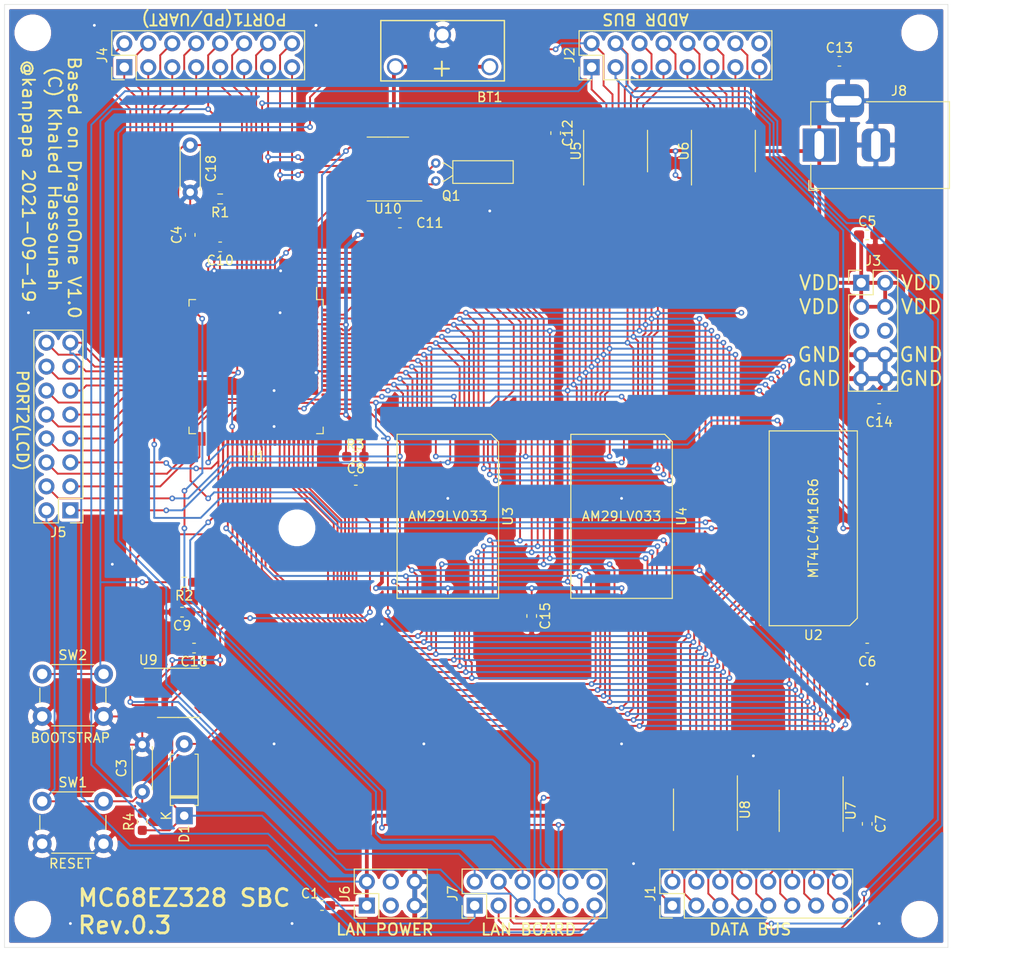
<source format=kicad_pcb>
(kicad_pcb (version 20171130) (host pcbnew "(5.1.9)-1")
  (title_block (title "DragonOne MC68EZ328 SBC") (date 2021-09-19) (rev 0.3) (company kanpapa.com) (comment 1 "DragonOne / Based on EZ328SIMM") (comment 2 "Copyright Khaled Hassounah"))
  (layers (0 F.Cu signal) (31 B.Cu signal) (34 B.Paste user) (35 F.Paste user) (36 B.SilkS user) (37 F.SilkS user) (38 B.Mask user) (39 F.Mask user) (44 Edge.Cuts user))
  (net 0 "")
  (net 1 GND)
  (net 2 "Net-(BT1-Pad1)")
  (net 3 /~XRSET)
  (net 4 "Net-(C18-Pad1)")
  (net 5 /DB0)
  (net 6 /DB2)
  (net 7 /DB4)
  (net 8 /DB6)
  (net 9 /DB8)
  (net 10 /DB10)
  (net 11 /DB12)
  (net 12 /DB14)
  (net 13 /DB1)
  (net 14 /DB3)
  (net 15 /DB5)
  (net 16 /DB7)
  (net 17 /DB9)
  (net 18 /DB11)
  (net 19 /DB13)
  (net 20 /DB15)
  (net 21 /AB2)
  (net 22 /AB4)
  (net 23 /AB6)
  (net 24 /AB8)
  (net 25 /AB10)
  (net 26 /AB12)
  (net 27 /AB14)
  (net 28 /AB1)
  (net 29 /AB3)
  (net 30 /AB5)
  (net 31 /AB7)
  (net 32 /AB9)
  (net 33 /AB11)
  (net 34 /AB13)
  (net 35 /AB15)
  (net 36 /PD0)
  (net 37 /PD2)
  (net 38 /PD4)
  (net 39 /PD6)
  (net 40 /~BDM)
  (net 41 /~RTS)
  (net 42 /RXD)
  (net 43 /SRXD)
  (net 44 /PD1)
  (net 45 /PD3)
  (net 46 /PD5)
  (net 47 /PD7)
  (net 48 /~CTS)
  (net 49 /TXD)
  (net 50 /SCLK)
  (net 51 /STXD)
  (net 52 /~RD)
  (net 53 /~LWE)
  (net 54 /PWM0)
  (net 55 /LD1)
  (net 56 /LD3)
  (net 57 /LLP)
  (net 58 /LACD)
  (net 59 /~RESET)
  (net 60 /~UWE)
  (net 61 /~EXTRN)
  (net 62 /LD0)
  (net 63 /LD2)
  (net 64 /LFLM)
  (net 65 /LCLK)
  (net 66 /LCON)
  (net 67 "Net-(Q1-Pad2)")
  (net 68 "Net-(Q1-Pad1)")
  (net 69 VDD)
  (net 70 /A16)
  (net 71 /A15)
  (net 72 /A14)
  (net 73 /A13)
  (net 74 /A12)
  (net 75 /A11)
  (net 76 /A10)
  (net 77 /A9)
  (net 78 /A8)
  (net 79 /A7)
  (net 80 /A6)
  (net 81 /A5)
  (net 82 /A4)
  (net 83 /A3)
  (net 84 /A2)
  (net 85 /A1)
  (net 86 /~PRSET)
  (net 87 /D0)
  (net 88 /D1)
  (net 89 /D2)
  (net 90 /D3)
  (net 91 /D4)
  (net 92 /D5)
  (net 93 /D6)
  (net 94 /D7)
  (net 95 /D8)
  (net 96 /D9)
  (net 97 /D10)
  (net 98 /D11)
  (net 99 /D12)
  (net 100 /D13)
  (net 101 /D14)
  (net 102 /D15)
  (net 103 /~CSA0)
  (net 104 /~SRSET)
  (net 105 /TIME)
  (net 106 /~RAS0)
  (net 107 /~CAS0)
  (net 108 /~CAS1)
  (net 109 /CLOCK)
  (net 110 /~DWE)
  (net 111 /A22)
  (net 112 /A21)
  (net 113 /A20)
  (net 114 /A19)
  (net 115 /A18)
  (net 116 /A17)
  (net 117 "Net-(U9-Pad3)")
  (net 118 "Net-(U9-Pad12)")
  (net 119 "Net-(R3-Pad2)")
  (net 120 /~IRQ5)
  (module Capacitor_SMD:C_0603_1608Metric_Pad1.08x0.95mm_HandSolder (layer F.Cu) (at 132.715 143.51 180)
    (fp_text reference C1 (at 1.27 1.27) (layer F.SilkS))
    (fp_text value 0.1uf)
    (pad 2 smd roundrect (at 0.8625 0 180) (size 1.075 0.95) (layers F.Cu F.Paste F.Mask) (net 1 GND))
    (pad 1 smd roundrect (at -0.8625 0 180) (size 1.075 0.95) (layers F.Cu F.Paste F.Mask) (net 69 VDD))
  )
  (module Package_QFP:TQFP-100_14x14mm_P0.5mm (layer F.Cu) (at 125.73 86.36 270)
    (fp_text reference U1 (at 9.525 0) (layer F.SilkS))
    (fp_text value MC68EZ328)
    (pad 100 smd roundrect (at -6 -7.6625 270) (size 0.3 1.475) (layers F.Cu F.Paste F.Mask) (net 70 /A16))
    (pad 99 smd roundrect (at -5.5 -7.6625 270) (size 0.3 1.475) (layers F.Cu F.Paste F.Mask) (net 71 /A15))
    (pad 98 smd roundrect (at -5 -7.6625 270) (size 0.3 1.475) (layers F.Cu F.Paste F.Mask) (net 72 /A14))
    (pad 97 smd roundrect (at -4.5 -7.6625 270) (size 0.3 1.475) (layers F.Cu F.Paste F.Mask) (net 69 VDD))
    (pad 96 smd roundrect (at -4 -7.6625 270) (size 0.3 1.475) (layers F.Cu F.Paste F.Mask) (net 73 /A13))
    (pad 95 smd roundrect (at -3.5 -7.6625 270) (size 0.3 1.475) (layers F.Cu F.Paste F.Mask) (net 74 /A12))
    (pad 94 smd roundrect (at -3 -7.6625 270) (size 0.3 1.475) (layers F.Cu F.Paste F.Mask) (net 75 /A11))
    (pad 93 smd roundrect (at -2.5 -7.6625 270) (size 0.3 1.475) (layers F.Cu F.Paste F.Mask) (net 76 /A10))
    (pad 92 smd roundrect (at -2 -7.6625 270) (size 0.3 1.475) (layers F.Cu F.Paste F.Mask) (net 77 /A9))
    (pad 91 smd roundrect (at -1.5 -7.6625 270) (size 0.3 1.475) (layers F.Cu F.Paste F.Mask) (net 78 /A8))
    (pad 90 smd roundrect (at -1 -7.6625 270) (size 0.3 1.475) (layers F.Cu F.Paste F.Mask) (net 79 /A7))
    (pad 89 smd roundrect (at -0.5 -7.6625 270) (size 0.3 1.475) (layers F.Cu F.Paste F.Mask) (net 80 /A6))
    (pad 88 smd roundrect (at 0 -7.6625 270) (size 0.3 1.475) (layers F.Cu F.Paste F.Mask) (net 81 /A5))
    (pad 87 smd roundrect (at 0.5 -7.6625 270) (size 0.3 1.475) (layers F.Cu F.Paste F.Mask) (net 1 GND))
    (pad 86 smd roundrect (at 1 -7.6625 270) (size 0.3 1.475) (layers F.Cu F.Paste F.Mask) (net 82 /A4))
    (pad 85 smd roundrect (at 1.5 -7.6625 270) (size 0.3 1.475) (layers F.Cu F.Paste F.Mask) (net 83 /A3))
    (pad 84 smd roundrect (at 2 -7.6625 270) (size 0.3 1.475) (layers F.Cu F.Paste F.Mask) (net 84 /A2))
    (pad 83 smd roundrect (at 2.5 -7.6625 270) (size 0.3 1.475) (layers F.Cu F.Paste F.Mask) (net 85 /A1))
    (pad 82 smd roundrect (at 3 -7.6625 270) (size 0.3 1.475) (layers F.Cu F.Paste F.Mask))
    (pad 81 smd roundrect (at 3.5 -7.6625 270) (size 0.3 1.475) (layers F.Cu F.Paste F.Mask) (net 53 /~LWE))
    (pad 80 smd roundrect (at 4 -7.6625 270) (size 0.3 1.475) (layers F.Cu F.Paste F.Mask) (net 60 /~UWE))
    (pad 79 smd roundrect (at 4.5 -7.6625 270) (size 0.3 1.475) (layers F.Cu F.Paste F.Mask) (net 52 /~RD))
    (pad 78 smd roundrect (at 5 -7.6625 270) (size 0.3 1.475) (layers F.Cu F.Paste F.Mask) (net 69 VDD))
    (pad 77 smd roundrect (at 5.5 -7.6625 270) (size 0.3 1.475) (layers F.Cu F.Paste F.Mask) (net 86 /~PRSET))
    (pad 76 smd roundrect (at 6 -7.6625 270) (size 0.3 1.475) (layers F.Cu F.Paste F.Mask) (net 119 "Net-(R3-Pad2)"))
    (pad 75 smd roundrect (at 7.6625 -6 270) (size 1.475 0.3) (layers F.Cu F.Paste F.Mask) (net 87 /D0))
    (pad 74 smd roundrect (at 7.6625 -5.5 270) (size 1.475 0.3) (layers F.Cu F.Paste F.Mask) (net 88 /D1))
    (pad 73 smd roundrect (at 7.6625 -5 270) (size 1.475 0.3) (layers F.Cu F.Paste F.Mask) (net 89 /D2))
    (pad 72 smd roundrect (at 7.6625 -4.5 270) (size 1.475 0.3) (layers F.Cu F.Paste F.Mask) (net 90 /D3))
    (pad 71 smd roundrect (at 7.6625 -4 270) (size 1.475 0.3) (layers F.Cu F.Paste F.Mask) (net 91 /D4))
    (pad 70 smd roundrect (at 7.6625 -3.5 270) (size 1.475 0.3) (layers F.Cu F.Paste F.Mask) (net 92 /D5))
    (pad 69 smd roundrect (at 7.6625 -3 270) (size 1.475 0.3) (layers F.Cu F.Paste F.Mask) (net 93 /D6))
    (pad 68 smd roundrect (at 7.6625 -2.5 270) (size 1.475 0.3) (layers F.Cu F.Paste F.Mask) (net 94 /D7))
    (pad 67 smd roundrect (at 7.6625 -2 270) (size 1.475 0.3) (layers F.Cu F.Paste F.Mask) (net 1 GND))
    (pad 66 smd roundrect (at 7.6625 -1.5 270) (size 1.475 0.3) (layers F.Cu F.Paste F.Mask) (net 95 /D8))
    (pad 65 smd roundrect (at 7.6625 -1 270) (size 1.475 0.3) (layers F.Cu F.Paste F.Mask) (net 96 /D9))
    (pad 64 smd roundrect (at 7.6625 -0.5 270) (size 1.475 0.3) (layers F.Cu F.Paste F.Mask) (net 97 /D10))
    (pad 63 smd roundrect (at 7.6625 0 270) (size 1.475 0.3) (layers F.Cu F.Paste F.Mask) (net 98 /D11))
    (pad 62 smd roundrect (at 7.6625 0.5 270) (size 1.475 0.3) (layers F.Cu F.Paste F.Mask) (net 99 /D12))
    (pad 61 smd roundrect (at 7.6625 1 270) (size 1.475 0.3) (layers F.Cu F.Paste F.Mask) (net 100 /D13))
    (pad 60 smd roundrect (at 7.6625 1.5 270) (size 1.475 0.3) (layers F.Cu F.Paste F.Mask) (net 101 /D14))
    (pad 59 smd roundrect (at 7.6625 2 270) (size 1.475 0.3) (layers F.Cu F.Paste F.Mask) (net 102 /D15))
    (pad 58 smd roundrect (at 7.6625 2.5 270) (size 1.475 0.3) (layers F.Cu F.Paste F.Mask) (net 69 VDD))
    (pad 57 smd roundrect (at 7.6625 3 270) (size 1.475 0.3) (layers F.Cu F.Paste F.Mask) (net 103 /~CSA0))
    (pad 56 smd roundrect (at 7.6625 3.5 270) (size 1.475 0.3) (layers F.Cu F.Paste F.Mask) (net 104 /~SRSET))
    (pad 55 smd roundrect (at 7.6625 4 270) (size 1.475 0.3) (layers F.Cu F.Paste F.Mask) (net 61 /~EXTRN))
    (pad 54 smd roundrect (at 7.6625 4.5 270) (size 1.475 0.3) (layers F.Cu F.Paste F.Mask) (net 105 /TIME))
    (pad 53 smd roundrect (at 7.6625 5 270) (size 1.475 0.3) (layers F.Cu F.Paste F.Mask) (net 106 /~RAS0))
    (pad 52 smd roundrect (at 7.6625 5.5 270) (size 1.475 0.3) (layers F.Cu F.Paste F.Mask))
    (pad 51 smd roundrect (at 7.6625 6 270) (size 1.475 0.3) (layers F.Cu F.Paste F.Mask) (net 107 /~CAS0))
    (pad 50 smd roundrect (at 6 7.6625 270) (size 0.3 1.475) (layers F.Cu F.Paste F.Mask) (net 108 /~CAS1))
    (pad 49 smd roundrect (at 5.5 7.6625 270) (size 0.3 1.475) (layers F.Cu F.Paste F.Mask) (net 1 GND))
    (pad 48 smd roundrect (at 5 7.6625 270) (size 0.3 1.475) (layers F.Cu F.Paste F.Mask))
    (pad 47 smd roundrect (at 4.5 7.6625 270) (size 0.3 1.475) (layers F.Cu F.Paste F.Mask) (net 54 /PWM0))
    (pad 46 smd roundrect (at 4 7.6625 270) (size 0.3 1.475) (layers F.Cu F.Paste F.Mask) (net 62 /LD0))
    (pad 45 smd roundrect (at 3.5 7.6625 270) (size 0.3 1.475) (layers F.Cu F.Paste F.Mask) (net 55 /LD1))
    (pad 44 smd roundrect (at 3 7.6625 270) (size 0.3 1.475) (layers F.Cu F.Paste F.Mask) (net 63 /LD2))
    (pad 43 smd roundrect (at 2.5 7.6625 270) (size 0.3 1.475) (layers F.Cu F.Paste F.Mask) (net 56 /LD3))
    (pad 42 smd roundrect (at 2 7.6625 270) (size 0.3 1.475) (layers F.Cu F.Paste F.Mask) (net 64 /LFLM))
    (pad 41 smd roundrect (at 1.5 7.6625 270) (size 0.3 1.475) (layers F.Cu F.Paste F.Mask) (net 57 /LLP))
    (pad 40 smd roundrect (at 1 7.6625 270) (size 0.3 1.475) (layers F.Cu F.Paste F.Mask) (net 69 VDD))
    (pad 39 smd roundrect (at 0.5 7.6625 270) (size 0.3 1.475) (layers F.Cu F.Paste F.Mask) (net 65 /LCLK))
    (pad 38 smd roundrect (at 0 7.6625 270) (size 0.3 1.475) (layers F.Cu F.Paste F.Mask) (net 58 /LACD))
    (pad 37 smd roundrect (at -0.5 7.6625 270) (size 0.3 1.475) (layers F.Cu F.Paste F.Mask) (net 66 /LCON))
    (pad 36 smd roundrect (at -1 7.6625 270) (size 0.3 1.475) (layers F.Cu F.Paste F.Mask) (net 36 /PD0))
    (pad 35 smd roundrect (at -1.5 7.6625 270) (size 0.3 1.475) (layers F.Cu F.Paste F.Mask) (net 44 /PD1))
    (pad 34 smd roundrect (at -2 7.6625 270) (size 0.3 1.475) (layers F.Cu F.Paste F.Mask) (net 37 /PD2))
    (pad 33 smd roundrect (at -2.5 7.6625 270) (size 0.3 1.475) (layers F.Cu F.Paste F.Mask) (net 45 /PD3))
    (pad 32 smd roundrect (at -3 7.6625 270) (size 0.3 1.475) (layers F.Cu F.Paste F.Mask) (net 38 /PD4))
    (pad 31 smd roundrect (at -3.5 7.6625 270) (size 0.3 1.475) (layers F.Cu F.Paste F.Mask) (net 1 GND))
    (pad 30 smd roundrect (at -4 7.6625 270) (size 0.3 1.475) (layers F.Cu F.Paste F.Mask) (net 46 /PD5))
    (pad 29 smd roundrect (at -4.5 7.6625 270) (size 0.3 1.475) (layers F.Cu F.Paste F.Mask) (net 39 /PD6))
    (pad 28 smd roundrect (at -5 7.6625 270) (size 0.3 1.475) (layers F.Cu F.Paste F.Mask) (net 47 /PD7))
    (pad 27 smd roundrect (at -5.5 7.6625 270) (size 0.3 1.475) (layers F.Cu F.Paste F.Mask) (net 120 /~IRQ5))
    (pad 26 smd roundrect (at -6 7.6625 270) (size 0.3 1.475) (layers F.Cu F.Paste F.Mask))
    (pad 25 smd roundrect (at -7.6625 6 270) (size 1.475 0.3) (layers F.Cu F.Paste F.Mask) (net 4 "Net-(C18-Pad1)"))
    (pad 24 smd roundrect (at -7.6625 5.5 270) (size 1.475 0.3) (layers F.Cu F.Paste F.Mask))
    (pad 23 smd roundrect (at -7.6625 5 270) (size 1.475 0.3) (layers F.Cu F.Paste F.Mask) (net 109 /CLOCK))
    (pad 22 smd roundrect (at -7.6625 4.5 270) (size 1.475 0.3) (layers F.Cu F.Paste F.Mask) (net 1 GND))
    (pad 21 smd roundrect (at -7.6625 4 270) (size 1.475 0.3) (layers F.Cu F.Paste F.Mask) (net 40 /~BDM))
    (pad 20 smd roundrect (at -7.6625 3.5 270) (size 1.475 0.3) (layers F.Cu F.Paste F.Mask))
    (pad 19 smd roundrect (at -7.6625 3 270) (size 1.475 0.3) (layers F.Cu F.Paste F.Mask))
    (pad 18 smd roundrect (at -7.6625 2.5 270) (size 1.475 0.3) (layers F.Cu F.Paste F.Mask))
    (pad 17 smd roundrect (at -7.6625 2 270) (size 1.475 0.3) (layers F.Cu F.Paste F.Mask) (net 69 VDD))
    (pad 16 smd roundrect (at -7.6625 1.5 270) (size 1.475 0.3) (layers F.Cu F.Paste F.Mask) (net 48 /~CTS))
    (pad 15 smd roundrect (at -7.6625 1 270) (size 1.475 0.3) (layers F.Cu F.Paste F.Mask) (net 41 /~RTS))
    (pad 14 smd roundrect (at -7.6625 0.5 270) (size 1.475 0.3) (layers F.Cu F.Paste F.Mask) (net 49 /TXD))
    (pad 13 smd roundrect (at -7.6625 0 270) (size 1.475 0.3) (layers F.Cu F.Paste F.Mask) (net 42 /RXD))
    (pad 12 smd roundrect (at -7.6625 -0.5 270) (size 1.475 0.3) (layers F.Cu F.Paste F.Mask) (net 110 /~DWE))
    (pad 11 smd roundrect (at -7.6625 -1 270) (size 1.475 0.3) (layers F.Cu F.Paste F.Mask) (net 50 /SCLK))
    (pad 10 smd roundrect (at -7.6625 -1.5 270) (size 1.475 0.3) (layers F.Cu F.Paste F.Mask) (net 43 /SRXD))
    (pad 9 smd roundrect (at -7.6625 -2 270) (size 1.475 0.3) (layers F.Cu F.Paste F.Mask) (net 51 /STXD))
    (pad 8 smd roundrect (at -7.6625 -2.5 270) (size 1.475 0.3) (layers F.Cu F.Paste F.Mask) (net 1 GND))
    (pad 7 smd roundrect (at -7.6625 -3 270) (size 1.475 0.3) (layers F.Cu F.Paste F.Mask))
    (pad 6 smd roundrect (at -7.6625 -3.5 270) (size 1.475 0.3) (layers F.Cu F.Paste F.Mask) (net 111 /A22))
    (pad 5 smd roundrect (at -7.6625 -4 270) (size 1.475 0.3) (layers F.Cu F.Paste F.Mask) (net 112 /A21))
    (pad 4 smd roundrect (at -7.6625 -4.5 270) (size 1.475 0.3) (layers F.Cu F.Paste F.Mask) (net 113 /A20))
    (pad 3 smd roundrect (at -7.6625 -5 270) (size 1.475 0.3) (layers F.Cu F.Paste F.Mask) (net 114 /A19))
    (pad 2 smd roundrect (at -7.6625 -5.5 270) (size 1.475 0.3) (layers F.Cu F.Paste F.Mask) (net 115 /A18))
    (pad 1 smd roundrect (at -7.6625 -6 270) (size 1.475 0.3) (layers F.Cu F.Paste F.Mask) (net 116 /A17))
  )
  (module DragonOne_rev00:TSOP-II-50_21x10.16mm_P0.8mm (layer F.Cu) (at 184.785 103.505 90)
    (fp_text reference U2 (at -11.329 0) (layer F.SilkS))
    (fp_text value MT4LC4M16R6 (at 0 0 90) (layer F.SilkS))
    (pad 25 smd rect (at 9.6 5.93 90) (size 0.458 1.52) (layers F.Cu F.Paste F.Mask) (net 69 VDD))
    (pad 26 smd rect (at 9.6 -5.93 90) (size 0.458 1.52) (layers F.Cu F.Paste F.Mask) (net 1 GND))
    (pad 24 smd rect (at 8.8 5.93 90) (size 0.458 1.52) (layers F.Cu F.Paste F.Mask) (net 80 /A6))
    (pad 27 smd rect (at 8.8 -5.93 90) (size 0.458 1.52) (layers F.Cu F.Paste F.Mask) (net 79 /A7))
    (pad 23 smd rect (at 8 5.93 90) (size 0.458 1.52) (layers F.Cu F.Paste F.Mask) (net 81 /A5))
    (pad 28 smd rect (at 8 -5.93 90) (size 0.458 1.52) (layers F.Cu F.Paste F.Mask) (net 78 /A8))
    (pad 22 smd rect (at 7.2 5.93 90) (size 0.458 1.52) (layers F.Cu F.Paste F.Mask) (net 82 /A4))
    (pad 29 smd rect (at 7.2 -5.93 90) (size 0.458 1.52) (layers F.Cu F.Paste F.Mask) (net 77 /A9))
    (pad 21 smd rect (at 6.4 5.93 90) (size 0.458 1.52) (layers F.Cu F.Paste F.Mask) (net 83 /A3))
    (pad 30 smd rect (at 6.4 -5.93 90) (size 0.458 1.52) (layers F.Cu F.Paste F.Mask) (net 76 /A10))
    (pad 20 smd rect (at 5.6 5.93 90) (size 0.458 1.52) (layers F.Cu F.Paste F.Mask) (net 84 /A2))
    (pad 31 smd rect (at 5.6 -5.93 90) (size 0.458 1.52) (layers F.Cu F.Paste F.Mask) (net 75 /A11))
    (pad 19 smd rect (at 4.8 5.93 90) (size 0.458 1.52) (layers F.Cu F.Paste F.Mask) (net 85 /A1))
    (pad 32 smd rect (at 4.8 -5.93 90) (size 0.458 1.52) (layers F.Cu F.Paste F.Mask) (net 74 /A12))
    (pad 18 smd rect (at 4 5.93 90) (size 0.458 1.52) (layers F.Cu F.Paste F.Mask))
    (pad 33 smd rect (at 4 -5.93 90) (size 0.458 1.52) (layers F.Cu F.Paste F.Mask) (net 73 /A13))
    (pad 17 smd rect (at 3.2 5.93 90) (size 0.458 1.52) (layers F.Cu F.Paste F.Mask))
    (pad 34 smd rect (at 3.2 -5.93 90) (size 0.458 1.52) (layers F.Cu F.Paste F.Mask))
    (pad 16 smd rect (at 2.4 5.93 90) (size 0.458 1.52) (layers F.Cu F.Paste F.Mask))
    (pad 35 smd rect (at 2.4 -5.93 90) (size 0.458 1.52) (layers F.Cu F.Paste F.Mask))
    (pad 15 smd rect (at 1.6 5.93 90) (size 0.458 1.52) (layers F.Cu F.Paste F.Mask))
    (pad 36 smd rect (at 1.6 -5.93 90) (size 0.458 1.52) (layers F.Cu F.Paste F.Mask) (net 52 /~RD))
    (pad 14 smd rect (at 0.8 5.93 90) (size 0.458 1.52) (layers F.Cu F.Paste F.Mask) (net 106 /~RAS0))
    (pad 37 smd rect (at 0.8 -5.93 90) (size 0.458 1.52) (layers F.Cu F.Paste F.Mask) (net 107 /~CAS0))
    (pad 13 smd rect (at 0 5.93 90) (size 0.458 1.52) (layers F.Cu F.Paste F.Mask) (net 110 /~DWE))
    (pad 38 smd rect (at 0 -5.93 90) (size 0.458 1.52) (layers F.Cu F.Paste F.Mask) (net 108 /~CAS1))
    (pad 12 smd rect (at -0.8 5.93 90) (size 0.458 1.52) (layers F.Cu F.Paste F.Mask) (net 69 VDD))
    (pad 39 smd rect (at -0.8 -5.93 90) (size 0.458 1.52) (layers F.Cu F.Paste F.Mask) (net 1 GND))
    (pad 11 smd rect (at -1.6 5.93 90) (size 0.458 1.52) (layers F.Cu F.Paste F.Mask))
    (pad 40 smd rect (at -1.6 -5.93 90) (size 0.458 1.52) (layers F.Cu F.Paste F.Mask))
    (pad 10 smd rect (at -2.4 5.93 90) (size 0.458 1.52) (layers F.Cu F.Paste F.Mask) (net 95 /D8))
    (pad 41 smd rect (at -2.4 -5.93 90) (size 0.458 1.52) (layers F.Cu F.Paste F.Mask) (net 87 /D0))
    (pad 9 smd rect (at -3.2 5.93 90) (size 0.458 1.52) (layers F.Cu F.Paste F.Mask) (net 96 /D9))
    (pad 42 smd rect (at -3.2 -5.93 90) (size 0.458 1.52) (layers F.Cu F.Paste F.Mask) (net 88 /D1))
    (pad 8 smd rect (at -4 5.93 90) (size 0.458 1.52) (layers F.Cu F.Paste F.Mask) (net 97 /D10))
    (pad 43 smd rect (at -4 -5.93 90) (size 0.458 1.52) (layers F.Cu F.Paste F.Mask) (net 89 /D2))
    (pad 7 smd rect (at -4.8 5.93 90) (size 0.458 1.52) (layers F.Cu F.Paste F.Mask) (net 98 /D11))
    (pad 44 smd rect (at -4.8 -5.93 90) (size 0.458 1.52) (layers F.Cu F.Paste F.Mask) (net 90 /D3))
    (pad 6 smd rect (at -5.6 5.93 90) (size 0.458 1.52) (layers F.Cu F.Paste F.Mask) (net 69 VDD))
    (pad 45 smd rect (at -5.6 -5.93 90) (size 0.458 1.52) (layers F.Cu F.Paste F.Mask) (net 1 GND))
    (pad 5 smd rect (at -6.4 5.93 90) (size 0.458 1.52) (layers F.Cu F.Paste F.Mask) (net 99 /D12))
    (pad 46 smd rect (at -6.4 -5.93 90) (size 0.458 1.52) (layers F.Cu F.Paste F.Mask) (net 91 /D4))
    (pad 4 smd rect (at -7.2 5.93 90) (size 0.458 1.52) (layers F.Cu F.Paste F.Mask) (net 100 /D13))
    (pad 47 smd rect (at -7.2 -5.93 90) (size 0.458 1.52) (layers F.Cu F.Paste F.Mask) (net 92 /D5))
    (pad 3 smd rect (at -8 5.93 90) (size 0.458 1.52) (layers F.Cu F.Paste F.Mask) (net 101 /D14))
    (pad 48 smd rect (at -8 -5.93 90) (size 0.458 1.52) (layers F.Cu F.Paste F.Mask) (net 93 /D6))
    (pad 2 smd rect (at -8.8 5.93 90) (size 0.458 1.52) (layers F.Cu F.Paste F.Mask) (net 102 /D15))
    (pad 49 smd rect (at -8.8 -5.93 90) (size 0.458 1.52) (layers F.Cu F.Paste F.Mask) (net 94 /D7))
    (pad 1 smd rect (at -9.6 5.93 90) (size 0.458 1.52) (layers F.Cu F.Paste F.Mask) (net 69 VDD))
    (pad 50 smd rect (at -9.6 -5.93 90) (size 0.458 1.52) (layers F.Cu F.Paste F.Mask) (net 1 GND))
  )
  (module Button_Switch_THT:SW_PUSH_6mm (layer F.Cu) (at 103.06 132.455)
    (fp_text reference SW1 (at 3.25 -2) (layer F.SilkS))
    (fp_text value RESET)
    (pad 1 thru_hole circle (at 6.5 0 90) (size 2 2) (drill 1.1) (layers *.Cu *.Mask) (net 3 /~XRSET))
    (pad 2 thru_hole circle (at 6.5 4.5 90) (size 2 2) (drill 1.1) (layers *.Cu *.Mask) (net 1 GND))
    (pad 1 thru_hole circle (at 0 0 90) (size 2 2) (drill 1.1) (layers *.Cu *.Mask) (net 3 /~XRSET))
    (pad 2 thru_hole circle (at 0 4.5 90) (size 2 2) (drill 1.1) (layers *.Cu *.Mask) (net 1 GND))
  )
  (module Resistor_SMD:R_0603_1608Metric_Pad0.98x0.95mm_HandSolder (layer F.Cu) (at 113.665 134.62 90)
    (fp_text reference R4 (at 0 -1.43 90) (layer F.SilkS))
    (fp_text value 3.3k)
    (pad 2 smd roundrect (at 0.9125 0 90) (size 0.975 0.95) (layers F.Cu F.Paste F.Mask) (net 3 /~XRSET))
    (pad 1 smd roundrect (at -0.9125 0 90) (size 0.975 0.95) (layers F.Cu F.Paste F.Mask) (net 69 VDD))
  )
  (module Resistor_SMD:R_0603_1608Metric_Pad0.98x0.95mm_HandSolder (layer F.Cu) (at 136.2475 95.885 180)
    (fp_text reference R3 (at 0 1.27) (layer F.SilkS))
    (fp_text value 3.3K)
    (pad 2 smd roundrect (at 0.9125 0 180) (size 0.975 0.95) (layers F.Cu F.Paste F.Mask) (net 119 "Net-(R3-Pad2)"))
    (pad 1 smd roundrect (at -0.9125 0 180) (size 0.975 0.95) (layers F.Cu F.Paste F.Mask) (net 69 VDD))
  )
  (module Resistor_SMD:R_0603_1608Metric_Pad0.98x0.95mm_HandSolder (layer F.Cu) (at 118.11 109.22 180)
    (fp_text reference R2 (at 0 -1.43) (layer F.SilkS))
    (fp_text value 3.3K)
    (pad 2 smd roundrect (at 0.9125 0 180) (size 0.975 0.95) (layers F.Cu F.Paste F.Mask) (net 40 /~BDM))
    (pad 1 smd roundrect (at -0.9125 0 180) (size 0.975 0.95) (layers F.Cu F.Paste F.Mask) (net 69 VDD))
  )
  (module Resistor_SMD:R_0603_1608Metric_Pad0.98x0.95mm_HandSolder (layer F.Cu) (at 121.92 68.58 180)
    (fp_text reference R1 (at 0 -1.43) (layer F.SilkS))
    (fp_text value 430)
    (pad 2 smd roundrect (at 0.9125 0 180) (size 0.975 0.95) (layers F.Cu F.Paste F.Mask) (net 4 "Net-(C18-Pad1)"))
    (pad 1 smd roundrect (at -0.9125 0 180) (size 0.975 0.95) (layers F.Cu F.Paste F.Mask) (net 69 VDD))
  )
  (module MountingHole:MountingHole_3.2mm_M3 (layer F.Cu) (at 130.06 103.455)
    (fp_text reference MH5 hide)
    (fp_text value MountingHole_3.2mm_M3 hide)
    (pad 1 np_thru_hole circle (at 0 0) (size 3.2 3.2) (drill 3.2) (layers *.Cu *.Mask))
  )
  (module DragonOne_rev00:TSOP-I-40_18.4x10mm_P0.5mm (layer F.Cu) (at 146.05 102.235 180)
    (fp_text reference U3 (at -6.377 0 90) (layer F.SilkS))
    (fp_text value AM29LV033 (at 0 0) (layer F.SilkS))
    (pad 20 smd rect (at 4.75 10 180) (size 0.254 1.6) (layers F.Cu F.Paste F.Mask) (net 84 /A2))
    (pad 21 smd rect (at 4.75 -10 180) (size 0.254 1.6) (layers F.Cu F.Paste F.Mask) (net 85 /A1))
    (pad 19 smd rect (at 4.25 10 180) (size 0.254 1.6) (layers F.Cu F.Paste F.Mask) (net 83 /A3))
    (pad 22 smd rect (at 4.25 -10 180) (size 0.254 1.6) (layers F.Cu F.Paste F.Mask) (net 103 /~CSA0))
    (pad 18 smd rect (at 3.75 10 180) (size 0.254 1.6) (layers F.Cu F.Paste F.Mask) (net 82 /A4))
    (pad 23 smd rect (at 3.75 -10 180) (size 0.254 1.6) (layers F.Cu F.Paste F.Mask) (net 1 GND))
    (pad 17 smd rect (at 3.25 10 180) (size 0.254 1.6) (layers F.Cu F.Paste F.Mask) (net 81 /A5))
    (pad 24 smd rect (at 3.25 -10 180) (size 0.254 1.6) (layers F.Cu F.Paste F.Mask) (net 52 /~RD))
    (pad 16 smd rect (at 2.75 10 180) (size 0.254 1.6) (layers F.Cu F.Paste F.Mask) (net 80 /A6))
    (pad 25 smd rect (at 2.75 -10 180) (size 0.254 1.6) (layers F.Cu F.Paste F.Mask) (net 87 /D0))
    (pad 15 smd rect (at 2.25 10 180) (size 0.254 1.6) (layers F.Cu F.Paste F.Mask) (net 79 /A7))
    (pad 26 smd rect (at 2.25 -10 180) (size 0.254 1.6) (layers F.Cu F.Paste F.Mask) (net 88 /D1))
    (pad 14 smd rect (at 1.75 10 180) (size 0.254 1.6) (layers F.Cu F.Paste F.Mask) (net 78 /A8))
    (pad 27 smd rect (at 1.75 -10 180) (size 0.254 1.6) (layers F.Cu F.Paste F.Mask) (net 89 /D2))
    (pad 13 smd rect (at 1.25 10 180) (size 0.254 1.6) (layers F.Cu F.Paste F.Mask) (net 114 /A19))
    (pad 28 smd rect (at 1.25 -10 180) (size 0.254 1.6) (layers F.Cu F.Paste F.Mask) (net 90 /D3))
    (pad 12 smd rect (at 0.75 10 180) (size 0.254 1.6) (layers F.Cu F.Paste F.Mask))
    (pad 29 smd rect (at 0.75 -10 180) (size 0.254 1.6) (layers F.Cu F.Paste F.Mask) (net 111 /A22))
    (pad 11 smd rect (at 0.25 10 180) (size 0.254 1.6) (layers F.Cu F.Paste F.Mask))
    (pad 30 smd rect (at 0.25 -10 180) (size 0.254 1.6) (layers F.Cu F.Paste F.Mask) (net 69 VDD))
    (pad 10 smd rect (at -0.25 10 180) (size 0.254 1.6) (layers F.Cu F.Paste F.Mask) (net 59 /~RESET))
    (pad 31 smd rect (at -0.25 -10 180) (size 0.254 1.6) (layers F.Cu F.Paste F.Mask) (net 69 VDD))
    (pad 9 smd rect (at -0.75 10 180) (size 0.254 1.6) (layers F.Cu F.Paste F.Mask) (net 53 /~LWE))
    (pad 32 smd rect (at -0.75 -10 180) (size 0.254 1.6) (layers F.Cu F.Paste F.Mask) (net 91 /D4))
    (pad 8 smd rect (at -1.25 10 180) (size 0.254 1.6) (layers F.Cu F.Paste F.Mask) (net 77 /A9))
    (pad 33 smd rect (at -1.25 -10 180) (size 0.254 1.6) (layers F.Cu F.Paste F.Mask) (net 92 /D5))
    (pad 7 smd rect (at -1.75 10 180) (size 0.254 1.6) (layers F.Cu F.Paste F.Mask) (net 76 /A10))
    (pad 34 smd rect (at -1.75 -10 180) (size 0.254 1.6) (layers F.Cu F.Paste F.Mask) (net 93 /D6))
    (pad 6 smd rect (at -2.25 10 180) (size 0.254 1.6) (layers F.Cu F.Paste F.Mask) (net 74 /A12))
    (pad 35 smd rect (at -2.25 -10 180) (size 0.254 1.6) (layers F.Cu F.Paste F.Mask) (net 94 /D7))
    (pad 5 smd rect (at -2.75 10 180) (size 0.254 1.6) (layers F.Cu F.Paste F.Mask) (net 73 /A13))
    (pad 36 smd rect (at -2.75 -10 180) (size 0.254 1.6) (layers F.Cu F.Paste F.Mask) (net 75 /A11))
    (pad 4 smd rect (at -3.25 10 180) (size 0.254 1.6) (layers F.Cu F.Paste F.Mask) (net 72 /A14))
    (pad 37 smd rect (at -3.25 -10 180) (size 0.254 1.6) (layers F.Cu F.Paste F.Mask) (net 113 /A20))
    (pad 3 smd rect (at -3.75 10 180) (size 0.254 1.6) (layers F.Cu F.Paste F.Mask) (net 71 /A15))
    (pad 38 smd rect (at -3.75 -10 180) (size 0.254 1.6) (layers F.Cu F.Paste F.Mask) (net 112 /A21))
    (pad 2 smd rect (at -4.25 10 180) (size 0.254 1.6) (layers F.Cu F.Paste F.Mask) (net 70 /A16))
    (pad 39 smd rect (at -4.25 -10 180) (size 0.254 1.6) (layers F.Cu F.Paste F.Mask) (net 1 GND))
    (pad 1 smd rect (at -4.75 10 180) (size 0.254 1.6) (layers F.Cu F.Paste F.Mask) (net 116 /A17))
    (pad 40 smd rect (at -4.75 -10 180) (size 0.254 1.6) (layers F.Cu F.Paste F.Mask) (net 115 /A18))
  )
  (module Capacitor_SMD:C_0603_1608Metric_Pad1.08x0.95mm_HandSolder (layer F.Cu) (at 119.1525 116.205 180)
    (fp_text reference C16 (at 0 -1.43) (layer F.SilkS))
    (fp_text value 0.1uf)
    (pad 2 smd roundrect (at 0.8625 0 180) (size 1.075 0.95) (layers F.Cu F.Paste F.Mask) (net 1 GND))
    (pad 1 smd roundrect (at -0.8625 0 180) (size 1.075 0.95) (layers F.Cu F.Paste F.Mask) (net 69 VDD))
  )
  (module Capacitor_SMD:C_0603_1608Metric_Pad1.08x0.95mm_HandSolder (layer F.Cu) (at 154.94 112.8025 270)
    (fp_text reference C15 (at 0 -1.43 90) (layer F.SilkS))
    (fp_text value 0.1uf)
    (pad 2 smd roundrect (at 0.8625 0 270) (size 1.075 0.95) (layers F.Cu F.Paste F.Mask) (net 1 GND))
    (pad 1 smd roundrect (at -0.8625 0 270) (size 1.075 0.95) (layers F.Cu F.Paste F.Mask) (net 69 VDD))
  )
  (module Capacitor_SMD:C_0603_1608Metric_Pad1.08x0.95mm_HandSolder (layer F.Cu) (at 191.77 90.805 180)
    (fp_text reference C14 (at 0 -1.43) (layer F.SilkS))
    (fp_text value 0.1uf)
    (pad 2 smd roundrect (at 0.8625 0 180) (size 1.075 0.95) (layers F.Cu F.Paste F.Mask) (net 1 GND))
    (pad 1 smd roundrect (at -0.8625 0 180) (size 1.075 0.95) (layers F.Cu F.Paste F.Mask) (net 69 VDD))
  )
  (module Capacitor_SMD:C_0603_1608Metric_Pad1.08x0.95mm_HandSolder (layer F.Cu) (at 187.5525 53.975)
    (fp_text reference C13 (at 0 -1.43) (layer F.SilkS))
    (fp_text value 0.1uf)
    (pad 2 smd roundrect (at 0.8625 0) (size 1.075 0.95) (layers F.Cu F.Paste F.Mask) (net 1 GND))
    (pad 1 smd roundrect (at -0.8625 0) (size 1.075 0.95) (layers F.Cu F.Paste F.Mask) (net 69 VDD))
  )
  (module Capacitor_SMD:C_0603_1608Metric_Pad1.08x0.95mm_HandSolder (layer F.Cu) (at 157.48 61.595 90)
    (fp_text reference C12 (at 0 1.27 90) (layer F.SilkS))
    (fp_text value 0.1uf)
    (pad 2 smd roundrect (at 0.8625 0 90) (size 1.075 0.95) (layers F.Cu F.Paste F.Mask) (net 1 GND))
    (pad 1 smd roundrect (at -0.8625 0 90) (size 1.075 0.95) (layers F.Cu F.Paste F.Mask) (net 69 VDD))
  )
  (module Capacitor_SMD:C_0603_1608Metric_Pad1.08x0.95mm_HandSolder (layer F.Cu) (at 140.97 71.12)
    (fp_text reference C11 (at 3.175 0) (layer F.SilkS))
    (fp_text value 0.1uf)
    (pad 2 smd roundrect (at 0.8625 0) (size 1.075 0.95) (layers F.Cu F.Paste F.Mask) (net 1 GND))
    (pad 1 smd roundrect (at -0.8625 0) (size 1.075 0.95) (layers F.Cu F.Paste F.Mask) (net 69 VDD))
  )
  (module Capacitor_SMD:C_0603_1608Metric_Pad1.08x0.95mm_HandSolder (layer F.Cu) (at 121.92 73.66 180)
    (fp_text reference C10 (at 0 -1.43) (layer F.SilkS))
    (fp_text value 0.1uf)
    (pad 2 smd roundrect (at 0.8625 0 180) (size 1.075 0.95) (layers F.Cu F.Paste F.Mask) (net 1 GND))
    (pad 1 smd roundrect (at -0.8625 0 180) (size 1.075 0.95) (layers F.Cu F.Paste F.Mask) (net 69 VDD))
  )
  (module Capacitor_SMD:C_0603_1608Metric_Pad1.08x0.95mm_HandSolder (layer F.Cu) (at 117.8825 112.395 180)
    (fp_text reference C9 (at 0 -1.43) (layer F.SilkS))
    (fp_text value 0.1uf)
    (pad 2 smd roundrect (at 0.8625 0 180) (size 1.075 0.95) (layers F.Cu F.Paste F.Mask) (net 1 GND))
    (pad 1 smd roundrect (at -0.8625 0 180) (size 1.075 0.95) (layers F.Cu F.Paste F.Mask) (net 69 VDD))
  )
  (module Capacitor_SMD:C_0603_1608Metric_Pad1.08x0.95mm_HandSolder (layer F.Cu) (at 136.2975 98.425 180)
    (fp_text reference C8 (at 0 1.27) (layer F.SilkS))
    (fp_text value 0.1uf)
    (pad 2 smd roundrect (at 0.8625 0 180) (size 1.075 0.95) (layers F.Cu F.Paste F.Mask) (net 1 GND))
    (pad 1 smd roundrect (at -0.8625 0 180) (size 1.075 0.95) (layers F.Cu F.Paste F.Mask) (net 69 VDD))
  )
  (module Capacitor_SMD:C_0603_1608Metric_Pad1.08x0.95mm_HandSolder (layer F.Cu) (at 190.5 134.8475 270)
    (fp_text reference C7 (at 0 -1.43 90) (layer F.SilkS))
    (fp_text value 0.1uf)
    (pad 2 smd roundrect (at 0.8625 0 270) (size 1.075 0.95) (layers F.Cu F.Paste F.Mask) (net 1 GND))
    (pad 1 smd roundrect (at -0.8625 0 270) (size 1.075 0.95) (layers F.Cu F.Paste F.Mask) (net 69 VDD))
  )
  (module Capacitor_SMD:C_0603_1608Metric_Pad1.08x0.95mm_HandSolder (layer F.Cu) (at 190.5 116.205 180)
    (fp_text reference C6 (at 0 -1.43) (layer F.SilkS))
    (fp_text value 0.1uf)
    (pad 2 smd roundrect (at 0.8625 0 180) (size 1.075 0.95) (layers F.Cu F.Paste F.Mask) (net 1 GND))
    (pad 1 smd roundrect (at -0.8625 0 180) (size 1.075 0.95) (layers F.Cu F.Paste F.Mask) (net 69 VDD))
  )
  (module Capacitor_SMD:C_0603_1608Metric_Pad1.08x0.95mm_HandSolder (layer F.Cu) (at 190.5 72.39)
    (fp_text reference C5 (at 0 -1.43) (layer F.SilkS))
    (fp_text value 0.1uf)
    (pad 2 smd roundrect (at 0.8625 0) (size 1.075 0.95) (layers F.Cu F.Paste F.Mask) (net 1 GND))
    (pad 1 smd roundrect (at -0.8625 0) (size 1.075 0.95) (layers F.Cu F.Paste F.Mask) (net 69 VDD))
  )
  (module Capacitor_SMD:C_0603_1608Metric_Pad1.08x0.95mm_HandSolder (layer F.Cu) (at 118.745 72.39 90)
    (fp_text reference C4 (at 0 -1.43 90) (layer F.SilkS))
    (fp_text value 0.1uf)
    (pad 2 smd roundrect (at 0.8625 0 90) (size 1.075 0.95) (layers F.Cu F.Paste F.Mask) (net 1 GND))
    (pad 1 smd roundrect (at -0.8625 0 90) (size 1.075 0.95) (layers F.Cu F.Paste F.Mask) (net 4 "Net-(C18-Pad1)"))
  )
  (module Crystal:Crystal_DS26_D2.0mm_L6.0mm_Horizontal (layer F.Cu) (at 144.78 66.675 90)
    (fp_text reference Q1 (at -1.57 1.625) (layer F.SilkS))
    (fp_text value 32.768kHz)
    (pad 2 thru_hole circle (at 1.9 0 90) (size 1 1) (drill 0.5) (layers *.Cu *.Mask) (net 67 "Net-(Q1-Pad2)"))
    (pad 1 thru_hole circle (at 0 0 90) (size 1 1) (drill 0.5) (layers *.Cu *.Mask) (net 68 "Net-(Q1-Pad1)"))
  )
  (module Connector_BarrelJack:BarrelJack_Horizontal (layer F.Cu) (at 185.42 62.865 180)
    (fp_text reference J8 (at -8.45 5.75) (layer F.SilkS))
    (fp_text value Barrel_Jack_Switch)
    (pad 3 thru_hole roundrect (at -3 4.7 180) (size 3.5 3.5) (drill oval 3 1) (layers *.Cu *.Mask) (net 1 GND))
    (pad 2 thru_hole roundrect (at -6 0 180) (size 3 3.5) (drill oval 1 3) (layers *.Cu *.Mask) (net 1 GND))
    (pad 1 thru_hole rect (at 0 0 180) (size 3.5 3.5) (drill oval 1 3) (layers *.Cu *.Mask) (net 69 VDD))
  )
  (module Diode_THT:D_A-405_P7.62mm_Horizontal (layer F.Cu) (at 118.11 133.985 90)
    (fp_text reference D1 (at -1.905 0 90) (layer F.SilkS))
    (fp_text value 1N4148)
    (fp_text user K (at 0 -1.9 90) (layer F.SilkS))
    (pad 2 thru_hole oval (at 7.62 0 90) (size 1.8 1.8) (drill 0.9) (layers *.Cu *.Mask) (net 3 /~XRSET))
    (pad 1 thru_hole rect (at 0 0 90) (size 1.8 1.8) (drill 0.9) (layers *.Cu *.Mask) (net 69 VDD))
  )
  (module Connector_PinHeader_2.54mm:PinHeader_2x06_P2.54mm_Vertical (layer F.Cu) (at 148.895 143.51 90)
    (fp_text reference J7 (at 1.27 -2.33 90) (layer F.SilkS))
    (fp_text value "LAN CONTROL")
    (pad 12 thru_hole oval (at 2.54 12.7 90) (size 1.7 1.7) (drill 1) (layers *.Cu *.Mask))
    (pad 11 thru_hole oval (at 0 12.7 90) (size 1.7 1.7) (drill 1) (layers *.Cu *.Mask) (net 66 /LCON))
    (pad 10 thru_hole oval (at 2.54 10.16 90) (size 1.7 1.7) (drill 1) (layers *.Cu *.Mask))
    (pad 9 thru_hole oval (at 0 10.16 90) (size 1.7 1.7) (drill 1) (layers *.Cu *.Mask) (net 61 /~EXTRN))
    (pad 8 thru_hole oval (at 2.54 7.62 90) (size 1.7 1.7) (drill 1) (layers *.Cu *.Mask) (net 52 /~RD))
    (pad 7 thru_hole oval (at 0 7.62 90) (size 1.7 1.7) (drill 1) (layers *.Cu *.Mask) (net 60 /~UWE))
    (pad 6 thru_hole oval (at 2.54 5.08 90) (size 1.7 1.7) (drill 1) (layers *.Cu *.Mask) (net 120 /~IRQ5))
    (pad 5 thru_hole oval (at 0 5.08 90) (size 1.7 1.7) (drill 1) (layers *.Cu *.Mask) (net 59 /~RESET))
    (pad 4 thru_hole oval (at 2.54 2.54 90) (size 1.7 1.7) (drill 1) (layers *.Cu *.Mask) (net 22 /AB4))
    (pad 3 thru_hole oval (at 0 2.54 90) (size 1.7 1.7) (drill 1) (layers *.Cu *.Mask) (net 29 /AB3))
    (pad 2 thru_hole oval (at 2.54 0 90) (size 1.7 1.7) (drill 1) (layers *.Cu *.Mask) (net 21 /AB2))
    (pad 1 thru_hole rect (at 0 0 90) (size 1.7 1.7) (drill 1) (layers *.Cu *.Mask) (net 28 /AB1))
  )
  (module Connector_PinHeader_2.54mm:PinHeader_2x03_P2.54mm_Vertical (layer F.Cu) (at 137.465 143.51 90)
    (fp_text reference J6 (at 1.27 -2.33 90) (layer F.SilkS))
    (fp_text value "LAN POWER")
    (pad 6 thru_hole oval (at 2.54 5.08 90) (size 1.7 1.7) (drill 1) (layers *.Cu *.Mask) (net 1 GND))
    (pad 5 thru_hole oval (at 0 5.08 90) (size 1.7 1.7) (drill 1) (layers *.Cu *.Mask) (net 1 GND))
    (pad 4 thru_hole oval (at 2.54 2.54 90) (size 1.7 1.7) (drill 1) (layers *.Cu *.Mask))
    (pad 3 thru_hole oval (at 0 2.54 90) (size 1.7 1.7) (drill 1) (layers *.Cu *.Mask))
    (pad 2 thru_hole oval (at 2.54 0 90) (size 1.7 1.7) (drill 1) (layers *.Cu *.Mask) (net 69 VDD))
    (pad 1 thru_hole rect (at 0 0 90) (size 1.7 1.7) (drill 1) (layers *.Cu *.Mask) (net 69 VDD))
  )
  (module Package_SO:TSSOP-20_4.4x6.5mm_P0.65mm (layer F.Cu) (at 139.7 65.405 180)
    (fp_text reference U10 (at 0 -4.2) (layer F.SilkS))
    (fp_text value DS1306)
    (pad 20 smd roundrect (at 2.8625 -2.925 180) (size 1.475 0.4) (layers F.Cu F.Paste F.Mask) (net 69 VDD))
    (pad 19 smd roundrect (at 2.8625 -2.275 180) (size 1.475 0.4) (layers F.Cu F.Paste F.Mask))
    (pad 18 smd roundrect (at 2.8625 -1.625 180) (size 1.475 0.4) (layers F.Cu F.Paste F.Mask) (net 109 /CLOCK))
    (pad 17 smd roundrect (at 2.8625 -0.975 180) (size 1.475 0.4) (layers F.Cu F.Paste F.Mask) (net 69 VDD))
    (pad 16 smd roundrect (at 2.8625 -0.325 180) (size 1.475 0.4) (layers F.Cu F.Paste F.Mask) (net 43 /SRXD))
    (pad 15 smd roundrect (at 2.8625 0.325 180) (size 1.475 0.4) (layers F.Cu F.Paste F.Mask) (net 51 /STXD))
    (pad 14 smd roundrect (at 2.8625 0.975 180) (size 1.475 0.4) (layers F.Cu F.Paste F.Mask) (net 50 /SCLK))
    (pad 13 smd roundrect (at 2.8625 1.625 180) (size 1.475 0.4) (layers F.Cu F.Paste F.Mask))
    (pad 12 smd roundrect (at 2.8625 2.275 180) (size 1.475 0.4) (layers F.Cu F.Paste F.Mask) (net 105 /TIME))
    (pad 11 smd roundrect (at 2.8625 2.925 180) (size 1.475 0.4) (layers F.Cu F.Paste F.Mask) (net 69 VDD))
    (pad 10 smd roundrect (at -2.8625 2.925 180) (size 1.475 0.4) (layers F.Cu F.Paste F.Mask) (net 1 GND))
    (pad 9 smd roundrect (at -2.8625 2.275 180) (size 1.475 0.4) (layers F.Cu F.Paste F.Mask))
    (pad 8 smd roundrect (at -2.8625 1.625 180) (size 1.475 0.4) (layers F.Cu F.Paste F.Mask))
    (pad 7 smd roundrect (at -2.8625 0.975 180) (size 1.475 0.4) (layers F.Cu F.Paste F.Mask))
    (pad 6 smd roundrect (at -2.8625 0.325 180) (size 1.475 0.4) (layers F.Cu F.Paste F.Mask))
    (pad 5 smd roundrect (at -2.8625 -0.325 180) (size 1.475 0.4) (layers F.Cu F.Paste F.Mask) (net 67 "Net-(Q1-Pad2)"))
    (pad 4 smd roundrect (at -2.8625 -0.975 180) (size 1.475 0.4) (layers F.Cu F.Paste F.Mask))
    (pad 3 smd roundrect (at -2.8625 -1.625 180) (size 1.475 0.4) (layers F.Cu F.Paste F.Mask) (net 68 "Net-(Q1-Pad1)"))
    (pad 2 smd roundrect (at -2.8625 -2.275 180) (size 1.475 0.4) (layers F.Cu F.Paste F.Mask) (net 2 "Net-(BT1-Pad1)"))
    (pad 1 smd roundrect (at -2.8625 -2.925 180) (size 1.475 0.4) (layers F.Cu F.Paste F.Mask) (net 1 GND))
  )
  (module Capacitor_THT:C_Disc_D4.3mm_W1.9mm_P5.00mm (layer F.Cu) (at 118.745 62.865 270)
    (fp_text reference C18 (at 2.5 -2.2 90) (layer F.SilkS))
    (fp_text value 2.2uf)
    (pad 2 thru_hole circle (at 5 0 270) (size 1.6 1.6) (drill 0.8) (layers *.Cu *.Mask) (net 1 GND))
    (pad 1 thru_hole circle (at 0 0 270) (size 1.6 1.6) (drill 0.8) (layers *.Cu *.Mask) (net 4 "Net-(C18-Pad1)"))
  )
  (module Capacitor_THT:C_Disc_D4.3mm_W1.9mm_P5.00mm (layer F.Cu) (at 113.665 131.445 90)
    (fp_text reference C3 (at 2.5 -2.2 90) (layer F.SilkS))
    (fp_text value 2.2uf)
    (pad 2 thru_hole circle (at 5 0 90) (size 1.6 1.6) (drill 0.8) (layers *.Cu *.Mask) (net 1 GND))
    (pad 1 thru_hole circle (at 0 0 90) (size 1.6 1.6) (drill 0.8) (layers *.Cu *.Mask) (net 3 /~XRSET))
  )
  (module DragonOne_rev00:CH74-2032LF (layer F.Cu) (at 150.495 54.61)
    (fp_text reference BT1 (at 0 3.175) (layer F.SilkS))
    (fp_text value 3V)
    (fp_text user + (at -5.08 0) (layer F.SilkS) (effects (font (size 2 2) (thickness 0.2))))
    (pad 1 thru_hole circle (at 0 -0.05) (size 1.8 1.8) (drill 1.3) (layers *.Cu *.Mask) (net 2 "Net-(BT1-Pad1)"))
    (pad 1 thru_hole circle (at -10 -0.05) (size 1.8 1.8) (drill 1.3) (layers *.Cu *.Mask) (net 2 "Net-(BT1-Pad1)"))
    (pad 2 thru_hole circle (at -5 -3.45) (size 1.8 1.8) (drill 1.3) (layers *.Cu *.Mask) (net 1 GND))
  )
  (module Connector_PinHeader_2.54mm:PinHeader_2x05_P2.54mm_Vertical (layer F.Cu) (at 189.865 77.47)
    (fp_text reference J3 (at 1.27 -2.33) (layer F.SilkS))
    (fp_text value POWER)
    (pad 10 thru_hole oval (at 2.54 10.16) (size 1.7 1.7) (drill 1) (layers *.Cu *.Mask) (net 1 GND))
    (pad 9 thru_hole oval (at 0 10.16) (size 1.7 1.7) (drill 1) (layers *.Cu *.Mask) (net 1 GND))
    (pad 8 thru_hole oval (at 2.54 7.62) (size 1.7 1.7) (drill 1) (layers *.Cu *.Mask) (net 1 GND))
    (pad 7 thru_hole oval (at 0 7.62) (size 1.7 1.7) (drill 1) (layers *.Cu *.Mask) (net 1 GND))
    (pad 6 thru_hole oval (at 2.54 5.08) (size 1.7 1.7) (drill 1) (layers *.Cu *.Mask))
    (pad 5 thru_hole oval (at 0 5.08) (size 1.7 1.7) (drill 1) (layers *.Cu *.Mask))
    (pad 4 thru_hole oval (at 2.54 2.54) (size 1.7 1.7) (drill 1) (layers *.Cu *.Mask) (net 69 VDD))
    (pad 3 thru_hole oval (at 0 2.54) (size 1.7 1.7) (drill 1) (layers *.Cu *.Mask) (net 69 VDD))
    (pad 2 thru_hole oval (at 2.54 0) (size 1.7 1.7) (drill 1) (layers *.Cu *.Mask) (net 69 VDD))
    (pad 1 thru_hole rect (at 0 0) (size 1.7 1.7) (drill 1) (layers *.Cu *.Mask) (net 69 VDD))
  )
  (module MountingHole:MountingHole_3.2mm_M3 (layer F.Cu) (at 196.06 144.955)
    (fp_text reference MH2 hide)
    (fp_text value MountingHole_3.2mm_M3 hide)
    (pad 1 np_thru_hole circle (at 0 0) (size 3.2 3.2) (drill 3.2) (layers *.Cu *.Mask))
  )
  (module MountingHole:MountingHole_3.2mm_M3 (layer F.Cu) (at 102.06 50.955)
    (fp_text reference MH4 hide)
    (fp_text value MountingHole_3.2mm_M3 hide)
    (pad 1 np_thru_hole circle (at 0 0) (size 3.2 3.2) (drill 3.2) (layers *.Cu *.Mask))
  )
  (module MountingHole:MountingHole_3.2mm_M3 (layer F.Cu) (at 196.06 50.955)
    (fp_text reference MH3 hide)
    (fp_text value MountingHole_3.2mm_M3 hide)
    (pad 1 np_thru_hole circle (at 0 0) (size 3.2 3.2) (drill 3.2) (layers *.Cu *.Mask))
  )
  (module MountingHole:MountingHole_3.2mm_M3 (layer F.Cu) (at 102.06 144.955)
    (fp_text reference MH1 hide)
    (fp_text value MountingHole_3.2mm_M3 hide)
    (pad 1 np_thru_hole circle (at 0 0) (size 3.2 3.2) (drill 3.2) (layers *.Cu *.Mask))
  )
  (module Connector_PinHeader_2.54mm:PinHeader_2x08_P2.54mm_Vertical (layer F.Cu) (at 106.045 101.6 180)
    (fp_text reference J5 (at 1.27 -2.33) (layer F.SilkS))
    (fp_text value PORT2)
    (pad 16 thru_hole oval (at 2.54 17.78 180) (size 1.7 1.7) (drill 1) (layers *.Cu *.Mask) (net 58 /LACD))
    (pad 15 thru_hole oval (at 0 17.78 180) (size 1.7 1.7) (drill 1) (layers *.Cu *.Mask) (net 66 /LCON))
    (pad 14 thru_hole oval (at 2.54 15.24 180) (size 1.7 1.7) (drill 1) (layers *.Cu *.Mask) (net 57 /LLP))
    (pad 13 thru_hole oval (at 0 15.24 180) (size 1.7 1.7) (drill 1) (layers *.Cu *.Mask) (net 65 /LCLK))
    (pad 12 thru_hole oval (at 2.54 12.7 180) (size 1.7 1.7) (drill 1) (layers *.Cu *.Mask) (net 56 /LD3))
    (pad 11 thru_hole oval (at 0 12.7 180) (size 1.7 1.7) (drill 1) (layers *.Cu *.Mask) (net 64 /LFLM))
    (pad 10 thru_hole oval (at 2.54 10.16 180) (size 1.7 1.7) (drill 1) (layers *.Cu *.Mask) (net 55 /LD1))
    (pad 9 thru_hole oval (at 0 10.16 180) (size 1.7 1.7) (drill 1) (layers *.Cu *.Mask) (net 63 /LD2))
    (pad 8 thru_hole oval (at 2.54 7.62 180) (size 1.7 1.7) (drill 1) (layers *.Cu *.Mask) (net 54 /PWM0))
    (pad 7 thru_hole oval (at 0 7.62 180) (size 1.7 1.7) (drill 1) (layers *.Cu *.Mask) (net 62 /LD0))
    (pad 6 thru_hole oval (at 2.54 5.08 180) (size 1.7 1.7) (drill 1) (layers *.Cu *.Mask) (net 53 /~LWE))
    (pad 5 thru_hole oval (at 0 5.08 180) (size 1.7 1.7) (drill 1) (layers *.Cu *.Mask) (net 61 /~EXTRN))
    (pad 4 thru_hole oval (at 2.54 2.54 180) (size 1.7 1.7) (drill 1) (layers *.Cu *.Mask) (net 52 /~RD))
    (pad 3 thru_hole oval (at 0 2.54 180) (size 1.7 1.7) (drill 1) (layers *.Cu *.Mask) (net 60 /~UWE))
    (pad 2 thru_hole oval (at 2.54 0 180) (size 1.7 1.7) (drill 1) (layers *.Cu *.Mask) (net 3 /~XRSET))
    (pad 1 thru_hole rect (at 0 0 180) (size 1.7 1.7) (drill 1) (layers *.Cu *.Mask) (net 59 /~RESET))
  )
  (module Connector_PinHeader_2.54mm:PinHeader_2x08_P2.54mm_Vertical (layer F.Cu) (at 111.76 54.61 90)
    (fp_text reference J4 (at 1.27 -2.33 90) (layer F.SilkS))
    (fp_text value PORT1)
    (pad 16 thru_hole oval (at 2.54 17.78 90) (size 1.7 1.7) (drill 1) (layers *.Cu *.Mask) (net 43 /SRXD))
    (pad 15 thru_hole oval (at 0 17.78 90) (size 1.7 1.7) (drill 1) (layers *.Cu *.Mask) (net 51 /STXD))
    (pad 14 thru_hole oval (at 2.54 15.24 90) (size 1.7 1.7) (drill 1) (layers *.Cu *.Mask) (net 42 /RXD))
    (pad 13 thru_hole oval (at 0 15.24 90) (size 1.7 1.7) (drill 1) (layers *.Cu *.Mask) (net 50 /SCLK))
    (pad 12 thru_hole oval (at 2.54 12.7 90) (size 1.7 1.7) (drill 1) (layers *.Cu *.Mask) (net 41 /~RTS))
    (pad 11 thru_hole oval (at 0 12.7 90) (size 1.7 1.7) (drill 1) (layers *.Cu *.Mask) (net 49 /TXD))
    (pad 10 thru_hole oval (at 2.54 10.16 90) (size 1.7 1.7) (drill 1) (layers *.Cu *.Mask) (net 40 /~BDM))
    (pad 9 thru_hole oval (at 0 10.16 90) (size 1.7 1.7) (drill 1) (layers *.Cu *.Mask) (net 48 /~CTS))
    (pad 8 thru_hole oval (at 2.54 7.62 90) (size 1.7 1.7) (drill 1) (layers *.Cu *.Mask) (net 39 /PD6))
    (pad 7 thru_hole oval (at 0 7.62 90) (size 1.7 1.7) (drill 1) (layers *.Cu *.Mask) (net 47 /PD7))
    (pad 6 thru_hole oval (at 2.54 5.08 90) (size 1.7 1.7) (drill 1) (layers *.Cu *.Mask) (net 38 /PD4))
    (pad 5 thru_hole oval (at 0 5.08 90) (size 1.7 1.7) (drill 1) (layers *.Cu *.Mask) (net 46 /PD5))
    (pad 4 thru_hole oval (at 2.54 2.54 90) (size 1.7 1.7) (drill 1) (layers *.Cu *.Mask) (net 37 /PD2))
    (pad 3 thru_hole oval (at 0 2.54 90) (size 1.7 1.7) (drill 1) (layers *.Cu *.Mask) (net 45 /PD3))
    (pad 2 thru_hole oval (at 2.54 0 90) (size 1.7 1.7) (drill 1) (layers *.Cu *.Mask) (net 36 /PD0))
    (pad 1 thru_hole rect (at 0 0 90) (size 1.7 1.7) (drill 1) (layers *.Cu *.Mask) (net 44 /PD1))
  )
  (module Connector_PinHeader_2.54mm:PinHeader_2x08_P2.54mm_Vertical (layer F.Cu) (at 161.29 54.61 90)
    (fp_text reference J2 (at 1.27 -2.33 90) (layer F.SilkS))
    (fp_text value ADDR_BUS)
    (pad 16 thru_hole oval (at 2.54 17.78 90) (size 1.7 1.7) (drill 1) (layers *.Cu *.Mask))
    (pad 15 thru_hole oval (at 0 17.78 90) (size 1.7 1.7) (drill 1) (layers *.Cu *.Mask) (net 35 /AB15))
    (pad 14 thru_hole oval (at 2.54 15.24 90) (size 1.7 1.7) (drill 1) (layers *.Cu *.Mask) (net 27 /AB14))
    (pad 13 thru_hole oval (at 0 15.24 90) (size 1.7 1.7) (drill 1) (layers *.Cu *.Mask) (net 34 /AB13))
    (pad 12 thru_hole oval (at 2.54 12.7 90) (size 1.7 1.7) (drill 1) (layers *.Cu *.Mask) (net 26 /AB12))
    (pad 11 thru_hole oval (at 0 12.7 90) (size 1.7 1.7) (drill 1) (layers *.Cu *.Mask) (net 33 /AB11))
    (pad 10 thru_hole oval (at 2.54 10.16 90) (size 1.7 1.7) (drill 1) (layers *.Cu *.Mask) (net 25 /AB10))
    (pad 9 thru_hole oval (at 0 10.16 90) (size 1.7 1.7) (drill 1) (layers *.Cu *.Mask) (net 32 /AB9))
    (pad 8 thru_hole oval (at 2.54 7.62 90) (size 1.7 1.7) (drill 1) (layers *.Cu *.Mask) (net 24 /AB8))
    (pad 7 thru_hole oval (at 0 7.62 90) (size 1.7 1.7) (drill 1) (layers *.Cu *.Mask) (net 31 /AB7))
    (pad 6 thru_hole oval (at 2.54 5.08 90) (size 1.7 1.7) (drill 1) (layers *.Cu *.Mask) (net 23 /AB6))
    (pad 5 thru_hole oval (at 0 5.08 90) (size 1.7 1.7) (drill 1) (layers *.Cu *.Mask) (net 30 /AB5))
    (pad 4 thru_hole oval (at 2.54 2.54 90) (size 1.7 1.7) (drill 1) (layers *.Cu *.Mask) (net 22 /AB4))
    (pad 3 thru_hole oval (at 0 2.54 90) (size 1.7 1.7) (drill 1) (layers *.Cu *.Mask) (net 29 /AB3))
    (pad 2 thru_hole oval (at 2.54 0 90) (size 1.7 1.7) (drill 1) (layers *.Cu *.Mask) (net 21 /AB2))
    (pad 1 thru_hole rect (at 0 0 90) (size 1.7 1.7) (drill 1) (layers *.Cu *.Mask) (net 28 /AB1))
  )
  (module Connector_PinHeader_2.54mm:PinHeader_2x08_P2.54mm_Vertical (layer F.Cu) (at 169.85 143.51 90)
    (fp_text reference J1 (at 1.27 -2.33 90) (layer F.SilkS))
    (fp_text value DATA_BUS)
    (pad 16 thru_hole oval (at 2.54 17.78 90) (size 1.7 1.7) (drill 1) (layers *.Cu *.Mask) (net 20 /DB15))
    (pad 15 thru_hole oval (at 0 17.78 90) (size 1.7 1.7) (drill 1) (layers *.Cu *.Mask) (net 12 /DB14))
    (pad 14 thru_hole oval (at 2.54 15.24 90) (size 1.7 1.7) (drill 1) (layers *.Cu *.Mask) (net 19 /DB13))
    (pad 13 thru_hole oval (at 0 15.24 90) (size 1.7 1.7) (drill 1) (layers *.Cu *.Mask) (net 11 /DB12))
    (pad 12 thru_hole oval (at 2.54 12.7 90) (size 1.7 1.7) (drill 1) (layers *.Cu *.Mask) (net 18 /DB11))
    (pad 11 thru_hole oval (at 0 12.7 90) (size 1.7 1.7) (drill 1) (layers *.Cu *.Mask) (net 10 /DB10))
    (pad 10 thru_hole oval (at 2.54 10.16 90) (size 1.7 1.7) (drill 1) (layers *.Cu *.Mask) (net 17 /DB9))
    (pad 9 thru_hole oval (at 0 10.16 90) (size 1.7 1.7) (drill 1) (layers *.Cu *.Mask) (net 9 /DB8))
    (pad 8 thru_hole oval (at 2.54 7.62 90) (size 1.7 1.7) (drill 1) (layers *.Cu *.Mask) (net 16 /DB7))
    (pad 7 thru_hole oval (at 0 7.62 90) (size 1.7 1.7) (drill 1) (layers *.Cu *.Mask) (net 8 /DB6))
    (pad 6 thru_hole oval (at 2.54 5.08 90) (size 1.7 1.7) (drill 1) (layers *.Cu *.Mask) (net 15 /DB5))
    (pad 5 thru_hole oval (at 0 5.08 90) (size 1.7 1.7) (drill 1) (layers *.Cu *.Mask) (net 7 /DB4))
    (pad 4 thru_hole oval (at 2.54 2.54 90) (size 1.7 1.7) (drill 1) (layers *.Cu *.Mask) (net 14 /DB3))
    (pad 3 thru_hole oval (at 0 2.54 90) (size 1.7 1.7) (drill 1) (layers *.Cu *.Mask) (net 6 /DB2))
    (pad 2 thru_hole oval (at 2.54 0 90) (size 1.7 1.7) (drill 1) (layers *.Cu *.Mask) (net 13 /DB1))
    (pad 1 thru_hole rect (at 0 0 90) (size 1.7 1.7) (drill 1) (layers *.Cu *.Mask) (net 5 /DB0))
  )
  (module DragonOne_rev00:TSOP-I-40_18.4x10mm_P0.5mm (layer F.Cu) (at 164.465 102.235 180)
    (fp_text reference U4 (at -6.377 0 90) (layer F.SilkS))
    (fp_text value AM29LV033 (at 0 0) (layer F.SilkS))
    (pad 20 smd rect (at 4.75 10 180) (size 0.254 1.6) (layers F.Cu F.Paste F.Mask) (net 84 /A2))
    (pad 21 smd rect (at 4.75 -10 180) (size 0.254 1.6) (layers F.Cu F.Paste F.Mask) (net 85 /A1))
    (pad 19 smd rect (at 4.25 10 180) (size 0.254 1.6) (layers F.Cu F.Paste F.Mask) (net 83 /A3))
    (pad 22 smd rect (at 4.25 -10 180) (size 0.254 1.6) (layers F.Cu F.Paste F.Mask) (net 103 /~CSA0))
    (pad 18 smd rect (at 3.75 10 180) (size 0.254 1.6) (layers F.Cu F.Paste F.Mask) (net 82 /A4))
    (pad 23 smd rect (at 3.75 -10 180) (size 0.254 1.6) (layers F.Cu F.Paste F.Mask) (net 1 GND))
    (pad 17 smd rect (at 3.25 10 180) (size 0.254 1.6) (layers F.Cu F.Paste F.Mask) (net 81 /A5))
    (pad 24 smd rect (at 3.25 -10 180) (size 0.254 1.6) (layers F.Cu F.Paste F.Mask) (net 52 /~RD))
    (pad 16 smd rect (at 2.75 10 180) (size 0.254 1.6) (layers F.Cu F.Paste F.Mask) (net 80 /A6))
    (pad 25 smd rect (at 2.75 -10 180) (size 0.254 1.6) (layers F.Cu F.Paste F.Mask) (net 95 /D8))
    (pad 15 smd rect (at 2.25 10 180) (size 0.254 1.6) (layers F.Cu F.Paste F.Mask) (net 79 /A7))
    (pad 26 smd rect (at 2.25 -10 180) (size 0.254 1.6) (layers F.Cu F.Paste F.Mask) (net 96 /D9))
    (pad 14 smd rect (at 1.75 10 180) (size 0.254 1.6) (layers F.Cu F.Paste F.Mask) (net 78 /A8))
    (pad 27 smd rect (at 1.75 -10 180) (size 0.254 1.6) (layers F.Cu F.Paste F.Mask) (net 97 /D10))
    (pad 13 smd rect (at 1.25 10 180) (size 0.254 1.6) (layers F.Cu F.Paste F.Mask) (net 114 /A19))
    (pad 28 smd rect (at 1.25 -10 180) (size 0.254 1.6) (layers F.Cu F.Paste F.Mask) (net 98 /D11))
    (pad 12 smd rect (at 0.75 10 180) (size 0.254 1.6) (layers F.Cu F.Paste F.Mask))
    (pad 29 smd rect (at 0.75 -10 180) (size 0.254 1.6) (layers F.Cu F.Paste F.Mask) (net 111 /A22))
    (pad 11 smd rect (at 0.25 10 180) (size 0.254 1.6) (layers F.Cu F.Paste F.Mask))
    (pad 30 smd rect (at 0.25 -10 180) (size 0.254 1.6) (layers F.Cu F.Paste F.Mask) (net 69 VDD))
    (pad 10 smd rect (at -0.25 10 180) (size 0.254 1.6) (layers F.Cu F.Paste F.Mask) (net 59 /~RESET))
    (pad 31 smd rect (at -0.25 -10 180) (size 0.254 1.6) (layers F.Cu F.Paste F.Mask) (net 69 VDD))
    (pad 9 smd rect (at -0.75 10 180) (size 0.254 1.6) (layers F.Cu F.Paste F.Mask) (net 60 /~UWE))
    (pad 32 smd rect (at -0.75 -10 180) (size 0.254 1.6) (layers F.Cu F.Paste F.Mask) (net 99 /D12))
    (pad 8 smd rect (at -1.25 10 180) (size 0.254 1.6) (layers F.Cu F.Paste F.Mask) (net 77 /A9))
    (pad 33 smd rect (at -1.25 -10 180) (size 0.254 1.6) (layers F.Cu F.Paste F.Mask) (net 100 /D13))
    (pad 7 smd rect (at -1.75 10 180) (size 0.254 1.6) (layers F.Cu F.Paste F.Mask) (net 76 /A10))
    (pad 34 smd rect (at -1.75 -10 180) (size 0.254 1.6) (layers F.Cu F.Paste F.Mask) (net 101 /D14))
    (pad 6 smd rect (at -2.25 10 180) (size 0.254 1.6) (layers F.Cu F.Paste F.Mask) (net 74 /A12))
    (pad 35 smd rect (at -2.25 -10 180) (size 0.254 1.6) (layers F.Cu F.Paste F.Mask) (net 102 /D15))
    (pad 5 smd rect (at -2.75 10 180) (size 0.254 1.6) (layers F.Cu F.Paste F.Mask) (net 73 /A13))
    (pad 36 smd rect (at -2.75 -10 180) (size 0.254 1.6) (layers F.Cu F.Paste F.Mask) (net 75 /A11))
    (pad 4 smd rect (at -3.25 10 180) (size 0.254 1.6) (layers F.Cu F.Paste F.Mask) (net 72 /A14))
    (pad 37 smd rect (at -3.25 -10 180) (size 0.254 1.6) (layers F.Cu F.Paste F.Mask) (net 113 /A20))
    (pad 3 smd rect (at -3.75 10 180) (size 0.254 1.6) (layers F.Cu F.Paste F.Mask) (net 71 /A15))
    (pad 38 smd rect (at -3.75 -10 180) (size 0.254 1.6) (layers F.Cu F.Paste F.Mask) (net 112 /A21))
    (pad 2 smd rect (at -4.25 10 180) (size 0.254 1.6) (layers F.Cu F.Paste F.Mask) (net 70 /A16))
    (pad 39 smd rect (at -4.25 -10 180) (size 0.254 1.6) (layers F.Cu F.Paste F.Mask) (net 1 GND))
    (pad 1 smd rect (at -4.75 10 180) (size 0.254 1.6) (layers F.Cu F.Paste F.Mask) (net 116 /A17))
    (pad 40 smd rect (at -4.75 -10 180) (size 0.254 1.6) (layers F.Cu F.Paste F.Mask) (net 115 /A18))
  )
  (module Button_Switch_THT:SW_PUSH_6mm (layer F.Cu) (at 103.06 118.955)
    (fp_text reference SW2 (at 3.25 -2) (layer F.SilkS))
    (fp_text value BOOTSTRAP)
    (pad 1 thru_hole circle (at 6.5 0 90) (size 2 2) (drill 1.1) (layers *.Cu *.Mask) (net 40 /~BDM))
    (pad 2 thru_hole circle (at 6.5 4.5 90) (size 2 2) (drill 1.1) (layers *.Cu *.Mask) (net 1 GND))
    (pad 1 thru_hole circle (at 0 0 90) (size 2 2) (drill 1.1) (layers *.Cu *.Mask) (net 40 /~BDM))
    (pad 2 thru_hole circle (at 0 4.5 90) (size 2 2) (drill 1.1) (layers *.Cu *.Mask) (net 1 GND))
  )
  (module Package_SO:TSSOP-14_4.4x5mm_P0.65mm (layer F.Cu) (at 117.475 120.955)
    (fp_text reference U9 (at -3.175 -3.48) (layer F.SilkS))
    (fp_text value 74LCX00)
    (pad 14 smd roundrect (at 2.8625 -1.95) (size 1.475 0.4) (layers F.Cu F.Paste F.Mask) (net 69 VDD))
    (pad 13 smd roundrect (at 2.8625 -1.3) (size 1.475 0.4) (layers F.Cu F.Paste F.Mask) (net 118 "Net-(U9-Pad12)"))
    (pad 12 smd roundrect (at 2.8625 -0.65) (size 1.475 0.4) (layers F.Cu F.Paste F.Mask) (net 118 "Net-(U9-Pad12)"))
    (pad 11 smd roundrect (at 2.8625 0) (size 1.475 0.4) (layers F.Cu F.Paste F.Mask) (net 86 /~PRSET))
    (pad 10 smd roundrect (at 2.8625 0.65) (size 1.475 0.4) (layers F.Cu F.Paste F.Mask) (net 3 /~XRSET))
    (pad 9 smd roundrect (at 2.8625 1.3) (size 1.475 0.4) (layers F.Cu F.Paste F.Mask) (net 3 /~XRSET))
    (pad 8 smd roundrect (at 2.8625 1.95) (size 1.475 0.4) (layers F.Cu F.Paste F.Mask) (net 118 "Net-(U9-Pad12)"))
    (pad 7 smd roundrect (at -2.8625 1.95) (size 1.475 0.4) (layers F.Cu F.Paste F.Mask) (net 1 GND))
    (pad 6 smd roundrect (at -2.8625 1.3) (size 1.475 0.4) (layers F.Cu F.Paste F.Mask) (net 59 /~RESET))
    (pad 5 smd roundrect (at -2.8625 0.65) (size 1.475 0.4) (layers F.Cu F.Paste F.Mask) (net 117 "Net-(U9-Pad3)"))
    (pad 4 smd roundrect (at -2.8625 0) (size 1.475 0.4) (layers F.Cu F.Paste F.Mask) (net 117 "Net-(U9-Pad3)"))
    (pad 3 smd roundrect (at -2.8625 -0.65) (size 1.475 0.4) (layers F.Cu F.Paste F.Mask) (net 117 "Net-(U9-Pad3)"))
    (pad 2 smd roundrect (at -2.8625 -1.3) (size 1.475 0.4) (layers F.Cu F.Paste F.Mask) (net 86 /~PRSET))
    (pad 1 smd roundrect (at -2.8625 -1.95) (size 1.475 0.4) (layers F.Cu F.Paste F.Mask) (net 104 /~SRSET))
  )
  (module Package_SO:TSSOP-20_4.4x6.5mm_P0.65mm (layer F.Cu) (at 173.355 133.35 270)
    (fp_text reference U8 (at 0 -4.2 90) (layer F.SilkS))
    (fp_text value 74LCX245)
    (pad 20 smd roundrect (at 2.8625 -2.925 270) (size 1.475 0.4) (layers F.Cu F.Paste F.Mask) (net 69 VDD))
    (pad 19 smd roundrect (at 2.8625 -2.275 270) (size 1.475 0.4) (layers F.Cu F.Paste F.Mask) (net 61 /~EXTRN))
    (pad 18 smd roundrect (at 2.8625 -1.625 270) (size 1.475 0.4) (layers F.Cu F.Paste F.Mask) (net 16 /DB7))
    (pad 17 smd roundrect (at 2.8625 -0.975 270) (size 1.475 0.4) (layers F.Cu F.Paste F.Mask) (net 8 /DB6))
    (pad 16 smd roundrect (at 2.8625 -0.325 270) (size 1.475 0.4) (layers F.Cu F.Paste F.Mask) (net 15 /DB5))
    (pad 15 smd roundrect (at 2.8625 0.325 270) (size 1.475 0.4) (layers F.Cu F.Paste F.Mask) (net 7 /DB4))
    (pad 14 smd roundrect (at 2.8625 0.975 270) (size 1.475 0.4) (layers F.Cu F.Paste F.Mask) (net 14 /DB3))
    (pad 13 smd roundrect (at 2.8625 1.625 270) (size 1.475 0.4) (layers F.Cu F.Paste F.Mask) (net 6 /DB2))
    (pad 12 smd roundrect (at 2.8625 2.275 270) (size 1.475 0.4) (layers F.Cu F.Paste F.Mask) (net 13 /DB1))
    (pad 11 smd roundrect (at 2.8625 2.925 270) (size 1.475 0.4) (layers F.Cu F.Paste F.Mask) (net 5 /DB0))
    (pad 10 smd roundrect (at -2.8625 2.925 270) (size 1.475 0.4) (layers F.Cu F.Paste F.Mask) (net 1 GND))
    (pad 9 smd roundrect (at -2.8625 2.275 270) (size 1.475 0.4) (layers F.Cu F.Paste F.Mask) (net 87 /D0))
    (pad 8 smd roundrect (at -2.8625 1.625 270) (size 1.475 0.4) (layers F.Cu F.Paste F.Mask) (net 88 /D1))
    (pad 7 smd roundrect (at -2.8625 0.975 270) (size 1.475 0.4) (layers F.Cu F.Paste F.Mask) (net 89 /D2))
    (pad 6 smd roundrect (at -2.8625 0.325 270) (size 1.475 0.4) (layers F.Cu F.Paste F.Mask) (net 90 /D3))
    (pad 5 smd roundrect (at -2.8625 -0.325 270) (size 1.475 0.4) (layers F.Cu F.Paste F.Mask) (net 91 /D4))
    (pad 4 smd roundrect (at -2.8625 -0.975 270) (size 1.475 0.4) (layers F.Cu F.Paste F.Mask) (net 92 /D5))
    (pad 3 smd roundrect (at -2.8625 -1.625 270) (size 1.475 0.4) (layers F.Cu F.Paste F.Mask) (net 93 /D6))
    (pad 2 smd roundrect (at -2.8625 -2.275 270) (size 1.475 0.4) (layers F.Cu F.Paste F.Mask) (net 94 /D7))
    (pad 1 smd roundrect (at -2.8625 -2.925 270) (size 1.475 0.4) (layers F.Cu F.Paste F.Mask) (net 52 /~RD))
  )
  (module Package_SO:TSSOP-20_4.4x6.5mm_P0.65mm (layer F.Cu) (at 184.56 133.455 270)
    (fp_text reference U7 (at 0 -4.2 90) (layer F.SilkS))
    (fp_text value 74LCX245)
    (pad 20 smd roundrect (at 2.8625 -2.925 270) (size 1.475 0.4) (layers F.Cu F.Paste F.Mask) (net 69 VDD))
    (pad 19 smd roundrect (at 2.8625 -2.275 270) (size 1.475 0.4) (layers F.Cu F.Paste F.Mask) (net 61 /~EXTRN))
    (pad 18 smd roundrect (at 2.8625 -1.625 270) (size 1.475 0.4) (layers F.Cu F.Paste F.Mask) (net 20 /DB15))
    (pad 17 smd roundrect (at 2.8625 -0.975 270) (size 1.475 0.4) (layers F.Cu F.Paste F.Mask) (net 12 /DB14))
    (pad 16 smd roundrect (at 2.8625 -0.325 270) (size 1.475 0.4) (layers F.Cu F.Paste F.Mask) (net 19 /DB13))
    (pad 15 smd roundrect (at 2.8625 0.325 270) (size 1.475 0.4) (layers F.Cu F.Paste F.Mask) (net 11 /DB12))
    (pad 14 smd roundrect (at 2.8625 0.975 270) (size 1.475 0.4) (layers F.Cu F.Paste F.Mask) (net 18 /DB11))
    (pad 13 smd roundrect (at 2.8625 1.625 270) (size 1.475 0.4) (layers F.Cu F.Paste F.Mask) (net 10 /DB10))
    (pad 12 smd roundrect (at 2.8625 2.275 270) (size 1.475 0.4) (layers F.Cu F.Paste F.Mask) (net 17 /DB9))
    (pad 11 smd roundrect (at 2.8625 2.925 270) (size 1.475 0.4) (layers F.Cu F.Paste F.Mask) (net 9 /DB8))
    (pad 10 smd roundrect (at -2.8625 2.925 270) (size 1.475 0.4) (layers F.Cu F.Paste F.Mask) (net 1 GND))
    (pad 9 smd roundrect (at -2.8625 2.275 270) (size 1.475 0.4) (layers F.Cu F.Paste F.Mask) (net 95 /D8))
    (pad 8 smd roundrect (at -2.8625 1.625 270) (size 1.475 0.4) (layers F.Cu F.Paste F.Mask) (net 96 /D9))
    (pad 7 smd roundrect (at -2.8625 0.975 270) (size 1.475 0.4) (layers F.Cu F.Paste F.Mask) (net 97 /D10))
    (pad 6 smd roundrect (at -2.8625 0.325 270) (size 1.475 0.4) (layers F.Cu F.Paste F.Mask) (net 98 /D11))
    (pad 5 smd roundrect (at -2.8625 -0.325 270) (size 1.475 0.4) (layers F.Cu F.Paste F.Mask) (net 99 /D12))
    (pad 4 smd roundrect (at -2.8625 -0.975 270) (size 1.475 0.4) (layers F.Cu F.Paste F.Mask) (net 100 /D13))
    (pad 3 smd roundrect (at -2.8625 -1.625 270) (size 1.475 0.4) (layers F.Cu F.Paste F.Mask) (net 101 /D14))
    (pad 2 smd roundrect (at -2.8625 -2.275 270) (size 1.475 0.4) (layers F.Cu F.Paste F.Mask) (net 102 /D15))
    (pad 1 smd roundrect (at -2.8625 -2.925 270) (size 1.475 0.4) (layers F.Cu F.Paste F.Mask) (net 52 /~RD))
  )
  (module Package_SO:TSSOP-20_4.4x6.5mm_P0.65mm (layer F.Cu) (at 175.26 63.5 90)
    (fp_text reference U6 (at 0 -4.2 90) (layer F.SilkS))
    (fp_text value 74LCX245)
    (pad 20 smd roundrect (at 2.8625 -2.925 90) (size 1.475 0.4) (layers F.Cu F.Paste F.Mask) (net 69 VDD))
    (pad 19 smd roundrect (at 2.8625 -2.275 90) (size 1.475 0.4) (layers F.Cu F.Paste F.Mask) (net 1 GND))
    (pad 18 smd roundrect (at 2.8625 -1.625 90) (size 1.475 0.4) (layers F.Cu F.Paste F.Mask) (net 24 /AB8))
    (pad 17 smd roundrect (at 2.8625 -0.975 90) (size 1.475 0.4) (layers F.Cu F.Paste F.Mask) (net 32 /AB9))
    (pad 16 smd roundrect (at 2.8625 -0.325 90) (size 1.475 0.4) (layers F.Cu F.Paste F.Mask) (net 25 /AB10))
    (pad 15 smd roundrect (at 2.8625 0.325 90) (size 1.475 0.4) (layers F.Cu F.Paste F.Mask) (net 33 /AB11))
    (pad 14 smd roundrect (at 2.8625 0.975 90) (size 1.475 0.4) (layers F.Cu F.Paste F.Mask) (net 26 /AB12))
    (pad 13 smd roundrect (at 2.8625 1.625 90) (size 1.475 0.4) (layers F.Cu F.Paste F.Mask) (net 34 /AB13))
    (pad 12 smd roundrect (at 2.8625 2.275 90) (size 1.475 0.4) (layers F.Cu F.Paste F.Mask) (net 27 /AB14))
    (pad 11 smd roundrect (at 2.8625 2.925 90) (size 1.475 0.4) (layers F.Cu F.Paste F.Mask) (net 35 /AB15))
    (pad 10 smd roundrect (at -2.8625 2.925 90) (size 1.475 0.4) (layers F.Cu F.Paste F.Mask) (net 1 GND))
    (pad 9 smd roundrect (at -2.8625 2.275 90) (size 1.475 0.4) (layers F.Cu F.Paste F.Mask) (net 71 /A15))
    (pad 8 smd roundrect (at -2.8625 1.625 90) (size 1.475 0.4) (layers F.Cu F.Paste F.Mask) (net 72 /A14))
    (pad 7 smd roundrect (at -2.8625 0.975 90) (size 1.475 0.4) (layers F.Cu F.Paste F.Mask) (net 73 /A13))
    (pad 6 smd roundrect (at -2.8625 0.325 90) (size 1.475 0.4) (layers F.Cu F.Paste F.Mask) (net 74 /A12))
    (pad 5 smd roundrect (at -2.8625 -0.325 90) (size 1.475 0.4) (layers F.Cu F.Paste F.Mask) (net 75 /A11))
    (pad 4 smd roundrect (at -2.8625 -0.975 90) (size 1.475 0.4) (layers F.Cu F.Paste F.Mask) (net 76 /A10))
    (pad 3 smd roundrect (at -2.8625 -1.625 90) (size 1.475 0.4) (layers F.Cu F.Paste F.Mask) (net 77 /A9))
    (pad 2 smd roundrect (at -2.8625 -2.275 90) (size 1.475 0.4) (layers F.Cu F.Paste F.Mask) (net 78 /A8))
    (pad 1 smd roundrect (at -2.8625 -2.925 90) (size 1.475 0.4) (layers F.Cu F.Paste F.Mask) (net 69 VDD))
  )
  (module Package_SO:TSSOP-20_4.4x6.5mm_P0.65mm (layer F.Cu) (at 163.83 63.5 90)
    (fp_text reference U5 (at 0 -4.2 90) (layer F.SilkS))
    (fp_text value 74LCX245)
    (pad 20 smd roundrect (at 2.8625 -2.925 90) (size 1.475 0.4) (layers F.Cu F.Paste F.Mask) (net 69 VDD))
    (pad 19 smd roundrect (at 2.8625 -2.275 90) (size 1.475 0.4) (layers F.Cu F.Paste F.Mask) (net 1 GND))
    (pad 18 smd roundrect (at 2.8625 -1.625 90) (size 1.475 0.4) (layers F.Cu F.Paste F.Mask))
    (pad 17 smd roundrect (at 2.8625 -0.975 90) (size 1.475 0.4) (layers F.Cu F.Paste F.Mask) (net 28 /AB1))
    (pad 16 smd roundrect (at 2.8625 -0.325 90) (size 1.475 0.4) (layers F.Cu F.Paste F.Mask) (net 21 /AB2))
    (pad 15 smd roundrect (at 2.8625 0.325 90) (size 1.475 0.4) (layers F.Cu F.Paste F.Mask) (net 29 /AB3))
    (pad 14 smd roundrect (at 2.8625 0.975 90) (size 1.475 0.4) (layers F.Cu F.Paste F.Mask) (net 22 /AB4))
    (pad 13 smd roundrect (at 2.8625 1.625 90) (size 1.475 0.4) (layers F.Cu F.Paste F.Mask) (net 30 /AB5))
    (pad 12 smd roundrect (at 2.8625 2.275 90) (size 1.475 0.4) (layers F.Cu F.Paste F.Mask) (net 23 /AB6))
    (pad 11 smd roundrect (at 2.8625 2.925 90) (size 1.475 0.4) (layers F.Cu F.Paste F.Mask) (net 31 /AB7))
    (pad 10 smd roundrect (at -2.8625 2.925 90) (size 1.475 0.4) (layers F.Cu F.Paste F.Mask) (net 1 GND))
    (pad 9 smd roundrect (at -2.8625 2.275 90) (size 1.475 0.4) (layers F.Cu F.Paste F.Mask) (net 79 /A7))
    (pad 8 smd roundrect (at -2.8625 1.625 90) (size 1.475 0.4) (layers F.Cu F.Paste F.Mask) (net 80 /A6))
    (pad 7 smd roundrect (at -2.8625 0.975 90) (size 1.475 0.4) (layers F.Cu F.Paste F.Mask) (net 81 /A5))
    (pad 6 smd roundrect (at -2.8625 0.325 90) (size 1.475 0.4) (layers F.Cu F.Paste F.Mask) (net 82 /A4))
    (pad 5 smd roundrect (at -2.8625 -0.325 90) (size 1.475 0.4) (layers F.Cu F.Paste F.Mask) (net 83 /A3))
    (pad 4 smd roundrect (at -2.8625 -0.975 90) (size 1.475 0.4) (layers F.Cu F.Paste F.Mask) (net 84 /A2))
    (pad 3 smd roundrect (at -2.8625 -1.625 90) (size 1.475 0.4) (layers F.Cu F.Paste F.Mask) (net 85 /A1))
    (pad 2 smd roundrect (at -2.8625 -2.275 90) (size 1.475 0.4) (layers F.Cu F.Paste F.Mask) (net 69 VDD))
    (pad 1 smd roundrect (at -2.8625 -2.925 90) (size 1.475 0.4) (layers F.Cu F.Paste F.Mask) (net 69 VDD))
  )
  (gr_text GND (at 185.42 87.63) (layer F.SilkS) (effects (font (size 1.5 1.5) (thickness 0.2))))
  (gr_text VDD (at 196.215 80.01) (layer F.SilkS) (effects (font (size 1.5 1.5) (thickness 0.2))))
  (gr_text "LAN POWER" (at 139.37 146.05) (layer F.SilkS) (effects (font (size 1.2 1.2) (thickness 0.2))))
  (gr_text "LAN BOARD" (at 154.61 146.05) (layer F.SilkS) (effects (font (size 1.2 1.2) (thickness 0.2))))
  (gr_text BOOTSTRAP (at 106.045 125.73) (layer F.SilkS) (effects (font (size 1 1))))
  (gr_text RESET (at 106.045 139.065) (layer F.SilkS) (effects (font (size 1 1))))
  (gr_text "PORT2(LCD)" (at 100.965 92.075 270) (layer F.SilkS) (effects (font (size 1.2 1.2) (thickness 0.2))))
  (gr_text "PORT1(PD/UART)" (at 121.285 49.53 180) (layer F.SilkS) (effects (font (size 1.2 1.2) (thickness 0.2))))
  (gr_text "ADDR BUS" (at 167.005 49.53 180) (layer F.SilkS) (effects (font (size 1.2 1.2) (thickness 0.2))))
  (gr_text "DATA BUS" (at 178.105 146.05) (layer F.SilkS) (effects (font (size 1.2 1.2) (thickness 0.2))))
  (gr_text "Based on DragonOne V1.0\n (C) Khaled Hassounah" (at 105.41 53.34 -90) (layer F.SilkS) (effects (font (size 1.3 1.4) (thickness 0.2)) (justify left)))
  (gr_text "@kanpapa 2021-09-19" (at 101.6 66.675 -90) (layer F.SilkS) (effects (font (size 1.3 1.4) (thickness 0.2))))
  (gr_text "MC68EZ328 SBC\nRev.0.3" (at 106.68 144.145) (layer F.SilkS) (effects (font (size 1.8 1.8) (thickness 0.3)) (justify left)))
  (gr_text GND (at 185.42 85.09) (layer F.SilkS) (effects (font (size 1.5 1.5) (thickness 0.2))))
  (gr_text VDD (at 196.215 77.47) (layer F.SilkS) (effects (font (size 1.5 1.5) (thickness 0.2))))
  (gr_text VDD (at 185.42 80.01) (layer F.SilkS) (effects (font (size 1.5 1.5) (thickness 0.2))))
  (gr_text GND (at 196.215 85.09) (layer F.SilkS) (effects (font (size 1.5 1.5) (thickness 0.2))))
  (gr_text VDD (at 185.42 77.47) (layer F.SilkS) (effects (font (size 1.5 1.5) (thickness 0.2))))
  (gr_text GND (at 196.215 87.63) (layer F.SilkS) (effects (font (size 1.5 1.5) (thickness 0.2))))
  (gr_line (start 99.06 147.955) (end 99.06 47.955) (layer Edge.Cuts) (width 0.05))
  (gr_line (start 199.06 147.955) (end 99.06 147.955) (layer Edge.Cuts) (width 0.05))
  (gr_line (start 199.06 47.955) (end 199.06 147.955) (layer Edge.Cuts) (width 0.05))
  (gr_line (start 99.06 47.955) (end 199.06 47.955) (layer Edge.Cuts) (width 0.05))
  (via (at 128.27 80.645) (size 0.6) (drill 0.3) (layers F.Cu B.Cu) (net 1))
  (segment (start 178.855 113.105) (end 180.415 113.105) (width 0.2) (layer F.Cu) (net 1))
  (segment (start 180.415 113.105) (end 180.975 112.545) (width 0.2) (layer F.Cu) (net 1))
  (segment (start 180.975 112.545) (end 180.975 109.22) (width 0.2) (layer F.Cu) (net 1))
  (segment (start 178.855 109.105) (end 180.86 109.105) (width 0.2) (layer F.Cu) (net 1))
  (segment (start 180.86 109.105) (end 180.975 109.22) (width 0.2) (layer F.Cu) (net 1))
  (segment (start 178.855 93.905) (end 180.9 93.905) (width 0.2) (layer F.Cu) (net 1))
  (segment (start 178.855 104.305) (end 180.81 104.305) (width 0.2) (layer F.Cu) (net 1))
  (segment (start 180.81 104.305) (end 180.975 104.14) (width 0.2) (layer F.Cu) (net 1))
  (segment (start 109.56 123.455) (end 114.062 123.455) (width 0.2) (layer F.Cu) (net 1))
  (segment (start 114.062 123.455) (end 114.612 122.905) (width 0.2) (layer F.Cu) (net 1))
  (segment (start 132.08 86.995) (end 132.217 86.8578) (width 0.2) (layer F.Cu) (net 1))
  (segment (start 132.217 86.8578) (end 133.528 86.8578) (width 0.2) (layer F.Cu) (net 1))
  (segment (start 127.635 92.71) (end 127.729 92.804) (width 0.2) (layer F.Cu) (net 1))
  (segment (start 127.729 92.804) (end 127.729 94.1578) (width 0.2) (layer F.Cu) (net 1))
  (via (at 127.635 92.71) (size 0.6) (layers F.Cu B.Cu) (net 1))
  (via (at 132.08 86.995) (size 0.6) (layers F.Cu B.Cu) (net 1))
  (segment (start 113.665 123.852) (end 114.062 123.455) (width 0.2) (layer F.Cu) (net 1))
  (segment (start 113.665 126.445) (end 113.665 123.852) (width 0.2) (layer F.Cu) (net 1))
  (segment (start 189.865 85.09) (end 192.405 85.09) (width 0.4) (layer F.Cu) (net 1))
  (segment (start 192.405 87.63) (end 192.405 85.09) (width 0.4) (layer F.Cu) (net 1))
  (segment (start 192.405 87.63) (end 189.865 87.63) (width 0.4) (layer F.Cu) (net 1))
  (segment (start 189.865 85.09) (end 189.865 87.63) (width 0.4) (layer F.Cu) (net 1))
  (segment (start 180.975 104.14) (end 180.975 109.22) (width 0.2) (layer F.Cu) (net 1))
  (segment (start 180.9 93.905) (end 180.9 104.065) (width 0.2) (layer F.Cu) (net 1))
  (segment (start 180.9 104.065) (end 180.975 104.14) (width 0.2) (layer F.Cu) (net 1))
  (segment (start 178.469999 91.474999) (end 180.9 93.905) (width 0.2) (layer F.Cu) (net 1))
  (segment (start 178.469999 88.611999) (end 178.469999 91.474999) (width 0.2) (layer F.Cu) (net 1))
  (segment (start 181.991998 85.09) (end 178.469999 88.611999) (width 0.2) (layer F.Cu) (net 1))
  (segment (start 189.865 85.09) (end 181.991998 85.09) (width 0.2) (layer F.Cu) (net 1))
  (segment (start 121.285 73.8875) (end 121.0575 73.66) (width 0.2) (layer F.Cu) (net 1))
  (segment (start 118.745 71.5275) (end 119.7875 71.5275) (width 0.2) (layer F.Cu) (net 1))
  (segment (start 121.0575 72.7975) (end 121.0575 73.66) (width 0.2) (layer F.Cu) (net 1))
  (segment (start 119.7875 71.5275) (end 121.0575 72.7975) (width 0.2) (layer F.Cu) (net 1))
  (segment (start 118.745 67.865) (end 118.745 71.5275) (width 0.2) (layer F.Cu) (net 1))
  (segment (start 120.9726 82.8624) (end 121.285 82.55) (width 0.2) (layer F.Cu) (net 1))
  (segment (start 117.932 82.8624) (end 120.9726 82.8624) (width 0.2) (layer F.Cu) (net 1))
  (segment (start 121.23 82.495) (end 121.285 82.55) (width 0.2) (layer F.Cu) (net 1))
  (segment (start 121.23 78.6975) (end 121.23 82.495) (width 0.2) (layer F.Cu) (net 1))
  (segment (start 128.229 78.5622) (end 128.229 76.3) (width 0.2) (layer F.Cu) (net 1))
  (via (at 128.329 76.2) (size 0.6) (drill 0.3) (layers F.Cu B.Cu) (net 1))
  (segment (start 128.229 76.3) (end 128.329 76.2) (width 0.2) (layer F.Cu) (net 1))
  (segment (start 121.285 76.2) (end 121.285 73.8875) (width 0.2) (layer F.Cu) (net 1))
  (via (at 121.285 76.2) (size 0.6) (drill 0.3) (layers F.Cu B.Cu) (net 1))
  (segment (start 121.285 76.2) (end 128.329 76.2) (width 0.2) (layer B.Cu) (net 1))
  (segment (start 128.23 80.605) (end 128.27 80.645) (width 0.2) (layer F.Cu) (net 1))
  (segment (start 128.23 78.6975) (end 128.23 80.605) (width 0.2) (layer F.Cu) (net 1))
  (segment (start 132.08 86.995) (end 128.27 86.995) (width 0.2) (layer B.Cu) (net 1))
  (segment (start 128.27 86.995) (end 128.27 80.645) (width 0.2) (layer B.Cu) (net 1))
  (segment (start 128.27 86.995) (end 127.635 87.63) (width 0.2) (layer B.Cu) (net 1))
  (segment (start 118.0675 91.86) (end 118.96 91.86) (width 0.2) (layer F.Cu) (net 1))
  (segment (start 118.96 91.86) (end 121.92 88.9) (width 0.2) (layer F.Cu) (net 1))
  (via (at 127.635 88.9) (size 0.6) (drill 0.3) (layers F.Cu B.Cu) (net 1))
  (segment (start 121.92 88.9) (end 127.635 88.9) (width 0.2) (layer F.Cu) (net 1))
  (segment (start 127.635 88.9) (end 127.635 92.71) (width 0.2) (layer B.Cu) (net 1))
  (segment (start 127.635 87.63) (end 127.635 88.9) (width 0.2) (layer B.Cu) (net 1))
  (segment (start 150.3 112.235) (end 150.3 113.47) (width 0.2) (layer F.Cu) (net 1))
  (segment (start 142.5625 62.48) (end 148.34 62.48) (width 0.2) (layer F.Cu) (net 1))
  (segment (start 142.5625 68.33) (end 148.205 68.33) (width 0.2) (layer F.Cu) (net 1))
  (segment (start 148.34 68.195) (end 148.34 62.48) (width 0.2) (layer F.Cu) (net 1))
  (segment (start 148.205 68.33) (end 148.34 68.195) (width 0.2) (layer F.Cu) (net 1))
  (segment (start 148.34 68.195) (end 148.34 70.1) (width 0.2) (layer F.Cu) (net 1))
  (segment (start 147.32 71.12) (end 141.8325 71.12) (width 0.2) (layer F.Cu) (net 1))
  (segment (start 148.34 70.1) (end 147.32 71.12) (width 0.2) (layer F.Cu) (net 1))
  (segment (start 117.02 114.935) (end 118.29 116.205) (width 0.2) (layer F.Cu) (net 1))
  (segment (start 117.02 112.395) (end 117.02 114.935) (width 0.2) (layer F.Cu) (net 1))
  (segment (start 113.665 126.445) (end 102.79 126.445) (width 0.2) (layer F.Cu) (net 1))
  (segment (start 102.79 126.445) (end 100.965 128.27) (width 0.2) (layer F.Cu) (net 1))
  (segment (start 100.965 134.86) (end 103.06 136.955) (width 0.2) (layer F.Cu) (net 1))
  (segment (start 100.965 128.27) (end 100.965 134.86) (width 0.2) (layer F.Cu) (net 1))
  (segment (start 142.3 112.235) (end 142.3 113.605) (width 0.2) (layer F.Cu) (net 1))
  (segment (start 142.3 113.605) (end 142.24 113.665) (width 0.2) (layer F.Cu) (net 1))
  (segment (start 168.715 112.235) (end 168.715 113.47) (width 0.2) (layer F.Cu) (net 1))
  (segment (start 168.91 113.665) (end 168.91 113.665) (width 0.2) (layer B.Cu) (net 1))
  (segment (start 115.35 122.905) (end 114.6125 122.905) (width 0.2) (layer F.Cu) (net 1))
  (segment (start 116.205 122.05) (end 115.35 122.905) (width 0.2) (layer F.Cu) (net 1))
  (segment (start 116.205 120.65) (end 116.205 122.05) (width 0.2) (layer F.Cu) (net 1))
  (segment (start 118.29 118.565) (end 116.205 120.65) (width 0.2) (layer F.Cu) (net 1))
  (segment (start 118.29 116.205) (end 118.29 118.565) (width 0.2) (layer F.Cu) (net 1))
  (segment (start 161.555 60.6375) (end 161.555 59.32) (width 0.2) (layer F.Cu) (net 1))
  (segment (start 161.555 59.32) (end 161.29 59.055) (width 0.2) (layer F.Cu) (net 1))
  (segment (start 161.29 59.055) (end 158.115 59.055) (width 0.2) (layer F.Cu) (net 1))
  (segment (start 157.48 59.69) (end 157.48 60.7325) (width 0.2) (layer F.Cu) (net 1))
  (segment (start 158.115 59.055) (end 157.48 59.69) (width 0.2) (layer F.Cu) (net 1))
  (segment (start 188.42 53.98) (end 188.415 53.975) (width 0.2) (layer F.Cu) (net 1))
  (segment (start 188.42 58.165) (end 188.42 53.98) (width 0.2) (layer F.Cu) (net 1))
  (segment (start 182.118 53.975) (end 182.118 61.595) (width 0.2) (layer F.Cu) (net 1))
  (segment (start 182.118 61.595) (end 181.483 62.23) (width 0.2) (layer F.Cu) (net 1))
  (segment (start 173.355 62.23) (end 172.985 61.86) (width 0.2) (layer F.Cu) (net 1))
  (segment (start 172.985 61.86) (end 172.985 60.6375) (width 0.2) (layer F.Cu) (net 1))
  (segment (start 181.483 62.23) (end 173.228 62.23) (width 0.2) (layer F.Cu) (net 1))
  (segment (start 190.9075 89.5825) (end 190.9075 90.805) (width 0.4) (layer F.Cu) (net 1))
  (segment (start 192.405 88.085) (end 190.9075 89.5825) (width 0.4) (layer F.Cu) (net 1))
  (segment (start 192.405 87.63) (end 192.405 88.085) (width 0.4) (layer F.Cu) (net 1))
  (segment (start 160.715 112.235) (end 160.715 113.605) (width 0.2) (layer F.Cu) (net 1))
  (segment (start 168.91 113.665) (end 160.655 113.665) (width 0.2) (layer B.Cu) (net 1))
  (segment (start 160.655 113.665) (end 160.655 113.665) (width 0.2) (layer B.Cu) (net 1))
  (segment (start 184.404 51.435) (end 182.118 53.721) (width 0.2) (layer F.Cu) (net 1))
  (segment (start 187.6 51.435) (end 184.404 51.435) (width 0.2) (layer F.Cu) (net 1))
  (segment (start 188.415 52.25) (end 187.6 51.435) (width 0.2) (layer F.Cu) (net 1))
  (segment (start 182.118 53.721) (end 182.118 54.229) (width 0.2) (layer F.Cu) (net 1))
  (segment (start 188.415 53.975) (end 188.415 52.25) (width 0.2) (layer F.Cu) (net 1))
  (segment (start 150.0875 60.7325) (end 157.48 60.7325) (width 0.2) (layer F.Cu) (net 1))
  (segment (start 148.34 62.48) (end 150.0875 60.7325) (width 0.2) (layer F.Cu) (net 1))
  (via (at 191.77 145.415) (size 0.6) (drill 0.3) (layers F.Cu B.Cu) (net 1))
  (via (at 129.54 145.415) (size 0.6) (drill 0.3) (layers F.Cu B.Cu) (net 1))
  (via (at 106.045 145.415) (size 0.6) (drill 0.3) (layers F.Cu B.Cu) (net 1))
  (via (at 165.735 139.065) (size 0.6) (drill 0.3) (layers F.Cu B.Cu) (net 1))
  (via (at 127.635 126.365) (size 0.6) (drill 0.3) (layers F.Cu B.Cu) (net 1))
  (via (at 150.495 69.85) (size 0.6) (drill 0.3) (layers F.Cu B.Cu) (net 1))
  (via (at 132.08 50.165) (size 0.6) (drill 0.3) (layers F.Cu B.Cu) (net 1))
  (via (at 108.585 50.165) (size 0.6) (drill 0.3) (layers F.Cu B.Cu) (net 1))
  (via (at 101.6 80.645) (size 0.6) (drill 0.3) (layers F.Cu B.Cu) (net 1))
  (via (at 110.49 107.315) (size 0.6) (drill 0.3) (layers F.Cu B.Cu) (net 1))
  (via (at 143.51 126.365) (size 0.6) (drill 0.3) (layers F.Cu B.Cu) (net 1))
  (via (at 146.05 100.33) (size 0.6) (drill 0.3) (layers F.Cu B.Cu) (net 1))
  (via (at 164.465 100.33) (size 0.6) (drill 0.3) (layers F.Cu B.Cu) (net 1))
  (segment (start 150.495 113.665) (end 150.3 113.47) (width 0.2) (layer F.Cu) (net 1))
  (segment (start 154.94 113.665) (end 150.495 113.665) (width 0.2) (layer F.Cu) (net 1))
  (via (at 139.065 113.665) (size 0.6) (drill 0.3) (layers F.Cu B.Cu) (net 1))
  (segment (start 121.232 76.253) (end 121.285 76.2) (width 0.2) (layer F.Cu) (net 1))
  (segment (start 121.232 78.5622) (end 121.232 76.253) (width 0.2) (layer F.Cu) (net 1))
  (via (at 178.435 127.635) (size 0.6) (drill 0.3) (layers F.Cu B.Cu) (net 1))
  (via (at 190.5 120.015) (size 0.6) (drill 0.3) (layers F.Cu B.Cu) (net 1))
  (via (at 164.465 126.365) (size 0.6) (drill 0.3) (layers F.Cu B.Cu) (net 1))
  (segment (start 142.563 67.68) (end 142.5625 67.68) (width 0.2) (layer F.Cu) (net 2))
  (segment (start 142.5625 67.68) (end 140.705 67.68) (width 0.2) (layer F.Cu) (net 2))
  (segment (start 140.705 67.68) (end 140.335 67.31) (width 0.2) (layer F.Cu) (net 2))
  (segment (start 140.335 67.31) (end 140.335 54.61) (width 0.4) (layer F.Cu) (net 2))
  (segment (start 140.495 54.56) (end 150.495 54.56) (width 0.4) (layer F.Cu) (net 2))
  (segment (start 120.338 121.93) (end 120.3375 121.9295) (width 0.2) (layer F.Cu) (net 3))
  (segment (start 120.3375 121.9295) (end 120.3375 121.605) (width 0.2) (layer F.Cu) (net 3))
  (segment (start 120.338 121.93) (end 120.338 121.605) (width 0.2) (layer F.Cu) (net 3))
  (segment (start 120.687 122.255) (end 120.338 122.255) (width 0.2) (layer F.Cu) (net 3))
  (segment (start 120.338 122.255) (end 120.338 121.93) (width 0.2) (layer F.Cu) (net 3))
  (segment (start 120.687 122.255) (end 120.3375 122.255) (width 0.2) (layer F.Cu) (net 3))
  (segment (start 103.06 132.455) (end 109.56 132.455) (width 0.2) (layer F.Cu) (net 3))
  (segment (start 103.06 132.455) (end 104.373 131.142) (width 0.2) (layer B.Cu) (net 3))
  (segment (start 104.373 131.142) (end 104.373 103.619) (width 0.2) (layer B.Cu) (net 3))
  (segment (start 104.373 103.619) (end 103.505 102.75) (width 0.2) (layer B.Cu) (net 3))
  (segment (start 103.505 102.75) (end 103.505 101.6) (width 0.2) (layer B.Cu) (net 3))
  (segment (start 112.655 132.455) (end 109.56 132.455) (width 0.2) (layer F.Cu) (net 3))
  (segment (start 113.665 131.445) (end 112.655 132.455) (width 0.2) (layer F.Cu) (net 3))
  (segment (start 113.665 131.445) (end 113.665 133.7075) (width 0.2) (layer F.Cu) (net 3))
  (segment (start 121.92 124.46) (end 120.015 126.365) (width 0.2) (layer F.Cu) (net 3))
  (segment (start 121.92 122.555) (end 121.92 124.46) (width 0.2) (layer F.Cu) (net 3))
  (segment (start 120.015 126.365) (end 118.11 126.365) (width 0.2) (layer F.Cu) (net 3))
  (segment (start 121.62 122.255) (end 121.92 122.555) (width 0.2) (layer F.Cu) (net 3))
  (segment (start 120.687 122.255) (end 121.62 122.255) (width 0.2) (layer F.Cu) (net 3))
  (segment (start 113.665 130.81) (end 113.665 131.445) (width 0.2) (layer B.Cu) (net 3))
  (segment (start 118.11 126.365) (end 113.665 130.81) (width 0.2) (layer B.Cu) (net 3))
  (segment (start 118.745 73.2525) (end 118.745 73.62) (width 0.2) (layer F.Cu) (net 4))
  (segment (start 119.731 77.8738) (end 119.73 77.8748) (width 0.2) (layer F.Cu) (net 4))
  (segment (start 119.73 77.8748) (end 119.73 78.6975) (width 0.2) (layer F.Cu) (net 4))
  (segment (start 119.731 77.8738) (end 119.731 78.5622) (width 0.2) (layer F.Cu) (net 4))
  (segment (start 118.745 76.8878) (end 119.731 77.8738) (width 0.2) (layer F.Cu) (net 4))
  (segment (start 118.745 73.2525) (end 118.745 76.8878) (width 0.2) (layer F.Cu) (net 4))
  (segment (start 118.745 62.865) (end 120.015 62.865) (width 0.2) (layer F.Cu) (net 4))
  (segment (start 121.0075 63.8575) (end 121.0075 68.58) (width 0.2) (layer F.Cu) (net 4))
  (segment (start 120.015 62.865) (end 121.0075 63.8575) (width 0.2) (layer F.Cu) (net 4))
  (segment (start 118.745 62.865) (end 118.11 62.865) (width 0.2) (layer F.Cu) (net 4))
  (segment (start 118.11 62.865) (end 117.475 63.5) (width 0.2) (layer F.Cu) (net 4))
  (segment (start 117.475 71.9825) (end 118.745 73.2525) (width 0.2) (layer F.Cu) (net 4))
  (segment (start 117.475 63.5) (end 117.475 71.9825) (width 0.2) (layer F.Cu) (net 4))
  (segment (start 170.43 136.212) (end 170.43 136.2125) (width 0.2) (layer F.Cu) (net 5))
  (segment (start 168.58 142.24) (end 169.85 143.51) (width 0.2) (layer F.Cu) (net 5))
  (segment (start 168.58 139.395) (end 168.58 142.24) (width 0.2) (layer F.Cu) (net 5))
  (segment (start 170.43 137.545) (end 168.58 139.395) (width 0.2) (layer F.Cu) (net 5))
  (segment (start 170.43 136.2125) (end 170.43 137.545) (width 0.2) (layer F.Cu) (net 5))
  (segment (start 171.73 136.212) (end 171.73 136.2125) (width 0.2) (layer F.Cu) (net 6))
  (segment (start 171.12 142.24) (end 172.39 143.51) (width 0.2) (layer F.Cu) (net 6))
  (segment (start 171.12 139.663) (end 171.12 142.24) (width 0.2) (layer F.Cu) (net 6))
  (segment (start 171.73 139.053) (end 171.12 139.663) (width 0.2) (layer F.Cu) (net 6))
  (segment (start 171.73 136.2125) (end 171.73 139.053) (width 0.2) (layer F.Cu) (net 6))
  (segment (start 173.66 142.24) (end 174.93 143.51) (width 0.2) (layer F.Cu) (net 7))
  (segment (start 173.66 140.335) (end 173.66 142.24) (width 0.2) (layer F.Cu) (net 7))
  (segment (start 173.66 140.118999) (end 173.66 140.335) (width 0.2) (layer F.Cu) (net 7))
  (segment (start 173.03 139.488999) (end 173.66 140.118999) (width 0.2) (layer F.Cu) (net 7))
  (segment (start 173.03 136.2125) (end 173.03 139.488999) (width 0.2) (layer F.Cu) (net 7))
  (segment (start 174.33 136.212) (end 174.33 136.2125) (width 0.2) (layer F.Cu) (net 8))
  (segment (start 176.2 142.24) (end 177.47 143.51) (width 0.2) (layer F.Cu) (net 8))
  (segment (start 176.2 139.7) (end 176.2 142.24) (width 0.2) (layer F.Cu) (net 8))
  (segment (start 174.33 137.83) (end 176.2 139.7) (width 0.2) (layer F.Cu) (net 8))
  (segment (start 174.33 136.2125) (end 174.33 137.83) (width 0.2) (layer F.Cu) (net 8))
  (segment (start 181.635 136.318) (end 181.635 136.3175) (width 0.2) (layer F.Cu) (net 9))
  (segment (start 178.74 142.24) (end 180.01 143.51) (width 0.2) (layer F.Cu) (net 9))
  (segment (start 178.74 140.335) (end 178.74 142.24) (width 0.2) (layer F.Cu) (net 9))
  (segment (start 180.645 138.43) (end 178.74 140.335) (width 0.2) (layer F.Cu) (net 9))
  (segment (start 180.645 138.405) (end 180.645 138.43) (width 0.2) (layer F.Cu) (net 9))
  (segment (start 181.635 137.415) (end 180.645 138.405) (width 0.2) (layer F.Cu) (net 9))
  (segment (start 181.635 136.3175) (end 181.635 137.415) (width 0.2) (layer F.Cu) (net 9))
  (segment (start 182.935 136.318) (end 182.935 136.3175) (width 0.2) (layer F.Cu) (net 10))
  (segment (start 181.28 142.24) (end 182.55 143.51) (width 0.2) (layer F.Cu) (net 10))
  (segment (start 181.28 139.902998) (end 181.28 142.24) (width 0.2) (layer F.Cu) (net 10))
  (segment (start 182.935 138.247998) (end 181.28 139.902998) (width 0.2) (layer F.Cu) (net 10))
  (segment (start 182.935 136.3175) (end 182.935 138.247998) (width 0.2) (layer F.Cu) (net 10))
  (segment (start 184.235 136.318) (end 184.235 136.3175) (width 0.2) (layer F.Cu) (net 11))
  (segment (start 183.82 142.24) (end 185.09 143.51) (width 0.2) (layer F.Cu) (net 11))
  (segment (start 183.82 139.7) (end 183.82 142.24) (width 0.2) (layer F.Cu) (net 11))
  (segment (start 184.235 139.285) (end 183.82 139.7) (width 0.2) (layer F.Cu) (net 11))
  (segment (start 184.235 136.3175) (end 184.235 139.285) (width 0.2) (layer F.Cu) (net 11))
  (segment (start 185.535 136.318) (end 185.535 136.3175) (width 0.2) (layer F.Cu) (net 12))
  (segment (start 186.36 142.24) (end 187.63 143.51) (width 0.2) (layer F.Cu) (net 12))
  (segment (start 186.36 140.335) (end 186.36 142.24) (width 0.2) (layer F.Cu) (net 12))
  (segment (start 185.535 139.51) (end 186.36 140.335) (width 0.2) (layer F.Cu) (net 12))
  (segment (start 185.535 136.3175) (end 185.535 139.51) (width 0.2) (layer F.Cu) (net 12))
  (segment (start 171.08 136.212) (end 171.08 136.2125) (width 0.2) (layer F.Cu) (net 13))
  (segment (start 169.85 139.23) (end 169.85 140.97) (width 0.2) (layer F.Cu) (net 13))
  (segment (start 171.08 138) (end 169.85 139.23) (width 0.2) (layer F.Cu) (net 13))
  (segment (start 171.08 136.2125) (end 171.08 138) (width 0.2) (layer F.Cu) (net 13))
  (segment (start 172.38 140.96) (end 172.39 140.97) (width 0.2) (layer F.Cu) (net 14))
  (segment (start 172.38 136.2125) (end 172.38 140.96) (width 0.2) (layer F.Cu) (net 14))
  (segment (start 173.68 136.212) (end 173.68 136.2125) (width 0.2) (layer F.Cu) (net 15))
  (segment (start 174.93 139.7) (end 174.93 140.97) (width 0.2) (layer F.Cu) (net 15))
  (segment (start 173.68 138.45) (end 174.93 139.7) (width 0.2) (layer F.Cu) (net 15))
  (segment (start 173.68 136.2125) (end 173.68 138.45) (width 0.2) (layer F.Cu) (net 15))
  (segment (start 174.98 136.212) (end 174.98 136.2125) (width 0.2) (layer F.Cu) (net 16))
  (segment (start 177.47 140.335) (end 177.47 140.97) (width 0.2) (layer F.Cu) (net 16))
  (segment (start 174.98 137.845) (end 177.47 140.335) (width 0.2) (layer F.Cu) (net 16))
  (segment (start 174.98 136.2125) (end 174.98 137.845) (width 0.2) (layer F.Cu) (net 16))
  (segment (start 182.285 136.318) (end 182.285 136.3175) (width 0.2) (layer F.Cu) (net 17))
  (segment (start 182.285 138.06) (end 180.01 140.335) (width 0.2) (layer F.Cu) (net 17))
  (segment (start 180.01 140.335) (end 180.01 140.97) (width 0.2) (layer F.Cu) (net 17))
  (segment (start 182.285 136.3175) (end 182.285 138.06) (width 0.2) (layer F.Cu) (net 17))
  (segment (start 183.585 136.318) (end 183.585 136.3175) (width 0.2) (layer F.Cu) (net 18))
  (segment (start 182.55 139.7) (end 182.55 140.97) (width 0.2) (layer F.Cu) (net 18))
  (segment (start 183.585 138.665) (end 182.55 139.7) (width 0.2) (layer F.Cu) (net 18))
  (segment (start 183.585 136.3175) (end 183.585 138.665) (width 0.2) (layer F.Cu) (net 18))
  (segment (start 184.885 136.318) (end 184.885 136.3175) (width 0.2) (layer F.Cu) (net 19))
  (segment (start 184.885 140.765) (end 185.09 140.97) (width 0.2) (layer F.Cu) (net 19))
  (segment (start 184.885 136.3175) (end 184.885 140.765) (width 0.2) (layer F.Cu) (net 19))
  (segment (start 186.185 136.318) (end 186.185 136.3175) (width 0.2) (layer F.Cu) (net 20))
  (segment (start 186.185 136.318) (end 186.09 136.413) (width 0.2) (layer F.Cu) (net 20))
  (segment (start 186.185 139.525) (end 187.63 140.97) (width 0.2) (layer F.Cu) (net 20))
  (segment (start 186.185 136.3175) (end 186.185 139.525) (width 0.2) (layer F.Cu) (net 20))
  (segment (start 161.29 52.07) (end 161.41 52.07) (width 0.2) (layer F.Cu) (net 21))
  (segment (start 161.41 52.07) (end 162.56 53.2203) (width 0.2) (layer F.Cu) (net 21))
  (segment (start 162.56 53.2203) (end 162.56 56.5494) (width 0.2) (layer F.Cu) (net 21))
  (segment (start 162.56 56.5494) (end 163.505 57.4944) (width 0.2) (layer F.Cu) (net 21))
  (segment (start 163.505 57.4944) (end 163.505 60.6375) (width 0.2) (layer F.Cu) (net 21))
  (via (at 131.445 60.96) (size 0.6) (drill 0.3) (layers F.Cu B.Cu) (net 21))
  (segment (start 131.445 60.96) (end 111.76 60.96) (width 0.2) (layer B.Cu) (net 21))
  (segment (start 111.76 60.96) (end 111.125 61.595) (width 0.2) (layer B.Cu) (net 21))
  (segment (start 111.125 97.155) (end 111.125 96.52) (width 0.2) (layer B.Cu) (net 21))
  (segment (start 111.125 61.595) (end 111.125 97.155) (width 0.2) (layer B.Cu) (net 21))
  (segment (start 116.205 109.855) (end 111.125 104.775) (width 0.2) (layer B.Cu) (net 21))
  (segment (start 111.125 104.775) (end 111.125 97.155) (width 0.2) (layer B.Cu) (net 21))
  (segment (start 116.205 120.015) (end 116.205 109.855) (width 0.2) (layer B.Cu) (net 21))
  (segment (start 134.2135 138.0235) (end 116.205 120.015) (width 0.2) (layer B.Cu) (net 21))
  (segment (start 147.2185 138.0235) (end 134.2135 138.0235) (width 0.2) (layer B.Cu) (net 21))
  (segment (start 148.895 139.7) (end 147.2185 138.0235) (width 0.2) (layer B.Cu) (net 21))
  (segment (start 148.895 140.97) (end 148.895 139.7) (width 0.2) (layer B.Cu) (net 21))
  (segment (start 161.29 52.07) (end 158.115 52.07) (width 0.2) (layer B.Cu) (net 21))
  (via (at 157.48 52.705) (size 0.6) (drill 0.3) (layers F.Cu B.Cu) (net 21))
  (segment (start 136.525 52.705) (end 152.4 52.705) (width 0.2) (layer F.Cu) (net 21))
  (segment (start 152.4 52.705) (end 157.48 52.705) (width 0.2) (layer F.Cu) (net 21))
  (segment (start 131.445 60.96) (end 131.445 57.785) (width 0.2) (layer F.Cu) (net 21))
  (segment (start 158.115 52.07) (end 157.48 52.705) (width 0.2) (layer B.Cu) (net 21))
  (segment (start 131.445 57.785) (end 136.525 52.705) (width 0.2) (layer F.Cu) (net 21))
  (segment (start 164.805 60.6375) (end 164.805 56.759) (width 0.2) (layer F.Cu) (net 22))
  (segment (start 164.805 56.759) (end 165.1 56.464) (width 0.2) (layer F.Cu) (net 22))
  (segment (start 165.1 56.464) (end 165.1 53.2203) (width 0.2) (layer F.Cu) (net 22))
  (segment (start 165.1 53.2203) (end 163.95 52.07) (width 0.2) (layer F.Cu) (net 22))
  (segment (start 163.95 52.07) (end 163.83 52.07) (width 0.2) (layer F.Cu) (net 22))
  (segment (start 188.3252 71.14) (end 190.2316 71.14) (width 0.2) (layer B.Cu) (net 22))
  (via (at 180.34 145.415) (size 0.6) (drill 0.3) (layers F.Cu B.Cu) (net 22))
  (segment (start 180.975 60.325) (end 180.975 63.7898) (width 0.2) (layer B.Cu) (net 22))
  (segment (start 190.2316 71.14) (end 198.4342 79.3426) (width 0.2) (layer B.Cu) (net 22))
  (segment (start 198.4342 135.014) (end 188.0332 145.415) (width 0.2) (layer B.Cu) (net 22))
  (segment (start 188.0332 145.415) (end 180.34 145.415) (width 0.2) (layer B.Cu) (net 22))
  (segment (start 177.8 57.15) (end 180.975 60.325) (width 0.2) (layer B.Cu) (net 22))
  (segment (start 180.975 63.7898) (end 188.3252 71.14) (width 0.2) (layer B.Cu) (net 22))
  (segment (start 198.4342 79.3426) (end 198.4342 135.014) (width 0.2) (layer B.Cu) (net 22))
  (segment (start 153.035 145.415) (end 180.34 145.415) (width 0.2) (layer F.Cu) (net 22))
  (segment (start 152.705 145.085) (end 153.035 145.415) (width 0.2) (layer F.Cu) (net 22))
  (segment (start 152.705 142.24) (end 152.705 145.085) (width 0.2) (layer F.Cu) (net 22))
  (segment (start 151.435 140.97) (end 152.705 142.24) (width 0.2) (layer F.Cu) (net 22))
  (segment (start 165.735 57.15) (end 177.8 57.15) (width 0.2) (layer B.Cu) (net 22))
  (segment (start 164.980001 56.395001) (end 165.735 57.15) (width 0.2) (layer B.Cu) (net 22))
  (segment (start 164.980001 53.220001) (end 164.980001 56.395001) (width 0.2) (layer B.Cu) (net 22))
  (segment (start 163.83 52.07) (end 164.980001 53.220001) (width 0.2) (layer B.Cu) (net 22))
  (segment (start 166.37 52.07) (end 166.49 52.07) (width 0.2) (layer F.Cu) (net 23))
  (segment (start 166.49 52.07) (end 167.64 53.2203) (width 0.2) (layer F.Cu) (net 23))
  (segment (start 167.64 53.2203) (end 167.64 56.5523) (width 0.2) (layer F.Cu) (net 23))
  (segment (start 167.64 56.5523) (end 166.105 58.0873) (width 0.2) (layer F.Cu) (net 23))
  (segment (start 166.105 58.0873) (end 166.105 60.6375) (width 0.2) (layer F.Cu) (net 23))
  (segment (start 169.03 52.07) (end 168.91 52.07) (width 0.2) (layer F.Cu) (net 24))
  (segment (start 170.18 53.2203) (end 169.03 52.07) (width 0.2) (layer F.Cu) (net 24))
  (segment (start 170.18 55.245) (end 170.18 53.2203) (width 0.2) (layer F.Cu) (net 24))
  (segment (start 173.635 58.7) (end 170.18 55.245) (width 0.2) (layer F.Cu) (net 24))
  (segment (start 173.635 60.6375) (end 173.635 58.7) (width 0.2) (layer F.Cu) (net 24))
  (segment (start 174.935 60.6375) (end 174.935 58.095) (width 0.2) (layer F.Cu) (net 25))
  (segment (start 174.935 58.095) (end 172.72 55.88) (width 0.2) (layer F.Cu) (net 25))
  (segment (start 172.72 55.88) (end 172.72 53.2203) (width 0.2) (layer F.Cu) (net 25))
  (segment (start 172.72 53.2203) (end 171.57 52.07) (width 0.2) (layer F.Cu) (net 25))
  (segment (start 171.57 52.07) (end 171.45 52.07) (width 0.2) (layer F.Cu) (net 25))
  (segment (start 176.235 60.6375) (end 176.235 56.855) (width 0.2) (layer F.Cu) (net 26))
  (segment (start 176.235 56.855) (end 175.26 55.88) (width 0.2) (layer F.Cu) (net 26))
  (segment (start 175.26 55.88) (end 175.26 53.34) (width 0.2) (layer F.Cu) (net 26))
  (segment (start 175.26 53.34) (end 173.99 52.07) (width 0.2) (layer F.Cu) (net 26))
  (segment (start 177.535 60.6375) (end 177.535 56.145) (width 0.2) (layer F.Cu) (net 27))
  (segment (start 177.535 56.145) (end 177.8 55.88) (width 0.2) (layer F.Cu) (net 27))
  (segment (start 177.8 55.88) (end 177.8 53.34) (width 0.2) (layer F.Cu) (net 27))
  (segment (start 177.8 53.34) (end 176.53 52.07) (width 0.2) (layer F.Cu) (net 27))
  (segment (start 162.855 60.6375) (end 162.855 58.5256) (width 0.2) (layer F.Cu) (net 28))
  (segment (start 162.855 58.5256) (end 161.29 56.9606) (width 0.2) (layer F.Cu) (net 28))
  (segment (start 161.29 56.9606) (end 161.29 54.61) (width 0.2) (layer F.Cu) (net 28))
  (segment (start 161.29 55.753) (end 160.02 57.023) (width 0.2) (layer B.Cu) (net 28))
  (segment (start 161.29 54.61) (end 161.29 55.753) (width 0.2) (layer B.Cu) (net 28))
  (segment (start 148.895 144.78) (end 148.895 143.51) (width 0.2) (layer B.Cu) (net 28))
  (segment (start 148.26 145.415) (end 148.895 144.78) (width 0.2) (layer B.Cu) (net 28))
  (segment (start 127 135.89) (end 136.525 145.415) (width 0.2) (layer B.Cu) (net 28))
  (segment (start 115.57 135.89) (end 127 135.89) (width 0.2) (layer B.Cu) (net 28))
  (segment (start 108.259999 60.719302) (end 108.259999 128.579999) (width 0.2) (layer B.Cu) (net 28))
  (segment (start 108.259999 128.579999) (end 115.57 135.89) (width 0.2) (layer B.Cu) (net 28))
  (segment (start 111.829301 57.15) (end 108.259999 60.719302) (width 0.2) (layer B.Cu) (net 28))
  (segment (start 136.525 145.415) (end 148.26 145.415) (width 0.2) (layer B.Cu) (net 28))
  (segment (start 159.893 57.15) (end 111.829301 57.15) (width 0.2) (layer B.Cu) (net 28))
  (segment (start 160.02 57.023) (end 159.893 57.15) (width 0.2) (layer B.Cu) (net 28))
  (segment (start 163.83 54.61) (end 163.83 55.7603) (width 0.2) (layer B.Cu) (net 29))
  (segment (start 164.155 60.6375) (end 164.155 56.0853) (width 0.2) (layer F.Cu) (net 29))
  (segment (start 164.155 56.0853) (end 163.83 55.7603) (width 0.2) (layer F.Cu) (net 29))
  (segment (start 163.83 55.7603) (end 163.83 54.61) (width 0.2) (layer F.Cu) (net 29))
  (via (at 190.17 142.24) (size 0.6) (drill 0.3) (layers F.Cu B.Cu) (net 29))
  (segment (start 177.869302 57.785) (end 180.57499 60.490688) (width 0.2) (layer B.Cu) (net 29))
  (segment (start 197.995 134.415) (end 190.17 142.24) (width 0.2) (layer B.Cu) (net 29))
  (segment (start 197.995 81.375499) (end 197.995 134.415) (width 0.2) (layer B.Cu) (net 29))
  (segment (start 180.57499 63.955489) (end 197.995 81.375499) (width 0.2) (layer B.Cu) (net 29))
  (segment (start 180.57499 60.490688) (end 180.57499 63.955489) (width 0.2) (layer B.Cu) (net 29))
  (segment (start 190.17 143.51) (end 190.17 142.24) (width 0.2) (layer F.Cu) (net 29))
  (segment (start 152.4 146.05) (end 187.63 146.05) (width 0.2) (layer F.Cu) (net 29))
  (segment (start 151.435 145.085) (end 152.4 146.05) (width 0.2) (layer F.Cu) (net 29))
  (segment (start 187.63 146.05) (end 190.17 143.51) (width 0.2) (layer F.Cu) (net 29))
  (segment (start 151.435 143.51) (end 151.435 145.085) (width 0.2) (layer F.Cu) (net 29))
  (segment (start 165.802919 57.785) (end 177.8 57.785) (width 0.2) (layer B.Cu) (net 29))
  (segment (start 163.83 55.812081) (end 165.802919 57.785) (width 0.2) (layer B.Cu) (net 29))
  (segment (start 163.83 54.61) (end 163.83 55.812081) (width 0.2) (layer B.Cu) (net 29))
  (segment (start 165.455 60.6375) (end 165.455 57.43) (width 0.2) (layer F.Cu) (net 30))
  (segment (start 165.455 57.43) (end 166.37 56.515) (width 0.2) (layer F.Cu) (net 30))
  (segment (start 166.37 56.515) (end 166.37 54.61) (width 0.2) (layer F.Cu) (net 30))
  (segment (start 166.755 60.6375) (end 166.755 58.67) (width 0.2) (layer F.Cu) (net 31))
  (segment (start 166.755 58.67) (end 168.91 56.515) (width 0.2) (layer F.Cu) (net 31))
  (segment (start 168.91 56.515) (end 168.91 54.61) (width 0.2) (layer F.Cu) (net 31))
  (segment (start 171.45 55.2443) (end 171.45 54.61) (width 0.2) (layer F.Cu) (net 32))
  (segment (start 174.285 60.6375) (end 174.285 58.715) (width 0.2) (layer F.Cu) (net 32))
  (segment (start 174.285 58.715) (end 171.45 55.88) (width 0.2) (layer F.Cu) (net 32))
  (segment (start 171.45 55.88) (end 171.45 55.2443) (width 0.2) (layer F.Cu) (net 32))
  (segment (start 175.585 60.6375) (end 175.585 57.475) (width 0.2) (layer F.Cu) (net 33))
  (segment (start 175.585 57.475) (end 173.99 55.88) (width 0.2) (layer F.Cu) (net 33))
  (segment (start 173.99 55.88) (end 173.99 54.61) (width 0.2) (layer F.Cu) (net 33))
  (segment (start 176.885 60.6375) (end 176.885 56.235) (width 0.2) (layer F.Cu) (net 34))
  (segment (start 176.885 56.235) (end 176.53 55.88) (width 0.2) (layer F.Cu) (net 34))
  (segment (start 176.53 55.88) (end 176.53 54.61) (width 0.2) (layer F.Cu) (net 34))
  (segment (start 178.185 60.6375) (end 178.185 56.765) (width 0.2) (layer F.Cu) (net 35))
  (segment (start 178.185 56.765) (end 179.07 55.88) (width 0.2) (layer F.Cu) (net 35))
  (segment (start 179.07 55.88) (end 179.07 54.61) (width 0.2) (layer F.Cu) (net 35))
  (segment (start 117.932 85.3618) (end 118.0657 85.3618) (width 0.2) (layer F.Cu) (net 36))
  (segment (start 118.0657 85.3618) (end 118.0675 85.36) (width 0.2) (layer F.Cu) (net 36))
  (segment (start 111.76 52.07) (end 110.49 53.34) (width 0.2) (layer F.Cu) (net 36))
  (segment (start 110.49 53.34) (end 110.49 57.15) (width 0.2) (layer F.Cu) (net 36))
  (segment (start 110.49 57.15) (end 112.395 59.055) (width 0.2) (layer F.Cu) (net 36))
  (segment (start 112.395 59.055) (end 112.395 85.09) (width 0.2) (layer F.Cu) (net 36))
  (segment (start 112.395 85.09) (end 112.667 85.3618) (width 0.2) (layer F.Cu) (net 36))
  (segment (start 112.667 85.3618) (end 117.932 85.3618) (width 0.2) (layer F.Cu) (net 36))
  (segment (start 117.932 84.361) (end 118.0665 84.361) (width 0.2) (layer F.Cu) (net 37))
  (segment (start 118.0665 84.361) (end 118.0675 84.36) (width 0.2) (layer F.Cu) (net 37))
  (segment (start 114.3 52.07) (end 113.03 53.34) (width 0.2) (layer F.Cu) (net 37))
  (segment (start 113.03 53.34) (end 113.03 56.515) (width 0.2) (layer F.Cu) (net 37))
  (segment (start 113.03 56.515) (end 113.665 57.15) (width 0.2) (layer F.Cu) (net 37))
  (segment (start 113.665 57.15) (end 113.665 83.82) (width 0.2) (layer F.Cu) (net 37))
  (segment (start 113.665 83.82) (end 114.206 84.361) (width 0.2) (layer F.Cu) (net 37))
  (segment (start 114.206 84.361) (end 117.932 84.361) (width 0.2) (layer F.Cu) (net 37))
  (segment (start 117.932 83.3603) (end 118.0672 83.3603) (width 0.2) (layer F.Cu) (net 38))
  (segment (start 118.0672 83.3603) (end 118.0675 83.36) (width 0.2) (layer F.Cu) (net 38))
  (segment (start 117.932 83.3603) (end 115.745 83.3603) (width 0.2) (layer F.Cu) (net 38))
  (segment (start 115.745 83.3603) (end 114.935 82.55) (width 0.2) (layer F.Cu) (net 38))
  (segment (start 114.935 82.55) (end 114.935 58.8222) (width 0.2) (layer F.Cu) (net 38))
  (segment (start 114.935 58.8222) (end 115.57 58.1872) (width 0.2) (layer F.Cu) (net 38))
  (segment (start 115.57 58.1872) (end 115.57 53.34) (width 0.2) (layer F.Cu) (net 38))
  (segment (start 115.57 53.34) (end 116.84 52.07) (width 0.2) (layer F.Cu) (net 38))
  (segment (start 117.932 81.8617) (end 118.0658 81.8617) (width 0.2) (layer F.Cu) (net 39))
  (segment (start 118.0658 81.8617) (end 118.0675 81.86) (width 0.2) (layer F.Cu) (net 39))
  (segment (start 117.932 81.8617) (end 116.678 81.8617) (width 0.2) (layer F.Cu) (net 39))
  (segment (start 116.678 81.8617) (end 116.205 81.3882) (width 0.2) (layer F.Cu) (net 39))
  (segment (start 116.205 81.3882) (end 116.205 59.69) (width 0.2) (layer F.Cu) (net 39))
  (segment (start 116.205 59.69) (end 118.11 57.785) (width 0.2) (layer F.Cu) (net 39))
  (segment (start 118.11 57.785) (end 118.11 53.34) (width 0.2) (layer F.Cu) (net 39))
  (segment (start 118.11 53.34) (end 119.38 52.07) (width 0.2) (layer F.Cu) (net 39))
  (segment (start 121.732 78.0189) (end 121.73 78.0209) (width 0.2) (layer F.Cu) (net 40))
  (segment (start 121.73 78.0209) (end 121.73 78.6975) (width 0.2) (layer F.Cu) (net 40))
  (segment (start 121.732 78.5622) (end 121.732 78.0189) (width 0.2) (layer F.Cu) (net 40))
  (segment (start 121.732 78.74) (end 121.732 79.375) (width 0.2) (layer F.Cu) (net 40))
  (segment (start 103.06 118.955) (end 109.56 118.955) (width 0.2) (layer F.Cu) (net 40))
  (segment (start 120.65 53.34) (end 121.92 52.07) (width 0.2) (layer F.Cu) (net 40))
  (segment (start 120.65 59.055) (end 120.65 53.34) (width 0.2) (layer F.Cu) (net 40))
  (via (at 120.65 59.055) (size 0.6) (drill 0.3) (layers F.Cu B.Cu) (net 40))
  (segment (start 109.22 118.615) (end 109.56 118.955) (width 0.2) (layer B.Cu) (net 40))
  (segment (start 110.49 59.055) (end 109.22 60.325) (width 0.2) (layer B.Cu) (net 40))
  (segment (start 120.65 59.055) (end 110.49 59.055) (width 0.2) (layer B.Cu) (net 40))
  (via (at 113.665 109.22) (size 0.6) (drill 0.3) (layers F.Cu B.Cu) (net 40))
  (segment (start 117.1975 109.22) (end 113.665 109.22) (width 0.2) (layer F.Cu) (net 40))
  (segment (start 113.665 109.22) (end 109.22 109.22) (width 0.2) (layer B.Cu) (net 40))
  (segment (start 109.22 109.22) (end 109.22 118.615) (width 0.2) (layer B.Cu) (net 40))
  (segment (start 109.22 60.325) (end 109.22 109.22) (width 0.2) (layer B.Cu) (net 40))
  (segment (start 121.92 60.325) (end 120.65 59.055) (width 0.2) (layer F.Cu) (net 40))
  (segment (start 121.89501 69.140146) (end 121.92 69.115156) (width 0.2) (layer F.Cu) (net 40))
  (segment (start 121.92 69.115156) (end 121.92 60.325) (width 0.2) (layer F.Cu) (net 40))
  (segment (start 121.89501 76.85999) (end 121.89501 69.140146) (width 0.2) (layer F.Cu) (net 40))
  (segment (start 121.732 77.023) (end 121.89501 76.85999) (width 0.2) (layer F.Cu) (net 40))
  (segment (start 121.732 78.0189) (end 121.732 77.023) (width 0.2) (layer F.Cu) (net 40))
  (segment (start 124.732 68.3095) (end 124.73 68.3115) (width 0.2) (layer F.Cu) (net 41))
  (segment (start 124.73 68.3115) (end 124.73 78.6975) (width 0.2) (layer F.Cu) (net 41))
  (segment (start 124.732 68.3095) (end 124.732 58.0568) (width 0.2) (layer F.Cu) (net 41))
  (segment (start 124.732 58.0568) (end 123.19 56.515) (width 0.2) (layer F.Cu) (net 41))
  (segment (start 123.19 56.515) (end 123.19 53.34) (width 0.2) (layer F.Cu) (net 41))
  (segment (start 123.19 53.34) (end 124.46 52.07) (width 0.2) (layer F.Cu) (net 41))
  (segment (start 124.732 78.5622) (end 124.732 68.3095) (width 0.2) (layer F.Cu) (net 41))
  (segment (start 125.73 78.5622) (end 125.73 78.6975) (width 0.2) (layer F.Cu) (net 42))
  (segment (start 125.73 78.5622) (end 125.73 53.34) (width 0.2) (layer F.Cu) (net 42))
  (segment (start 125.73 53.34) (end 127 52.07) (width 0.2) (layer F.Cu) (net 42))
  (segment (start 127.229 73.4568) (end 127.23 73.4578) (width 0.2) (layer F.Cu) (net 43))
  (segment (start 127.23 73.4578) (end 127.23 78.6975) (width 0.2) (layer F.Cu) (net 43))
  (segment (start 127.229 73.4568) (end 127.229 68.3514) (width 0.2) (layer F.Cu) (net 43))
  (segment (start 127.229 68.3514) (end 128.27 67.31) (width 0.2) (layer F.Cu) (net 43))
  (segment (start 128.27 67.31) (end 128.27 66.04) (width 0.2) (layer F.Cu) (net 43))
  (segment (start 127.229 78.5622) (end 127.229 73.4568) (width 0.2) (layer F.Cu) (net 43))
  (segment (start 136.837 65.73) (end 136.8375 65.73) (width 0.2) (layer F.Cu) (net 43))
  (segment (start 128.27 66.04) (end 130.175 66.04) (width 0.2) (layer B.Cu) (net 43))
  (segment (start 128.27 66.04) (end 128.27 53.34) (width 0.2) (layer F.Cu) (net 43))
  (segment (start 128.27 53.34) (end 129.54 52.07) (width 0.2) (layer F.Cu) (net 43))
  (via (at 128.27 66.04) (size 0.6) (layers F.Cu B.Cu) (net 43))
  (via (at 130.175 66.04) (size 0.6) (layers F.Cu B.Cu) (net 43))
  (segment (start 130.485 65.73) (end 130.175 66.04) (width 0.2) (layer F.Cu) (net 43))
  (segment (start 136.8375 65.73) (end 130.485 65.73) (width 0.2) (layer F.Cu) (net 43))
  (segment (start 117.932 84.8614) (end 118.0661 84.8614) (width 0.2) (layer F.Cu) (net 44))
  (segment (start 118.0661 84.8614) (end 118.0675 84.86) (width 0.2) (layer F.Cu) (net 44))
  (segment (start 111.76 54.61) (end 111.76 56.515) (width 0.2) (layer F.Cu) (net 44))
  (segment (start 111.76 56.515) (end 113.03 57.785) (width 0.2) (layer F.Cu) (net 44))
  (segment (start 113.03 57.785) (end 113.03 84.455) (width 0.2) (layer F.Cu) (net 44))
  (segment (start 113.03 84.455) (end 113.436 84.8614) (width 0.2) (layer F.Cu) (net 44))
  (segment (start 113.436 84.8614) (end 117.932 84.8614) (width 0.2) (layer F.Cu) (net 44))
  (segment (start 117.932 83.8606) (end 118.0669 83.8606) (width 0.2) (layer F.Cu) (net 45))
  (segment (start 118.0669 83.8606) (end 118.0675 83.86) (width 0.2) (layer F.Cu) (net 45))
  (segment (start 117.932 83.8606) (end 114.976 83.8606) (width 0.2) (layer F.Cu) (net 45))
  (segment (start 114.976 83.8606) (end 114.3 83.185) (width 0.2) (layer F.Cu) (net 45))
  (segment (start 114.3 83.185) (end 114.3 54.61) (width 0.2) (layer F.Cu) (net 45))
  (segment (start 117.932 82.362) (end 118.0655 82.362) (width 0.2) (layer F.Cu) (net 46))
  (segment (start 118.0655 82.362) (end 118.0675 82.36) (width 0.2) (layer F.Cu) (net 46))
  (segment (start 116.84 54.61) (end 116.84 57.785) (width 0.2) (layer F.Cu) (net 46))
  (segment (start 116.84 57.785) (end 115.57 59.055) (width 0.2) (layer F.Cu) (net 46))
  (segment (start 115.57 59.055) (end 115.57 81.6343) (width 0.2) (layer F.Cu) (net 46))
  (segment (start 115.57 81.6343) (end 116.298 82.362) (width 0.2) (layer F.Cu) (net 46))
  (segment (start 116.298 82.362) (end 117.932 82.362) (width 0.2) (layer F.Cu) (net 46))
  (segment (start 117.932 81.3613) (end 118.0662 81.3613) (width 0.2) (layer F.Cu) (net 47))
  (segment (start 118.0662 81.3613) (end 118.0675 81.36) (width 0.2) (layer F.Cu) (net 47))
  (segment (start 119.38 54.61) (end 119.38 57.785) (width 0.2) (layer F.Cu) (net 47))
  (segment (start 119.38 57.785) (end 116.84 60.325) (width 0.2) (layer F.Cu) (net 47))
  (segment (start 116.84 60.325) (end 116.84 81.0326) (width 0.2) (layer F.Cu) (net 47))
  (segment (start 116.84 81.0326) (end 117.169 81.3613) (width 0.2) (layer F.Cu) (net 47))
  (segment (start 117.169 81.3613) (end 117.932 81.3613) (width 0.2) (layer F.Cu) (net 47))
  (segment (start 124.231 76.4466) (end 124.23 76.4476) (width 0.2) (layer F.Cu) (net 48))
  (segment (start 124.23 76.4476) (end 124.23 78.6975) (width 0.2) (layer F.Cu) (net 48))
  (segment (start 124.231 76.4466) (end 124.231 78.5622) (width 0.2) (layer F.Cu) (net 48))
  (segment (start 121.92 54.61) (end 121.92 56.515) (width 0.2) (layer F.Cu) (net 48))
  (segment (start 121.92 56.515) (end 124.231 58.8264) (width 0.2) (layer F.Cu) (net 48))
  (segment (start 124.231 58.8264) (end 124.231 76.4466) (width 0.2) (layer F.Cu) (net 48))
  (segment (start 125.232 67.9247) (end 125.23 67.9267) (width 0.2) (layer F.Cu) (net 49))
  (segment (start 125.23 67.9267) (end 125.23 78.6975) (width 0.2) (layer F.Cu) (net 49))
  (segment (start 125.232 67.9247) (end 125.232 57.2872) (width 0.2) (layer F.Cu) (net 49))
  (segment (start 125.232 57.2872) (end 124.46 56.515) (width 0.2) (layer F.Cu) (net 49))
  (segment (start 124.46 56.515) (end 124.46 54.61) (width 0.2) (layer F.Cu) (net 49))
  (segment (start 125.232 78.5622) (end 125.232 67.9247) (width 0.2) (layer F.Cu) (net 49))
  (segment (start 126.728 76.6333) (end 126.73 76.6353) (width 0.2) (layer F.Cu) (net 50))
  (segment (start 126.73 76.6353) (end 126.73 78.6975) (width 0.2) (layer F.Cu) (net 50))
  (segment (start 126.728 76.6333) (end 126.728 74.7044) (width 0.2) (layer F.Cu) (net 50))
  (segment (start 126.728 74.7044) (end 126.765 74.6676) (width 0.2) (layer F.Cu) (net 50))
  (segment (start 126.765 74.6676) (end 126.765 67.545) (width 0.2) (layer F.Cu) (net 50))
  (segment (start 126.765 67.545) (end 127 67.31) (width 0.2) (layer F.Cu) (net 50))
  (segment (start 127 67.31) (end 127 64.135) (width 0.2) (layer F.Cu) (net 50))
  (segment (start 126.728 78.5622) (end 126.728 76.6333) (width 0.2) (layer F.Cu) (net 50))
  (segment (start 136.837 64.43) (end 136.8375 64.43) (width 0.2) (layer F.Cu) (net 50))
  (segment (start 127 64.135) (end 130.175 64.135) (width 0.2) (layer B.Cu) (net 50))
  (segment (start 127 64.135) (end 127 54.61) (width 0.2) (layer F.Cu) (net 50))
  (via (at 127 64.135) (size 0.6) (layers F.Cu B.Cu) (net 50))
  (via (at 130.175 64.135) (size 0.6) (layers F.Cu B.Cu) (net 50))
  (segment (start 130.47 64.43) (end 136.8375 64.43) (width 0.2) (layer F.Cu) (net 50))
  (segment (start 130.175 64.135) (end 130.47 64.43) (width 0.2) (layer F.Cu) (net 50))
  (segment (start 127.729 77.6815) (end 127.73 77.6825) (width 0.2) (layer F.Cu) (net 51))
  (segment (start 127.73 77.6825) (end 127.73 78.6975) (width 0.2) (layer F.Cu) (net 51))
  (segment (start 127.729 78.5622) (end 127.729 77.6815) (width 0.2) (layer F.Cu) (net 51))
  (segment (start 136.837 65.08) (end 136.8375 65.08) (width 0.2) (layer F.Cu) (net 51))
  (segment (start 129.54 65.405) (end 129.54 54.61) (width 0.2) (layer F.Cu) (net 51))
  (segment (start 129.865 65.08) (end 136.8375 65.08) (width 0.2) (layer F.Cu) (net 51))
  (segment (start 129.54 65.405) (end 129.865 65.08) (width 0.2) (layer F.Cu) (net 51))
  (segment (start 129.54 67.31) (end 129.54 65.405) (width 0.2) (layer F.Cu) (net 51))
  (segment (start 127.729 69.121) (end 129.54 67.31) (width 0.2) (layer F.Cu) (net 51))
  (segment (start 127.729 77.6815) (end 127.729 69.121) (width 0.2) (layer F.Cu) (net 51))
  (segment (start 176.28 131.179) (end 176.28 130.488) (width 0.2) (layer F.Cu) (net 52))
  (segment (start 176.28 130.488) (end 176.28 130.4875) (width 0.2) (layer F.Cu) (net 52))
  (via (at 188.188127 124.306802) (size 0.6) (drill 0.3) (layers F.Cu B.Cu) (net 52))
  (segment (start 187.485 125.009929) (end 188.188127 124.306802) (width 0.2) (layer F.Cu) (net 52))
  (segment (start 187.485 130.5925) (end 187.485 125.009929) (width 0.2) (layer F.Cu) (net 52))
  (segment (start 104.774995 100.329995) (end 116.839995 100.329995) (width 0.2) (layer F.Cu) (net 52))
  (via (at 116.839995 100.329995) (size 0.6) (drill 0.3) (layers F.Cu B.Cu) (net 52))
  (segment (start 103.505 99.06) (end 104.774995 100.329995) (width 0.2) (layer F.Cu) (net 52))
  (segment (start 187.485 131.285) (end 186.69 132.08) (width 0.2) (layer F.Cu) (net 52))
  (segment (start 187.485 130.5925) (end 187.485 131.285) (width 0.2) (layer F.Cu) (net 52))
  (segment (start 176.28 131.83) (end 176.53 132.08) (width 0.2) (layer F.Cu) (net 52))
  (segment (start 176.28 130.4875) (end 176.28 131.83) (width 0.2) (layer F.Cu) (net 52))
  (segment (start 176.53 132.08) (end 175.895 132.08) (width 0.2) (layer F.Cu) (net 52))
  (segment (start 186.69 132.08) (end 176.53 132.08) (width 0.2) (layer F.Cu) (net 52))
  (via (at 156.21 132.08) (size 0.6) (drill 0.3) (layers F.Cu B.Cu) (net 52))
  (segment (start 175.9769 132.08) (end 156.21 132.08) (width 0.2) (layer F.Cu) (net 52))
  (via (at 140.97 95.885) (size 0.6) (drill 0.3) (layers F.Cu B.Cu) (net 52))
  (segment (start 122.979264 95.885) (end 140.97 95.885) (width 0.2) (layer B.Cu) (net 52))
  (segment (start 116.839995 100.329995) (end 118.534269 100.329995) (width 0.2) (layer B.Cu) (net 52))
  (segment (start 118.534269 100.329995) (end 122.979264 95.885) (width 0.2) (layer B.Cu) (net 52))
  (segment (start 140.97 94.361998) (end 140.97 95.885) (width 0.2) (layer F.Cu) (net 52))
  (segment (start 133.3925 90.86) (end 133.3942 90.8583) (width 0.2) (layer F.Cu) (net 52))
  (segment (start 133.3942 90.8583) (end 137.466302 90.8583) (width 0.2) (layer F.Cu) (net 52))
  (segment (start 137.466302 90.8583) (end 140.97 94.361998) (width 0.2) (layer F.Cu) (net 52))
  (via (at 142.24 107.95) (size 0.6) (drill 0.3) (layers F.Cu B.Cu) (net 52))
  (segment (start 142.8 108.51) (end 142.24 107.95) (width 0.2) (layer F.Cu) (net 52))
  (segment (start 142.8 112.235) (end 142.8 108.51) (width 0.2) (layer F.Cu) (net 52))
  (segment (start 140.97 95.885) (end 140.97 106.68) (width 0.2) (layer F.Cu) (net 52))
  (segment (start 140.97 106.68) (end 142.24 107.95) (width 0.2) (layer F.Cu) (net 52))
  (segment (start 142.24 107.95) (end 160.655 107.95) (width 0.2) (layer B.Cu) (net 52))
  (segment (start 161.215 108.51) (end 160.655 107.95) (width 0.2) (layer F.Cu) (net 52))
  (segment (start 161.215 112.235) (end 161.215 108.51) (width 0.2) (layer F.Cu) (net 52))
  (via (at 160.655 107.95) (size 0.6) (drill 0.3) (layers F.Cu B.Cu) (net 52))
  (via (at 172.72 107.95) (size 0.6) (drill 0.3) (layers F.Cu B.Cu) (net 52))
  (segment (start 173.025 101.905) (end 172.72 102.21) (width 0.2) (layer F.Cu) (net 52))
  (segment (start 178.855 101.905) (end 173.025 101.905) (width 0.2) (layer F.Cu) (net 52))
  (segment (start 172.72 102.21) (end 172.72 107.95) (width 0.2) (layer F.Cu) (net 52))
  (segment (start 188.188127 123.418127) (end 172.72 107.95) (width 0.2) (layer B.Cu) (net 52))
  (segment (start 188.188127 124.306802) (end 188.188127 123.418127) (width 0.2) (layer B.Cu) (net 52))
  (segment (start 160.655 107.95) (end 172.72 107.95) (width 0.2) (layer B.Cu) (net 52))
  (segment (start 155.88 132.41) (end 156.21 132.08) (width 0.2) (layer B.Cu) (net 52))
  (segment (start 155.88 139.065) (end 155.88 132.41) (width 0.2) (layer B.Cu) (net 52))
  (segment (start 156.515 139.7) (end 155.88 139.065) (width 0.2) (layer B.Cu) (net 52))
  (segment (start 156.515 139.7) (end 156.515 140.97) (width 0.2) (layer B.Cu) (net 52))
  (segment (start 133.3901 89.8576) (end 133.3925 89.86) (width 0.2) (layer F.Cu) (net 53))
  (via (at 139.065 89.535) (size 0.6) (drill 0.3) (layers F.Cu B.Cu) (net 53))
  (segment (start 136.9473 89.535) (end 139.065 89.535) (width 0.2) (layer F.Cu) (net 53))
  (segment (start 133.3901 89.8576) (end 136.6247 89.8576) (width 0.2) (layer F.Cu) (net 53))
  (segment (start 136.6247 89.8576) (end 136.9473 89.535) (width 0.2) (layer F.Cu) (net 53))
  (segment (start 139.065 89.535) (end 146.685 89.535) (width 0.2) (layer B.Cu) (net 53))
  (via (at 146.685 89.535) (size 0.6) (drill 0.3) (layers F.Cu B.Cu) (net 53))
  (segment (start 146.8 92.235) (end 146.8 89.65) (width 0.2) (layer F.Cu) (net 53))
  (segment (start 146.8 89.65) (end 146.685 89.535) (width 0.2) (layer F.Cu) (net 53))
  (segment (start 131.898691 89.804971) (end 131.95132 89.8576) (width 0.2) (layer F.Cu) (net 53))
  (segment (start 121.719329 89.804971) (end 131.898691 89.804971) (width 0.2) (layer F.Cu) (net 53))
  (segment (start 119.10501 92.590336) (end 119.10501 92.41929) (width 0.2) (layer F.Cu) (net 53))
  (segment (start 131.95132 89.8576) (end 133.3901 89.8576) (width 0.2) (layer F.Cu) (net 53))
  (segment (start 118.745 92.950346) (end 119.10501 92.590336) (width 0.2) (layer F.Cu) (net 53))
  (segment (start 104.6956 97.7106) (end 116.2844 97.7106) (width 0.2) (layer F.Cu) (net 53))
  (segment (start 119.10501 92.41929) (end 121.719329 89.804971) (width 0.2) (layer F.Cu) (net 53))
  (segment (start 103.505 96.52) (end 104.6956 97.7106) (width 0.2) (layer F.Cu) (net 53))
  (segment (start 116.2844 97.7106) (end 118.745 95.25) (width 0.2) (layer F.Cu) (net 53))
  (segment (start 118.745 95.25) (end 118.745 92.950346) (width 0.2) (layer F.Cu) (net 53))
  (segment (start 117.932 90.8583) (end 118.0658 90.8583) (width 0.2) (layer F.Cu) (net 54))
  (segment (start 118.0658 90.8583) (end 118.0675 90.86) (width 0.2) (layer F.Cu) (net 54))
  (segment (start 103.505 93.98) (end 104.775 95.25) (width 0.2) (layer F.Cu) (net 54))
  (segment (start 104.775 95.25) (end 109.855 95.25) (width 0.2) (layer F.Cu) (net 54))
  (segment (start 109.855 95.25) (end 114.247 90.8583) (width 0.2) (layer F.Cu) (net 54))
  (segment (start 114.247 90.8583) (end 117.932 90.8583) (width 0.2) (layer F.Cu) (net 54))
  (segment (start 117.932 89.8576) (end 118.0651 89.8576) (width 0.2) (layer F.Cu) (net 55))
  (segment (start 118.0651 89.8576) (end 118.0675 89.86) (width 0.2) (layer F.Cu) (net 55))
  (segment (start 117.932 89.8576) (end 112.707 89.8576) (width 0.2) (layer F.Cu) (net 55))
  (segment (start 112.707 89.8576) (end 109.855 92.71) (width 0.2) (layer F.Cu) (net 55))
  (segment (start 109.855 92.71) (end 104.775 92.71) (width 0.2) (layer F.Cu) (net 55))
  (segment (start 104.775 92.71) (end 103.505 91.44) (width 0.2) (layer F.Cu) (net 55))
  (segment (start 117.932 88.8594) (end 118.0669 88.8594) (width 0.2) (layer F.Cu) (net 56))
  (segment (start 118.0669 88.8594) (end 118.0675 88.86) (width 0.2) (layer F.Cu) (net 56))
  (segment (start 117.932 88.8594) (end 111.294 88.8594) (width 0.2) (layer F.Cu) (net 56))
  (segment (start 111.294 88.8594) (end 109.984 90.17) (width 0.2) (layer F.Cu) (net 56))
  (segment (start 109.984 90.17) (end 104.775 90.17) (width 0.2) (layer F.Cu) (net 56))
  (segment (start 104.775 90.17) (end 103.505 88.9) (width 0.2) (layer F.Cu) (net 56))
  (segment (start 117.932 87.8586) (end 118.0661 87.8586) (width 0.2) (layer F.Cu) (net 57))
  (segment (start 118.0661 87.8586) (end 118.0675 87.86) (width 0.2) (layer F.Cu) (net 57))
  (segment (start 117.932 87.8586) (end 111.991 87.8586) (width 0.2) (layer F.Cu) (net 57))
  (segment (start 111.991 87.8586) (end 111.762 87.63) (width 0.2) (layer F.Cu) (net 57))
  (segment (start 111.762 87.63) (end 104.775 87.63) (width 0.2) (layer F.Cu) (net 57))
  (segment (start 104.775 87.63) (end 103.505 86.36) (width 0.2) (layer F.Cu) (net 57))
  (segment (start 117.932 86.36) (end 118.0675 86.36) (width 0.2) (layer F.Cu) (net 58))
  (segment (start 103.505 83.82) (end 104.775 85.09) (width 0.2) (layer F.Cu) (net 58))
  (segment (start 104.775 85.09) (end 107.351 85.09) (width 0.2) (layer F.Cu) (net 58))
  (segment (start 107.351 85.09) (end 108.621 86.36) (width 0.2) (layer F.Cu) (net 58))
  (segment (start 108.621 86.36) (end 117.932 86.36) (width 0.2) (layer F.Cu) (net 58))
  (segment (start 112.395 101.6) (end 106.045 101.6) (width 0.2) (layer F.Cu) (net 59))
  (segment (start 146.3 96.27) (end 146.05 96.52) (width 0.2) (layer F.Cu) (net 59))
  (segment (start 146.3 92.235) (end 146.3 96.27) (width 0.2) (layer F.Cu) (net 59))
  (via (at 146.05 96.52) (size 0.6) (drill 0.3) (layers F.Cu B.Cu) (net 59))
  (via (at 164.464986 96.52) (size 0.6) (drill 0.3) (layers F.Cu B.Cu) (net 59))
  (segment (start 164.715 96.269986) (end 164.464986 96.52) (width 0.2) (layer F.Cu) (net 59))
  (segment (start 164.715 92.235) (end 164.715 96.269986) (width 0.2) (layer F.Cu) (net 59))
  (segment (start 146.05 96.52) (end 164.464986 96.52) (width 0.2) (layer B.Cu) (net 59))
  (via (at 116.205 101.6) (size 0.6) (drill 0.3) (layers F.Cu B.Cu) (net 59))
  (segment (start 146.05 96.52) (end 122.979264 96.52) (width 0.2) (layer B.Cu) (net 59))
  (segment (start 122.979264 96.52) (end 117.899264 101.6) (width 0.2) (layer B.Cu) (net 59))
  (segment (start 117.899264 101.6) (end 116.205 101.6) (width 0.2) (layer B.Cu) (net 59))
  (segment (start 116.205 101.6) (end 112.395 101.6) (width 0.2) (layer F.Cu) (net 59))
  (segment (start 112.6675 122.255) (end 114.6125 122.255) (width 0.2) (layer F.Cu) (net 59))
  (segment (start 112.395 121.9825) (end 112.6675 122.255) (width 0.2) (layer F.Cu) (net 59))
  (segment (start 112.395 101.6) (end 112.395 121.92) (width 0.2) (layer F.Cu) (net 59))
  (segment (start 112.395 121.92) (end 112.395 121.9825) (width 0.2) (layer F.Cu) (net 59))
  (via (at 112.395 121.92) (size 0.6) (drill 0.3) (layers F.Cu B.Cu) (net 59))
  (segment (start 152.705 142.24) (end 153.975 143.51) (width 0.2) (layer B.Cu) (net 59))
  (segment (start 147.827998 142.24) (end 152.705 142.24) (width 0.2) (layer B.Cu) (net 59))
  (segment (start 135.255 139.7) (end 145.287998 139.7) (width 0.2) (layer B.Cu) (net 59))
  (segment (start 145.287998 139.7) (end 147.827998 142.24) (width 0.2) (layer B.Cu) (net 59))
  (segment (start 117.475 121.92) (end 135.255 139.7) (width 0.2) (layer B.Cu) (net 59))
  (segment (start 112.395 121.92) (end 117.475 121.92) (width 0.2) (layer B.Cu) (net 59))
  (segment (start 133.3905 90.358) (end 133.3925 90.36) (width 0.2) (layer F.Cu) (net 60))
  (segment (start 136.878 90.17) (end 138.43 90.17) (width 0.2) (layer F.Cu) (net 60))
  (segment (start 136.69 90.358) (end 136.878 90.17) (width 0.2) (layer F.Cu) (net 60))
  (segment (start 133.3905 90.358) (end 136.69 90.358) (width 0.2) (layer F.Cu) (net 60))
  (via (at 138.43 90.17) (size 0.6) (drill 0.3) (layers F.Cu B.Cu) (net 60))
  (via (at 164.465 89.535) (size 0.6) (drill 0.3) (layers F.Cu B.Cu) (net 60))
  (segment (start 164.562 89.632) (end 164.465 89.535) (width 0.2) (layer B.Cu) (net 60))
  (segment (start 165.215 92.235) (end 165.215 90.285) (width 0.2) (layer F.Cu) (net 60))
  (segment (start 165.215 90.285) (end 164.465 89.535) (width 0.2) (layer F.Cu) (net 60))
  (segment (start 151.13 89.535) (end 164.465 89.535) (width 0.2) (layer B.Cu) (net 60))
  (segment (start 150.495 90.17) (end 151.13 89.535) (width 0.2) (layer B.Cu) (net 60))
  (segment (start 138.43 90.17) (end 150.495 90.17) (width 0.2) (layer B.Cu) (net 60))
  (segment (start 131.88602 90.358) (end 133.3905 90.358) (width 0.2) (layer F.Cu) (net 60))
  (segment (start 121.885018 90.204982) (end 131.733002 90.204982) (width 0.2) (layer F.Cu) (net 60))
  (segment (start 119.505021 92.756025) (end 119.505021 92.584979) (width 0.2) (layer F.Cu) (net 60))
  (segment (start 119.499664 92.98499) (end 119.499664 92.761382) (width 0.2) (layer F.Cu) (net 60))
  (segment (start 119.505021 92.584979) (end 121.885018 90.204982) (width 0.2) (layer F.Cu) (net 60))
  (segment (start 119.27999 93.204664) (end 119.499664 92.98499) (width 0.2) (layer F.Cu) (net 60))
  (segment (start 119.499664 92.761382) (end 119.505021 92.756025) (width 0.2) (layer F.Cu) (net 60))
  (segment (start 119.27999 95.35001) (end 119.27999 93.204664) (width 0.2) (layer F.Cu) (net 60))
  (segment (start 115.57 99.06) (end 119.27999 95.35001) (width 0.2) (layer F.Cu) (net 60))
  (segment (start 131.733002 90.204982) (end 131.88602 90.358) (width 0.2) (layer F.Cu) (net 60))
  (segment (start 106.045 99.06) (end 115.57 99.06) (width 0.2) (layer F.Cu) (net 60))
  (segment (start 139.065 93.97999) (end 139.7 93.97999) (width 0.2) (layer B.Cu) (net 60))
  (segment (start 139.06501 93.98) (end 139.065 93.97999) (width 0.2) (layer B.Cu) (net 60))
  (via (at 139.7 93.97999) (size 0.6) (drill 0.3) (layers F.Cu B.Cu) (net 60))
  (segment (start 138.43 90.17) (end 138.43 92.70999) (width 0.2) (layer B.Cu) (net 60))
  (segment (start 138.43 92.70999) (end 139.7 93.97999) (width 0.2) (layer B.Cu) (net 60))
  (via (at 139.7 112.395012) (size 0.6) (drill 0.3) (layers F.Cu B.Cu) (net 60))
  (segment (start 139.7 93.97999) (end 139.7 112.395012) (width 0.2) (layer F.Cu) (net 60))
  (segment (start 155.88 143.51) (end 155.245 142.875) (width 0.2) (layer B.Cu) (net 60))
  (segment (start 155.245 142.875) (end 155.245 128.364276) (width 0.2) (layer B.Cu) (net 60))
  (segment (start 155.245 128.364276) (end 139.7 112.819276) (width 0.2) (layer B.Cu) (net 60))
  (segment (start 139.7 112.819276) (end 139.7 112.395012) (width 0.2) (layer B.Cu) (net 60))
  (segment (start 121.732 95.2739) (end 121.73 95.2719) (width 0.2) (layer F.Cu) (net 61))
  (segment (start 121.73 95.2719) (end 121.73 94.0225) (width 0.2) (layer F.Cu) (net 61))
  (segment (start 121.732 95.2739) (end 121.732 96.39) (width 0.2) (layer F.Cu) (net 61))
  (segment (start 121.732 94.1578) (end 121.732 95.2739) (width 0.2) (layer F.Cu) (net 61))
  (segment (start 186.835 136.3175) (end 186.835 135.215) (width 0.2) (layer F.Cu) (net 61))
  (segment (start 186.835 135.215) (end 186.24 134.62) (width 0.2) (layer F.Cu) (net 61))
  (segment (start 186.24 134.62) (end 179.705 134.62) (width 0.2) (layer F.Cu) (net 61))
  (segment (start 179.705 134.62) (end 176.53 137.795) (width 0.2) (layer F.Cu) (net 61))
  (segment (start 176.53 137.795) (end 175.895 137.795) (width 0.2) (layer F.Cu) (net 61))
  (segment (start 175.895 137.795) (end 175.63 137.53) (width 0.2) (layer F.Cu) (net 61))
  (segment (start 175.63 137.53) (end 175.63 136.2125) (width 0.2) (layer F.Cu) (net 61))
  (segment (start 186.835 136.318) (end 186.835 136.3175) (width 0.2) (layer F.Cu) (net 61))
  (segment (start 121.732 96.39) (end 120.967 97.155) (width 0.2) (layer F.Cu) (net 61))
  (segment (start 120.967 97.155) (end 119.38 97.155) (width 0.2) (layer F.Cu) (net 61))
  (via (at 119.38 97.155) (size 0.6) (layers F.Cu B.Cu) (net 61))
  (segment (start 119.38 97.155) (end 116.780594 97.155) (width 0.2) (layer B.Cu) (net 61))
  (segment (start 106.045 96.52) (end 116.145594 96.52) (width 0.2) (layer F.Cu) (net 61))
  (via (at 116.205 96.579406) (size 0.6) (drill 0.3) (layers F.Cu B.Cu) (net 61))
  (segment (start 116.145594 96.52) (end 116.205 96.579406) (width 0.2) (layer F.Cu) (net 61))
  (segment (start 116.780594 97.155) (end 116.205 96.579406) (width 0.2) (layer B.Cu) (net 61))
  (segment (start 121.732 101.788) (end 120.65 102.87) (width 0.2) (layer F.Cu) (net 61))
  (segment (start 121.732 96.39) (end 121.732 101.788) (width 0.2) (layer F.Cu) (net 61))
  (via (at 120.65 102.87) (size 0.6) (drill 0.3) (layers F.Cu B.Cu) (net 61))
  (via (at 139.065 135.254996) (size 0.6) (drill 0.3) (layers F.Cu B.Cu) (net 61))
  (segment (start 139.365019 134.954977) (end 139.065 135.254996) (width 0.2) (layer F.Cu) (net 61))
  (segment (start 175.63 136.2125) (end 175.63 135.475) (width 0.2) (layer F.Cu) (net 61))
  (segment (start 175.63 135.475) (end 175.109977 134.954977) (width 0.2) (layer F.Cu) (net 61))
  (segment (start 175.109977 134.954977) (end 157.145023 134.954977) (width 0.2) (layer F.Cu) (net 61))
  (segment (start 157.145023 134.954977) (end 139.365019 134.954977) (width 0.2) (layer F.Cu) (net 61))
  (via (at 157.785 134.954977) (size 0.6) (drill 0.3) (layers F.Cu B.Cu) (net 61))
  (segment (start 139.065 131.445) (end 139.065 135.254996) (width 0.2) (layer B.Cu) (net 61))
  (segment (start 118.745 111.125) (end 139.065 131.445) (width 0.2) (layer B.Cu) (net 61))
  (segment (start 118.745 104.775) (end 118.745 111.125) (width 0.2) (layer B.Cu) (net 61))
  (segment (start 120.65 102.87) (end 118.745 104.775) (width 0.2) (layer B.Cu) (net 61))
  (segment (start 157.785 142.24) (end 159.055 143.51) (width 0.2) (layer B.Cu) (net 61))
  (segment (start 157.785 134.990002) (end 157.785 142.24) (width 0.2) (layer B.Cu) (net 61))
  (segment (start 117.932 90.358) (end 118.0655 90.358) (width 0.2) (layer F.Cu) (net 62))
  (segment (start 118.0655 90.358) (end 118.0675 90.36) (width 0.2) (layer F.Cu) (net 62))
  (segment (start 117.932 90.358) (end 113.477 90.358) (width 0.2) (layer F.Cu) (net 62))
  (segment (start 113.477 90.358) (end 109.855 93.98) (width 0.2) (layer F.Cu) (net 62))
  (segment (start 109.855 93.98) (end 106.045 93.98) (width 0.2) (layer F.Cu) (net 62))
  (segment (start 117.932 89.3597) (end 118.0672 89.3597) (width 0.2) (layer F.Cu) (net 63))
  (segment (start 118.0672 89.3597) (end 118.0675 89.36) (width 0.2) (layer F.Cu) (net 63))
  (segment (start 117.932 89.3597) (end 111.935 89.3597) (width 0.2) (layer F.Cu) (net 63))
  (segment (start 111.935 89.3597) (end 109.855 91.44) (width 0.2) (layer F.Cu) (net 63))
  (segment (start 109.855 91.44) (end 106.045 91.44) (width 0.2) (layer F.Cu) (net 63))
  (segment (start 117.932 88.359) (end 118.0665 88.359) (width 0.2) (layer F.Cu) (net 64))
  (segment (start 118.0665 88.359) (end 118.0675 88.36) (width 0.2) (layer F.Cu) (net 64))
  (segment (start 117.932 88.359) (end 107.736 88.359) (width 0.2) (layer F.Cu) (net 64))
  (segment (start 107.736 88.359) (end 107.195 88.9) (width 0.2) (layer F.Cu) (net 64))
  (segment (start 107.195 88.9) (end 106.045 88.9) (width 0.2) (layer F.Cu) (net 64))
  (segment (start 117.932 86.8578) (end 118.0653 86.8578) (width 0.2) (layer F.Cu) (net 65))
  (segment (start 118.0653 86.8578) (end 118.0675 86.86) (width 0.2) (layer F.Cu) (net 65))
  (segment (start 117.932 86.8578) (end 107.693 86.8578) (width 0.2) (layer F.Cu) (net 65))
  (segment (start 107.693 86.8578) (end 107.195 86.36) (width 0.2) (layer F.Cu) (net 65))
  (segment (start 107.195 86.36) (end 106.045 86.36) (width 0.2) (layer F.Cu) (net 65))
  (segment (start 117.932 85.8622) (end 118.0653 85.8622) (width 0.2) (layer F.Cu) (net 66))
  (segment (start 118.0653 85.8622) (end 118.0675 85.86) (width 0.2) (layer F.Cu) (net 66))
  (segment (start 117.932 85.8622) (end 109.238 85.8622) (width 0.2) (layer F.Cu) (net 66))
  (segment (start 109.238 85.8622) (end 107.195 83.82) (width 0.2) (layer F.Cu) (net 66))
  (segment (start 107.195 83.82) (end 106.045 83.82) (width 0.2) (layer F.Cu) (net 66))
  (segment (start 136.1809 146.3409) (end 160.0341 146.3409) (width 0.2) (layer B.Cu) (net 66))
  (segment (start 126.9673 137.1273) (end 136.1809 146.3409) (width 0.2) (layer B.Cu) (net 66))
  (segment (start 161.595 144.78) (end 161.595 143.51) (width 0.2) (layer B.Cu) (net 66))
  (segment (start 107.1953 131.9297) (end 112.3929 137.1273) (width 0.2) (layer B.Cu) (net 66))
  (segment (start 107.1953 85.8329) (end 107.1953 131.9297) (width 0.2) (layer B.Cu) (net 66))
  (segment (start 160.0341 146.3409) (end 161.595 144.78) (width 0.2) (layer B.Cu) (net 66))
  (segment (start 106.3327 84.9703) (end 107.1953 85.8329) (width 0.2) (layer B.Cu) (net 66))
  (segment (start 112.3929 137.1273) (end 126.9673 137.1273) (width 0.2) (layer B.Cu) (net 66))
  (segment (start 106.045 84.9703) (end 106.3327 84.9703) (width 0.2) (layer B.Cu) (net 66))
  (segment (start 106.045 83.82) (end 106.045 84.9703) (width 0.2) (layer B.Cu) (net 66))
  (segment (start 142.563 65.73) (end 142.5625 65.73) (width 0.2) (layer F.Cu) (net 67))
  (segment (start 142.563 65.73) (end 143.82 65.73) (width 0.2) (layer F.Cu) (net 67))
  (segment (start 143.82 65.73) (end 144.78 64.77) (width 0.2) (layer F.Cu) (net 67))
  (segment (start 142.563 67.03) (end 142.5625 67.03) (width 0.2) (layer F.Cu) (net 68))
  (segment (start 142.563 67.03) (end 144.425 67.03) (width 0.2) (layer F.Cu) (net 68))
  (segment (start 144.425 67.03) (end 144.78 66.675) (width 0.2) (layer F.Cu) (net 68))
  (segment (start 189.865 80.01) (end 192.405 80.01) (width 0.4) (layer F.Cu) (net 69))
  (segment (start 133.3925 81.8617) (end 123.772 81.8617) (width 0.2) (layer F.Cu) (net 69))
  (segment (start 133.3925 81.86) (end 133.3925 81.8617) (width 0.2) (layer F.Cu) (net 69))
  (segment (start 133.3925 91.36) (end 133.5267 91.36) (width 0.2) (layer F.Cu) (net 69))
  (segment (start 133.5267 91.36) (end 133.528 91.3587) (width 0.2) (layer F.Cu) (net 69))
  (segment (start 123.19 92.71) (end 123.231 92.7506) (width 0.2) (layer F.Cu) (net 69))
  (segment (start 123.231 92.7506) (end 123.231 92.9843) (width 0.2) (layer F.Cu) (net 69))
  (segment (start 123.23 94.0225) (end 123.23 92.9853) (width 0.2) (layer F.Cu) (net 69))
  (segment (start 123.23 92.9853) (end 123.231 92.9843) (width 0.2) (layer F.Cu) (net 69))
  (segment (start 120.3375 119.0045) (end 120.3375 119.005) (width 0.2) (layer F.Cu) (net 69))
  (segment (start 120.3375 119.0045) (end 120.338 119.005) (width 0.2) (layer F.Cu) (net 69))
  (segment (start 120.015 116.205) (end 120.015 118.682) (width 0.2) (layer F.Cu) (net 69))
  (segment (start 120.015 118.682) (end 120.3375 119.0045) (width 0.2) (layer F.Cu) (net 69))
  (segment (start 123.731 81.821) (end 123.731 78.6975) (width 0.2) (layer F.Cu) (net 69))
  (segment (start 123.73 78.6975) (end 123.731 78.6975) (width 0.2) (layer F.Cu) (net 69))
  (segment (start 139.065 70.485) (end 139.065 71.12) (width 0.2) (layer F.Cu) (net 69))
  (segment (start 187.485 136.3175) (end 187.485 136.318) (width 0.4) (layer F.Cu) (net 69))
  (segment (start 136.837 62.48) (end 136.8375 62.48) (width 0.2) (layer F.Cu) (net 69))
  (segment (start 139.065 66.675) (end 139.065 68.58) (width 0.4) (layer F.Cu) (net 69))
  (segment (start 139.065 62.865) (end 139.065 66.675) (width 0.4) (layer F.Cu) (net 69))
  (segment (start 136.837 66.38) (end 136.8375 66.38) (width 0.2) (layer F.Cu) (net 69))
  (segment (start 139.065 68.58) (end 139.065 72.39) (width 0.4) (layer F.Cu) (net 69))
  (segment (start 136.837 68.33) (end 136.8375 68.33) (width 0.2) (layer F.Cu) (net 69))
  (segment (start 160.905 63.75) (end 160.655 63.5) (width 0.2) (layer F.Cu) (net 69))
  (segment (start 160.655 63.5) (end 158.75 63.5) (width 0.4) (layer F.Cu) (net 69))
  (segment (start 160.905 60.6375) (end 160.905 63.25) (width 0.2) (layer F.Cu) (net 69))
  (segment (start 160.905 63.25) (end 160.655 63.5) (width 0.2) (layer F.Cu) (net 69))
  (segment (start 136.8375 68.33) (end 138.815 68.33) (width 0.2) (layer F.Cu) (net 69))
  (segment (start 138.815 68.33) (end 139.065 68.58) (width 0.2) (layer F.Cu) (net 69))
  (segment (start 136.8375 66.38) (end 138.77 66.38) (width 0.2) (layer F.Cu) (net 69))
  (segment (start 138.77 66.38) (end 139.065 66.675) (width 0.2) (layer F.Cu) (net 69))
  (segment (start 136.8375 62.48) (end 138.68 62.48) (width 0.2) (layer F.Cu) (net 69))
  (segment (start 138.68 62.48) (end 139.065 62.865) (width 0.2) (layer F.Cu) (net 69))
  (segment (start 160.905 66.3625) (end 161.555 66.3625) (width 0.2) (layer F.Cu) (net 69))
  (segment (start 139.065 72.39) (end 139.065 71.12) (width 0.4) (layer F.Cu) (net 69))
  (segment (start 133.528 91.3587) (end 135.155 91.3587) (width 0.2) (layer F.Cu) (net 69))
  (segment (start 135.155 91.3587) (end 135.255 91.4583) (width 0.2) (layer F.Cu) (net 69))
  (segment (start 139.065 72.39) (end 136.525 72.39) (width 0.4) (layer F.Cu) (net 69))
  (segment (start 123.731 81.821) (end 123.772 81.8617) (width 0.2) (layer F.Cu) (net 69))
  (via (at 135.255 91.4583) (size 0.6) (layers F.Cu B.Cu) (net 69))
  (via (at 123.19 92.71) (size 0.6) (layers F.Cu B.Cu) (net 69))
  (via (at 136.525 72.39) (size 0.6) (layers F.Cu B.Cu) (net 69))
  (segment (start 137.465 140.97) (end 137.465 143.51) (width 0.4) (layer F.Cu) (net 69))
  (segment (start 189.865 77.47) (end 192.405 77.47) (width 0.4) (layer F.Cu) (net 69))
  (segment (start 192.405 77.47) (end 192.405 80.01) (width 0.4) (layer F.Cu) (net 69))
  (segment (start 189.865 77.47) (end 189.865 80.01) (width 0.4) (layer F.Cu) (net 69))
  (segment (start 189.865 72.39) (end 189.865 77.47) (width 0.4) (layer F.Cu) (net 69))
  (segment (start 135.255 91.4583) (end 135.255 81.914979) (width 0.4) (layer B.Cu) (net 69))
  (segment (start 135.201721 81.8617) (end 135.255 81.914979) (width 0.2) (layer F.Cu) (net 69))
  (segment (start 136.525 72.39) (end 135.255 73.66) (width 0.4) (layer B.Cu) (net 69))
  (segment (start 135.255 73.66) (end 135.255 81.914979) (width 0.4) (layer B.Cu) (net 69))
  (segment (start 133.3925 81.8617) (end 135.201721 81.8617) (width 0.2) (layer F.Cu) (net 69))
  (via (at 135.255 81.914979) (size 0.6) (drill 0.3) (layers F.Cu B.Cu) (net 69))
  (segment (start 139.065 71.12) (end 140.1075 71.12) (width 0.2) (layer F.Cu) (net 69))
  (segment (start 157.48 63.5) (end 158.75 63.5) (width 0.2) (layer F.Cu) (net 69))
  (segment (start 158.75 63.5) (end 158.75 69.85) (width 0.4) (layer F.Cu) (net 69))
  (segment (start 186.69 53.975) (end 185.42 53.975) (width 0.2) (layer F.Cu) (net 69))
  (segment (start 122.8325 73.6495) (end 122.8325 68.58) (width 0.2) (layer F.Cu) (net 69))
  (segment (start 123.731 74.548) (end 122.8325 73.6495) (width 0.2) (layer F.Cu) (net 69))
  (segment (start 123.731 78.6975) (end 123.731 74.548) (width 0.2) (layer F.Cu) (net 69))
  (segment (start 137.1417 98.4067) (end 137.16 98.425) (width 0.4) (layer F.Cu) (net 69))
  (segment (start 137.1417 93.345) (end 137.1417 98.4067) (width 0.4) (layer F.Cu) (net 69))
  (segment (start 135.255 91.4583) (end 137.1417 93.345) (width 0.4) (layer F.Cu) (net 69))
  (segment (start 185.42 62.865) (end 184.785 63.5) (width 0.4) (layer F.Cu) (net 69))
  (segment (start 185.42 53.975) (end 185.42 62.865) (width 0.4) (layer F.Cu) (net 69))
  (segment (start 157.48 62.4575) (end 157.48 63.5) (width 0.2) (layer F.Cu) (net 69))
  (via (at 123.825005 86.994995) (size 0.6) (drill 0.3) (layers F.Cu B.Cu) (net 69))
  (segment (start 123.731 81.821) (end 123.731 86.90099) (width 0.2) (layer F.Cu) (net 69))
  (segment (start 123.19 92.71) (end 123.19 87.63) (width 0.2) (layer B.Cu) (net 69))
  (segment (start 123.19 87.63) (end 123.825005 86.994995) (width 0.2) (layer B.Cu) (net 69))
  (segment (start 123.825005 86.994995) (end 123.731 87.089) (width 0.2) (layer F.Cu) (net 69))
  (segment (start 122.555005 86.994995) (end 123.825005 86.994995) (width 0.2) (layer F.Cu) (net 69))
  (segment (start 122.19 87.36) (end 122.555005 86.994995) (width 0.2) (layer F.Cu) (net 69))
  (segment (start 118.0675 87.36) (end 122.19 87.36) (width 0.2) (layer F.Cu) (net 69))
  (segment (start 120.015 115.73) (end 120.015 116.205) (width 0.2) (layer F.Cu) (net 69))
  (segment (start 123.231 104.330998) (end 120.015 107.546998) (width 0.2) (layer F.Cu) (net 69))
  (segment (start 123.231 92.9843) (end 123.231 104.330998) (width 0.2) (layer F.Cu) (net 69))
  (segment (start 119.0225 109.22) (end 120.015 109.22) (width 0.2) (layer F.Cu) (net 69))
  (segment (start 120.015 107.546998) (end 120.015 109.22) (width 0.2) (layer F.Cu) (net 69))
  (segment (start 118.745 112.395) (end 120.015 112.395) (width 0.2) (layer F.Cu) (net 69))
  (segment (start 120.015 112.395) (end 120.015 115.73) (width 0.2) (layer F.Cu) (net 69))
  (segment (start 120.015 109.22) (end 120.015 112.395) (width 0.2) (layer F.Cu) (net 69))
  (segment (start 164.715 111.235) (end 164.465 110.985) (width 0.2) (layer F.Cu) (net 69))
  (segment (start 164.715 112.235) (end 164.715 111.235) (width 0.2) (layer F.Cu) (net 69))
  (segment (start 164.215 111.235) (end 164.465 110.985) (width 0.2) (layer F.Cu) (net 69))
  (segment (start 164.215 112.235) (end 164.215 111.235) (width 0.2) (layer F.Cu) (net 69))
  (segment (start 116.5625 135.5325) (end 118.11 133.985) (width 0.2) (layer F.Cu) (net 69))
  (segment (start 113.665 135.5325) (end 116.5625 135.5325) (width 0.2) (layer F.Cu) (net 69))
  (segment (start 116.84 121.849298) (end 116.84 132.715) (width 0.2) (layer F.Cu) (net 69))
  (segment (start 116.84 132.715) (end 118.11 133.985) (width 0.2) (layer F.Cu) (net 69))
  (segment (start 119.534308 119.15499) (end 116.84 121.849298) (width 0.2) (layer F.Cu) (net 69))
  (segment (start 120.24001 119.15499) (end 119.534308 119.15499) (width 0.2) (layer F.Cu) (net 69))
  (segment (start 120.3375 119.0575) (end 120.24001 119.15499) (width 0.2) (layer F.Cu) (net 69))
  (segment (start 120.3375 119.005) (end 120.3375 119.0575) (width 0.2) (layer F.Cu) (net 69))
  (segment (start 187.485 133.985) (end 176.53 133.985) (width 0.4) (layer F.Cu) (net 69))
  (segment (start 137.465 140.97) (end 137.465 134.95) (width 0.4) (layer F.Cu) (net 69))
  (segment (start 137.16 98.425) (end 137.6975 98.425) (width 0.4) (layer F.Cu) (net 69))
  (segment (start 139.065012 109.219996) (end 138.430008 109.855) (width 0.4) (layer F.Cu) (net 69))
  (segment (start 138.430008 109.855008) (end 138.430008 109.855) (width 0.4) (layer B.Cu) (net 69))
  (segment (start 137.6975 98.425) (end 139.065012 99.792512) (width 0.4) (layer F.Cu) (net 69))
  (segment (start 139.065012 99.792512) (end 139.065012 109.219996) (width 0.4) (layer F.Cu) (net 69))
  (via (at 138.430008 109.855) (size 0.6) (drill 0.3) (layers F.Cu B.Cu) (net 69))
  (segment (start 145.8 112.235) (end 145.8 111.375) (width 0.2) (layer F.Cu) (net 69))
  (segment (start 145.8 111.375) (end 146.05 111.125) (width 0.2) (layer F.Cu) (net 69))
  (segment (start 146.3 111.375) (end 146.05 111.125) (width 0.2) (layer F.Cu) (net 69))
  (segment (start 146.3 112.235) (end 146.3 111.375) (width 0.2) (layer F.Cu) (net 69))
  (via (at 154.94 109.855) (size 0.6) (drill 0.3) (layers F.Cu B.Cu) (net 69))
  (segment (start 154.94 111.94) (end 154.94 109.855) (width 0.2) (layer F.Cu) (net 69))
  (via (at 146.05 109.855) (size 0.6) (drill 0.3) (layers F.Cu B.Cu) (net 69))
  (segment (start 146.05 111.125) (end 146.05 109.855) (width 0.2) (layer F.Cu) (net 69))
  (via (at 164.465 109.855) (size 0.6) (drill 0.3) (layers F.Cu B.Cu) (net 69))
  (segment (start 164.465 110.985) (end 164.465 109.855) (width 0.2) (layer F.Cu) (net 69))
  (segment (start 172.335 63.25) (end 172.085 63.5) (width 0.2) (layer F.Cu) (net 69))
  (segment (start 172.335 60.6375) (end 172.335 63.25) (width 0.2) (layer F.Cu) (net 69))
  (segment (start 172.085 63.5) (end 170.18 63.5) (width 0.4) (layer F.Cu) (net 69))
  (segment (start 184.785 63.5) (end 168.91 63.5) (width 0.4) (layer F.Cu) (net 69))
  (segment (start 160.905 63.75) (end 160.905 66.3625) (width 0.2) (layer F.Cu) (net 69))
  (segment (start 172.335 66.3625) (end 170.5025 66.3625) (width 0.2) (layer F.Cu) (net 69))
  (segment (start 170.5025 66.3625) (end 170.18 66.04) (width 0.2) (layer F.Cu) (net 69))
  (via (at 170.18 66.04) (size 0.6) (drill 0.3) (layers F.Cu B.Cu) (net 69))
  (segment (start 170.18 63.5) (end 160.655 63.5) (width 0.4) (layer F.Cu) (net 69))
  (via (at 170.18 63.5) (size 0.6) (drill 0.3) (layers F.Cu B.Cu) (net 69))
  (segment (start 170.18 63.5) (end 170.18 66.04) (width 0.2) (layer B.Cu) (net 69))
  (segment (start 192.405 133.985) (end 187.485 133.985) (width 0.4) (layer F.Cu) (net 69))
  (segment (start 193.04 133.35) (end 192.405 133.985) (width 0.4) (layer F.Cu) (net 69))
  (segment (start 194.31 91.44) (end 193.04 92.71) (width 0.4) (layer F.Cu) (net 69))
  (segment (start 192.6325 90.805) (end 194.31 90.805) (width 0.2) (layer F.Cu) (net 69))
  (segment (start 194.31 91.44) (end 194.31 90.805) (width 0.4) (layer F.Cu) (net 69))
  (segment (start 192.965 93.905) (end 193.04 93.98) (width 0.2) (layer F.Cu) (net 69))
  (segment (start 190.715 93.905) (end 192.965 93.905) (width 0.2) (layer F.Cu) (net 69))
  (segment (start 192.875 104.305) (end 193.04 104.14) (width 0.2) (layer F.Cu) (net 69))
  (segment (start 190.715 104.305) (end 192.875 104.305) (width 0.2) (layer F.Cu) (net 69))
  (segment (start 192.925 109.105) (end 193.04 109.22) (width 0.2) (layer F.Cu) (net 69))
  (segment (start 190.715 109.105) (end 192.925 109.105) (width 0.2) (layer F.Cu) (net 69))
  (segment (start 190.715 113.105) (end 190.79 113.03) (width 0.2) (layer F.Cu) (net 69))
  (segment (start 190.715 113.105) (end 192.965 113.105) (width 0.2) (layer F.Cu) (net 69))
  (segment (start 192.965 113.105) (end 193.04 113.03) (width 0.2) (layer F.Cu) (net 69))
  (segment (start 193.04 92.71) (end 193.04 113.03) (width 0.4) (layer F.Cu) (net 69))
  (segment (start 191.3625 116.205) (end 193.04 116.205) (width 0.2) (layer F.Cu) (net 69))
  (segment (start 193.04 116.205) (end 193.04 133.35) (width 0.4) (layer F.Cu) (net 69))
  (segment (start 193.04 113.03) (end 193.04 116.205) (width 0.4) (layer F.Cu) (net 69))
  (segment (start 185.42 75.565) (end 185.42 62.865) (width 0.4) (layer F.Cu) (net 69))
  (segment (start 187.325 77.47) (end 185.42 75.565) (width 0.4) (layer F.Cu) (net 69))
  (segment (start 193.675 77.47) (end 187.325 77.47) (width 0.4) (layer F.Cu) (net 69))
  (segment (start 194.31 78.105) (end 193.675 77.47) (width 0.4) (layer F.Cu) (net 69))
  (segment (start 194.31 90.805) (end 194.31 78.105) (width 0.4) (layer F.Cu) (net 69))
  (segment (start 187.485 136.05) (end 187.485 133.985) (width 0.2) (layer F.Cu) (net 69))
  (segment (start 187.485 136.3175) (end 187.485 136.05) (width 0.2) (layer F.Cu) (net 69))
  (segment (start 176.28 134.235) (end 176.53 133.985) (width 0.2) (layer F.Cu) (net 69))
  (segment (start 176.28 136.2125) (end 176.28 134.235) (width 0.2) (layer F.Cu) (net 69))
  (segment (start 138.430008 109.855) (end 164.465 109.855) (width 0.4) (layer B.Cu) (net 69))
  (segment (start 133.5775 143.51) (end 137.465 143.51) (width 0.2) (layer F.Cu) (net 69))
  (segment (start 126.365 133.985) (end 118.11 133.985) (width 0.2) (layer B.Cu) (net 69))
  (segment (start 133.35 140.97) (end 126.365 133.985) (width 0.2) (layer B.Cu) (net 69))
  (segment (start 137.465 140.97) (end 133.35 140.97) (width 0.2) (layer B.Cu) (net 69))
  (segment (start 137.465 134.785) (end 137.465 134.95) (width 0.4) (layer F.Cu) (net 69))
  (segment (start 138.265 133.985) (end 137.465 134.785) (width 0.4) (layer F.Cu) (net 69))
  (segment (start 176.53 133.985) (end 138.265 133.985) (width 0.4) (layer F.Cu) (net 69))
  (segment (start 156.21 72.39) (end 139.065 72.39) (width 0.4) (layer F.Cu) (net 69))
  (segment (start 158.75 69.85) (end 156.21 72.39) (width 0.4) (layer F.Cu) (net 69))
  (via (at 150.495 97.79) (size 0.6) (drill 0.3) (layers F.Cu B.Cu) (net 70))
  (segment (start 148.932 79.0622) (end 134.6903 79.0622) (width 0.2) (layer F.Cu) (net 70))
  (segment (start 151.429999 81.560199) (end 148.932 79.0622) (width 0.2) (layer F.Cu) (net 70))
  (segment (start 151.429999 89.870001) (end 151.429999 81.560199) (width 0.2) (layer F.Cu) (net 70))
  (segment (start 150.3 91) (end 151.429999 89.870001) (width 0.2) (layer F.Cu) (net 70))
  (segment (start 134.6903 79.0622) (end 133.3925 80.36) (width 0.2) (layer F.Cu) (net 70))
  (segment (start 150.3 92.235) (end 150.3 91) (width 0.2) (layer F.Cu) (net 70))
  (segment (start 150.495 97.79) (end 168.91 97.79) (width 0.2) (layer B.Cu) (net 70))
  (via (at 168.91 97.79) (size 0.6) (drill 0.3) (layers F.Cu B.Cu) (net 70))
  (segment (start 168.715 96.706998) (end 168.91 96.901998) (width 0.2) (layer F.Cu) (net 70))
  (segment (start 168.91 96.901998) (end 168.91 97.79) (width 0.2) (layer F.Cu) (net 70))
  (segment (start 168.715 92.235) (end 168.715 96.706998) (width 0.2) (layer F.Cu) (net 70))
  (segment (start 150.495 96.715) (end 150.495 97.79) (width 0.2) (layer F.Cu) (net 70))
  (segment (start 150.3 96.52) (end 150.495 96.715) (width 0.2) (layer F.Cu) (net 70))
  (segment (start 150.3 92.235) (end 150.3 96.52) (width 0.2) (layer F.Cu) (net 70))
  (segment (start 177.535 66.3625) (end 177.478 66.3625) (width 0.2) (layer F.Cu) (net 71))
  (via (at 149.86 97.155) (size 0.6) (drill 0.3) (layers F.Cu B.Cu) (net 71))
  (segment (start 133.3925 80.86) (end 133.4031 80.8494) (width 0.2) (layer F.Cu) (net 71))
  (segment (start 133.4031 80.8494) (end 135.051 80.8494) (width 0.2) (layer F.Cu) (net 71))
  (segment (start 135.051 80.8494) (end 136.190399 79.710001) (width 0.2) (layer F.Cu) (net 71))
  (segment (start 136.190399 79.710001) (end 148.290001 79.710001) (width 0.2) (layer F.Cu) (net 71))
  (segment (start 148.290001 79.710001) (end 149.86 81.28) (width 0.2) (layer F.Cu) (net 71))
  (segment (start 149.86 81.28) (end 149.86 97.155) (width 0.2) (layer F.Cu) (net 71))
  (via (at 168.275 97.155) (size 0.6) (drill 0.3) (layers F.Cu B.Cu) (net 71))
  (segment (start 168.275 92.295) (end 168.275 97.155) (width 0.2) (layer F.Cu) (net 71))
  (segment (start 168.215 92.235) (end 168.275 92.295) (width 0.2) (layer F.Cu) (net 71))
  (segment (start 149.86 97.155) (end 168.275 97.155) (width 0.2) (layer B.Cu) (net 71))
  (segment (start 177.535 67.045) (end 177.535 66.3625) (width 0.2) (layer F.Cu) (net 71))
  (segment (start 168.215 90.11) (end 168.215 92.235) (width 0.2) (layer F.Cu) (net 71))
  (segment (start 168.91 89.415) (end 168.215 90.11) (width 0.2) (layer F.Cu) (net 71))
  (segment (start 168.91 76.2) (end 168.91 89.415) (width 0.2) (layer F.Cu) (net 71))
  (segment (start 177.535 67.575) (end 168.91 76.2) (width 0.2) (layer F.Cu) (net 71))
  (segment (start 177.535 66.3625) (end 177.535 67.575) (width 0.2) (layer F.Cu) (net 71))
  (via (at 147.955 80.645) (size 0.6) (drill 0.3) (layers F.Cu B.Cu) (net 72))
  (segment (start 134.2214 81.36) (end 134.332 81.2494) (width 0.2) (layer F.Cu) (net 72))
  (segment (start 134.332 81.2494) (end 135.921 81.2494) (width 0.2) (layer F.Cu) (net 72))
  (segment (start 133.3925 81.36) (end 134.2214 81.36) (width 0.2) (layer F.Cu) (net 72))
  (segment (start 135.921 81.2494) (end 136.5254 80.645) (width 0.2) (layer F.Cu) (net 72))
  (segment (start 136.5254 80.645) (end 147.955 80.645) (width 0.2) (layer F.Cu) (net 72))
  (via (at 168.31 80.68) (size 0.6) (drill 0.3) (layers F.Cu B.Cu) (net 72))
  (segment (start 168.35 80.72) (end 168.31 80.68) (width 0.2) (layer F.Cu) (net 72))
  (segment (start 147.955 80.645) (end 168.275 80.645) (width 0.2) (layer B.Cu) (net 72))
  (segment (start 168.275 80.645) (end 168.31 80.68) (width 0.2) (layer B.Cu) (net 72))
  (segment (start 149.3 81.99) (end 147.955 80.645) (width 0.2) (layer F.Cu) (net 72))
  (segment (start 149.3 92.235) (end 149.3 81.99) (width 0.2) (layer F.Cu) (net 72))
  (segment (start 168.31 82.629399) (end 168.31 80.68) (width 0.2) (layer F.Cu) (net 72))
  (segment (start 167.715 83.224399) (end 168.31 82.629399) (width 0.2) (layer F.Cu) (net 72))
  (segment (start 167.715 92.235) (end 167.715 83.224399) (width 0.2) (layer F.Cu) (net 72))
  (segment (start 168.31 80.68) (end 176.495 80.68) (width 0.2) (layer B.Cu) (net 72))
  (via (at 177.165 80.645) (size 0.6) (drill 0.3) (layers F.Cu B.Cu) (net 72))
  (segment (start 176.495 80.68) (end 177.13 80.68) (width 0.2) (layer B.Cu) (net 72))
  (segment (start 177.13 80.68) (end 177.165 80.645) (width 0.2) (layer B.Cu) (net 72))
  (segment (start 176.885 67.59) (end 176.885 66.3625) (width 0.2) (layer F.Cu) (net 72))
  (segment (start 168.31 76.165) (end 176.885 67.59) (width 0.2) (layer F.Cu) (net 72))
  (segment (start 168.31 80.68) (end 168.31 76.165) (width 0.2) (layer F.Cu) (net 72))
  (segment (start 136.778 81.28) (end 147.32 81.28) (width 0.2) (layer F.Cu) (net 73))
  (segment (start 135.543011 82.514989) (end 136.778 81.28) (width 0.2) (layer F.Cu) (net 73))
  (segment (start 134.812 82.36) (end 134.966989 82.514989) (width 0.2) (layer F.Cu) (net 73))
  (segment (start 133.3925 82.36) (end 134.812 82.36) (width 0.2) (layer F.Cu) (net 73))
  (via (at 147.32 81.28) (size 0.6) (drill 0.3) (layers F.Cu B.Cu) (net 73))
  (segment (start 134.966989 82.514989) (end 135.543011 82.514989) (width 0.2) (layer F.Cu) (net 73))
  (via (at 167.64 81.28) (size 0.6) (drill 0.3) (layers F.Cu B.Cu) (net 73))
  (segment (start 147.32 81.28) (end 167.64 81.28) (width 0.2) (layer B.Cu) (net 73))
  (segment (start 148.8 82.76) (end 147.32 81.28) (width 0.2) (layer F.Cu) (net 73))
  (segment (start 148.8 92.235) (end 148.8 82.76) (width 0.2) (layer F.Cu) (net 73))
  (segment (start 167.64 82.733701) (end 167.64 81.28) (width 0.2) (layer F.Cu) (net 73))
  (segment (start 167.215 83.158701) (end 167.64 82.733701) (width 0.2) (layer F.Cu) (net 73))
  (segment (start 167.215 92.235) (end 167.215 83.158701) (width 0.2) (layer F.Cu) (net 73))
  (segment (start 167.64 81.28) (end 172.72 81.28) (width 0.2) (layer B.Cu) (net 73))
  (via (at 172.72 81.28) (size 0.6) (drill 0.3) (layers F.Cu B.Cu) (net 73))
  (segment (start 178.125998 99.505) (end 178.855 99.505) (width 0.2) (layer F.Cu) (net 73))
  (segment (start 172.72 94.099002) (end 178.125998 99.505) (width 0.2) (layer F.Cu) (net 73))
  (segment (start 172.72 81.28) (end 172.72 94.099002) (width 0.2) (layer F.Cu) (net 73))
  (segment (start 176.235 67.605) (end 176.235 66.3625) (width 0.2) (layer F.Cu) (net 73))
  (segment (start 167.64 76.2) (end 176.235 67.605) (width 0.2) (layer F.Cu) (net 73))
  (segment (start 167.64 81.28) (end 167.64 76.2) (width 0.2) (layer F.Cu) (net 73))
  (segment (start 133.529 82.8612) (end 133.3937 82.8612) (width 0.2) (layer F.Cu) (net 74))
  (segment (start 133.3937 82.8612) (end 133.3925 82.86) (width 0.2) (layer F.Cu) (net 74))
  (segment (start 133.528 82.8624) (end 133.529 82.8612) (width 0.2) (layer F.Cu) (net 74))
  (via (at 146.685 81.915) (size 0.6) (drill 0.3) (layers F.Cu B.Cu) (net 74))
  (segment (start 146.685 81.915) (end 167.005 81.915) (width 0.2) (layer B.Cu) (net 74))
  (via (at 167.005 81.915) (size 0.6) (drill 0.3) (layers F.Cu B.Cu) (net 74))
  (segment (start 148.3 83.53) (end 146.685 81.915) (width 0.2) (layer F.Cu) (net 74))
  (segment (start 148.3 92.235) (end 148.3 83.53) (width 0.2) (layer F.Cu) (net 74))
  (segment (start 167.005 82.803002) (end 167.005 81.915) (width 0.2) (layer F.Cu) (net 74))
  (segment (start 166.715 83.093002) (end 167.005 82.803002) (width 0.2) (layer F.Cu) (net 74))
  (segment (start 166.715 92.235) (end 166.715 83.093002) (width 0.2) (layer F.Cu) (net 74))
  (segment (start 167.005 81.915) (end 173.355 81.915) (width 0.2) (layer B.Cu) (net 74))
  (via (at 173.355 81.915) (size 0.6) (drill 0.3) (layers F.Cu B.Cu) (net 74))
  (segment (start 177.895 98.705) (end 178.855 98.705) (width 0.2) (layer F.Cu) (net 74))
  (segment (start 173.355 94.165) (end 177.895 98.705) (width 0.2) (layer F.Cu) (net 74))
  (segment (start 173.355 81.915) (end 173.355 94.165) (width 0.2) (layer F.Cu) (net 74))
  (segment (start 175.585 67.62) (end 175.585 66.3625) (width 0.2) (layer F.Cu) (net 74))
  (segment (start 167.005 76.2) (end 175.585 67.62) (width 0.2) (layer F.Cu) (net 74))
  (segment (start 167.005 81.915) (end 167.005 76.2) (width 0.2) (layer F.Cu) (net 74))
  (segment (start 137.033498 81.915) (end 146.685 81.915) (width 0.2) (layer F.Cu) (net 74))
  (segment (start 136.033498 82.915) (end 137.033498 81.915) (width 0.2) (layer F.Cu) (net 74))
  (segment (start 134.801 82.915) (end 136.033498 82.915) (width 0.2) (layer F.Cu) (net 74))
  (segment (start 134.7472 82.8612) (end 134.801 82.915) (width 0.2) (layer F.Cu) (net 74))
  (segment (start 133.529 82.8612) (end 134.7472 82.8612) (width 0.2) (layer F.Cu) (net 74))
  (via (at 146.050002 82.549998) (size 0.6) (drill 0.3) (layers F.Cu B.Cu) (net 75))
  (via (at 166.37 82.55) (size 0.6) (drill 0.3) (layers F.Cu B.Cu) (net 75))
  (segment (start 146.050002 82.549998) (end 166.369998 82.549998) (width 0.2) (layer B.Cu) (net 75))
  (segment (start 166.369998 82.549998) (end 166.37 82.55) (width 0.2) (layer B.Cu) (net 75))
  (segment (start 166.370002 82.549998) (end 166.37 82.55) (width 0.2) (layer B.Cu) (net 75))
  (via (at 156.862 82.567) (size 0.6) (drill 0.3) (layers F.Cu B.Cu) (net 75))
  (segment (start 166.37 82.55) (end 173.99 82.55) (width 0.2) (layer B.Cu) (net 75))
  (via (at 173.99 82.55) (size 0.6) (drill 0.3) (layers F.Cu B.Cu) (net 75))
  (segment (start 177.915 97.905) (end 178.855 97.905) (width 0.2) (layer F.Cu) (net 75))
  (segment (start 173.99 93.98) (end 177.915 97.905) (width 0.2) (layer F.Cu) (net 75))
  (segment (start 173.99 82.55) (end 173.99 93.98) (width 0.2) (layer F.Cu) (net 75))
  (segment (start 148.8 106.89) (end 148.59 106.68) (width 0.2) (layer F.Cu) (net 75))
  (segment (start 148.8 112.235) (end 148.8 106.89) (width 0.2) (layer F.Cu) (net 75))
  (via (at 148.59 106.68) (size 0.6) (drill 0.3) (layers F.Cu B.Cu) (net 75))
  (segment (start 156.845 106.68) (end 156.862 106.697) (width 0.2) (layer B.Cu) (net 75))
  (segment (start 148.59 106.68) (end 156.845 106.68) (width 0.2) (layer B.Cu) (net 75))
  (segment (start 156.862 82.567) (end 156.862 106.697) (width 0.2) (layer F.Cu) (net 75))
  (via (at 156.862 106.697) (size 0.6) (drill 0.3) (layers F.Cu B.Cu) (net 75))
  (via (at 167.005 106.68) (size 0.6) (drill 0.3) (layers F.Cu B.Cu) (net 75))
  (segment (start 167.215 112.235) (end 167.215 106.89) (width 0.2) (layer F.Cu) (net 75))
  (segment (start 167.215 106.89) (end 167.005 106.68) (width 0.2) (layer F.Cu) (net 75))
  (segment (start 156.862 106.697) (end 166.988 106.697) (width 0.2) (layer B.Cu) (net 75))
  (segment (start 166.988 106.697) (end 167.005 106.68) (width 0.2) (layer B.Cu) (net 75))
  (segment (start 166.37 76.2) (end 166.37 82.55) (width 0.2) (layer F.Cu) (net 75))
  (segment (start 174.935 67.635) (end 166.37 76.2) (width 0.2) (layer F.Cu) (net 75))
  (segment (start 174.935 66.3625) (end 174.935 67.635) (width 0.2) (layer F.Cu) (net 75))
  (segment (start 137.160002 82.549998) (end 146.050002 82.549998) (width 0.2) (layer F.Cu) (net 75))
  (segment (start 136.35 83.36) (end 137.160002 82.549998) (width 0.2) (layer F.Cu) (net 75))
  (segment (start 133.3925 83.36) (end 136.35 83.36) (width 0.2) (layer F.Cu) (net 75))
  (via (at 145.415 83.185) (size 0.6) (drill 0.3) (layers F.Cu B.Cu) (net 76))
  (segment (start 145.415 83.185) (end 165.735 83.185) (width 0.2) (layer B.Cu) (net 76))
  (via (at 165.735 83.185) (size 0.6) (drill 0.3) (layers F.Cu B.Cu) (net 76))
  (segment (start 147.8 85.57) (end 145.415 83.185) (width 0.2) (layer F.Cu) (net 76))
  (segment (start 147.8 92.235) (end 147.8 85.57) (width 0.2) (layer F.Cu) (net 76))
  (segment (start 166.215 83.665) (end 165.735 83.185) (width 0.2) (layer F.Cu) (net 76))
  (segment (start 166.215 92.235) (end 166.215 83.665) (width 0.2) (layer F.Cu) (net 76))
  (segment (start 165.735 83.185) (end 174.625 83.185) (width 0.2) (layer B.Cu) (net 76))
  (via (at 174.625 83.185) (size 0.6) (drill 0.3) (layers F.Cu B.Cu) (net 76))
  (segment (start 177.895 97.105) (end 178.855 97.105) (width 0.2) (layer F.Cu) (net 76))
  (segment (start 174.625 93.835) (end 177.895 97.105) (width 0.2) (layer F.Cu) (net 76))
  (segment (start 174.625 83.185) (end 174.625 93.835) (width 0.2) (layer F.Cu) (net 76))
  (segment (start 165.735 76.2) (end 165.735 83.185) (width 0.2) (layer F.Cu) (net 76))
  (segment (start 174.285 67.65) (end 165.735 76.2) (width 0.2) (layer F.Cu) (net 76))
  (segment (start 174.285 66.3625) (end 174.285 67.65) (width 0.2) (layer F.Cu) (net 76))
  (segment (start 137.17733 83.185) (end 145.415 83.185) (width 0.2) (layer F.Cu) (net 76))
  (segment (start 136.50233 83.86) (end 137.17733 83.185) (width 0.2) (layer F.Cu) (net 76))
  (segment (start 133.3925 83.86) (end 136.50233 83.86) (width 0.2) (layer F.Cu) (net 76))
  (segment (start 178.855 96.305) (end 178.74 96.19) (width 0.2) (layer F.Cu) (net 77))
  (via (at 144.78 83.854988) (size 0.6) (drill 0.3) (layers F.Cu B.Cu) (net 77))
  (segment (start 165.065012 83.854988) (end 165.1 83.82) (width 0.2) (layer B.Cu) (net 77))
  (segment (start 144.78 83.854988) (end 165.065012 83.854988) (width 0.2) (layer B.Cu) (net 77))
  (via (at 165.1 83.82) (size 0.6) (drill 0.3) (layers F.Cu B.Cu) (net 77))
  (segment (start 147.3 86.374988) (end 144.78 83.854988) (width 0.2) (layer F.Cu) (net 77))
  (segment (start 147.3 92.235) (end 147.3 86.374988) (width 0.2) (layer F.Cu) (net 77))
  (segment (start 165.715 84.435) (end 165.1 83.82) (width 0.2) (layer F.Cu) (net 77))
  (segment (start 165.715 92.235) (end 165.715 84.435) (width 0.2) (layer F.Cu) (net 77))
  (segment (start 165.1 83.82) (end 175.26 83.82) (width 0.2) (layer B.Cu) (net 77))
  (via (at 175.26 83.82) (size 0.6) (drill 0.3) (layers F.Cu B.Cu) (net 77))
  (segment (start 177.895 96.305) (end 178.855 96.305) (width 0.2) (layer F.Cu) (net 77))
  (segment (start 175.26 93.67) (end 177.895 96.305) (width 0.2) (layer F.Cu) (net 77))
  (segment (start 175.26 83.82) (end 175.26 93.67) (width 0.2) (layer F.Cu) (net 77))
  (segment (start 165.1 76.2) (end 165.1 83.82) (width 0.2) (layer F.Cu) (net 77))
  (segment (start 173.635 67.665) (end 165.1 76.2) (width 0.2) (layer F.Cu) (net 77))
  (segment (start 173.635 66.3625) (end 173.635 67.665) (width 0.2) (layer F.Cu) (net 77))
  (segment (start 137.16 83.854988) (end 144.78 83.854988) (width 0.2) (layer F.Cu) (net 77))
  (segment (start 136.654988 84.36) (end 137.16 83.854988) (width 0.2) (layer F.Cu) (net 77))
  (segment (start 133.3925 84.36) (end 136.654988 84.36) (width 0.2) (layer F.Cu) (net 77))
  (via (at 144.145001 84.454999) (size 0.6) (drill 0.3) (layers F.Cu B.Cu) (net 78))
  (via (at 163.195 84.455) (size 0.6) (drill 0.3) (layers F.Cu B.Cu) (net 78))
  (segment (start 163.35 84.61) (end 163.195 84.455) (width 0.2) (layer F.Cu) (net 78))
  (segment (start 144.145001 84.454999) (end 144.569266 84.455) (width 0.2) (layer B.Cu) (net 78))
  (segment (start 144.569266 84.455) (end 163.195 84.455) (width 0.2) (layer B.Cu) (net 78))
  (segment (start 144.3 84.609998) (end 144.145001 84.454999) (width 0.2) (layer F.Cu) (net 78))
  (segment (start 144.3 92.235) (end 144.3 84.609998) (width 0.2) (layer F.Cu) (net 78))
  (segment (start 163.195 88.830698) (end 163.195 84.455) (width 0.2) (layer F.Cu) (net 78))
  (segment (start 162.715 89.310698) (end 163.195 88.830698) (width 0.2) (layer F.Cu) (net 78))
  (segment (start 162.715 92.235) (end 162.715 89.310698) (width 0.2) (layer F.Cu) (net 78))
  (segment (start 163.195 84.455) (end 175.895 84.455) (width 0.2) (layer B.Cu) (net 78))
  (via (at 175.895 84.455) (size 0.6) (drill 0.3) (layers F.Cu B.Cu) (net 78))
  (segment (start 177.895 95.505) (end 178.855 95.505) (width 0.2) (layer F.Cu) (net 78))
  (segment (start 175.895 93.505) (end 177.895 95.505) (width 0.2) (layer F.Cu) (net 78))
  (segment (start 175.895 84.455) (end 175.895 93.505) (width 0.2) (layer F.Cu) (net 78))
  (segment (start 163.195 77.47) (end 163.195 84.455) (width 0.2) (layer F.Cu) (net 78))
  (segment (start 172.985 67.68) (end 163.195 77.47) (width 0.2) (layer F.Cu) (net 78))
  (segment (start 172.985 66.3625) (end 172.985 67.68) (width 0.2) (layer F.Cu) (net 78))
  (segment (start 136.755338 84.86) (end 137.160339 84.454999) (width 0.2) (layer F.Cu) (net 78))
  (segment (start 137.160339 84.454999) (end 144.145001 84.454999) (width 0.2) (layer F.Cu) (net 78))
  (segment (start 133.3925 84.86) (end 136.755338 84.86) (width 0.2) (layer F.Cu) (net 78))
  (segment (start 166.105 66.3625) (end 166.105 68.8964) (width 0.2) (layer F.Cu) (net 79))
  (via (at 143.51 85.09) (size 0.6) (drill 0.3) (layers F.Cu B.Cu) (net 79))
  (via (at 162.56 85.09) (size 0.6) (drill 0.3) (layers F.Cu B.Cu) (net 79))
  (segment (start 143.51 85.09) (end 162.56 85.09) (width 0.2) (layer B.Cu) (net 79))
  (segment (start 165.735 69.2664) (end 166.105 68.8964) (width 0.2) (layer F.Cu) (net 79))
  (segment (start 143.8 85.38) (end 143.51 85.09) (width 0.2) (layer F.Cu) (net 79))
  (segment (start 143.8 92.235) (end 143.8 85.38) (width 0.2) (layer F.Cu) (net 79))
  (segment (start 162.215 89.245) (end 162.56 88.9) (width 0.2) (layer F.Cu) (net 79))
  (segment (start 162.215 92.235) (end 162.215 89.245) (width 0.2) (layer F.Cu) (net 79))
  (segment (start 162.56 88.9) (end 162.56 85.09) (width 0.2) (layer F.Cu) (net 79))
  (segment (start 176.364987 85.09) (end 176.53 84.924987) (width 0.2) (layer B.Cu) (net 79))
  (segment (start 162.56 85.09) (end 176.364987 85.09) (width 0.2) (layer B.Cu) (net 79))
  (via (at 176.53 85.09) (size 0.6) (drill 0.3) (layers F.Cu B.Cu) (net 79))
  (segment (start 177.895 94.705) (end 178.855 94.705) (width 0.2) (layer F.Cu) (net 79))
  (segment (start 176.53 93.34) (end 177.895 94.705) (width 0.2) (layer F.Cu) (net 79))
  (segment (start 176.53 85.09) (end 176.53 93.34) (width 0.2) (layer F.Cu) (net 79))
  (segment (start 162.56 72.4414) (end 165.735 69.2664) (width 0.2) (layer F.Cu) (net 79))
  (segment (start 162.56 85.09) (end 162.56 72.4414) (width 0.2) (layer F.Cu) (net 79))
  (segment (start 137.16 85.09) (end 143.51 85.09) (width 0.2) (layer F.Cu) (net 79))
  (segment (start 136.89 85.36) (end 137.16 85.09) (width 0.2) (layer F.Cu) (net 79))
  (segment (start 133.3925 85.36) (end 136.89 85.36) (width 0.2) (layer F.Cu) (net 79))
  (segment (start 165.455 66.3625) (end 165.455 68.86) (width 0.2) (layer F.Cu) (net 80))
  (via (at 142.875 85.725) (size 0.6) (drill 0.3) (layers F.Cu B.Cu) (net 80))
  (via (at 161.925 85.725) (size 0.6) (drill 0.3) (layers F.Cu B.Cu) (net 80))
  (segment (start 142.875 85.725) (end 161.925 85.725) (width 0.2) (layer B.Cu) (net 80))
  (segment (start 165.1 69.215) (end 165.455 68.86) (width 0.2) (layer F.Cu) (net 80))
  (segment (start 143.3 86.15) (end 142.875 85.725) (width 0.2) (layer F.Cu) (net 80))
  (segment (start 143.3 92.235) (end 143.3 86.15) (width 0.2) (layer F.Cu) (net 80))
  (segment (start 161.925 88.9693) (end 161.925 85.725) (width 0.2) (layer F.Cu) (net 80))
  (segment (start 161.715 92.235) (end 161.715 89.1793) (width 0.2) (layer F.Cu) (net 80))
  (segment (start 161.715 89.1793) (end 161.925 88.9693) (width 0.2) (layer F.Cu) (net 80))
  (segment (start 161.925 85.725) (end 182.245002 85.725) (width 0.2) (layer B.Cu) (net 80))
  (via (at 182.245002 85.725) (size 0.6) (drill 0.3) (layers F.Cu B.Cu) (net 80))
  (segment (start 189.755 94.705) (end 190.715 94.705) (width 0.2) (layer F.Cu) (net 80))
  (segment (start 182.245002 87.195002) (end 189.755 94.705) (width 0.2) (layer F.Cu) (net 80))
  (segment (start 182.245002 85.725) (end 182.245002 87.195002) (width 0.2) (layer F.Cu) (net 80))
  (segment (start 161.925 72.39) (end 165.1 69.215) (width 0.2) (layer F.Cu) (net 80))
  (segment (start 161.925 85.725) (end 161.925 72.39) (width 0.2) (layer F.Cu) (net 80))
  (segment (start 137.16 85.725) (end 142.875 85.725) (width 0.2) (layer F.Cu) (net 80))
  (segment (start 137.025 85.86) (end 137.16 85.725) (width 0.2) (layer F.Cu) (net 80))
  (segment (start 133.3925 85.86) (end 137.025 85.86) (width 0.2) (layer F.Cu) (net 80))
  (segment (start 133.528 86.36) (end 133.3925 86.36) (width 0.2) (layer F.Cu) (net 81))
  (segment (start 133.528 86.36) (end 142.24 86.36) (width 0.2) (layer F.Cu) (net 81))
  (segment (start 164.805 66.3625) (end 164.805 68.9201) (width 0.2) (layer F.Cu) (net 81))
  (via (at 142.24 86.36) (size 0.6) (layers F.Cu B.Cu) (net 81))
  (via (at 161.29 86.36) (size 0.6) (drill 0.3) (layers F.Cu B.Cu) (net 81))
  (segment (start 164.465 69.2601) (end 164.805 68.9201) (width 0.2) (layer F.Cu) (net 81))
  (segment (start 142.24 86.36) (end 161.29 86.36) (width 0.2) (layer B.Cu) (net 81))
  (segment (start 142.8 86.92) (end 142.24 86.36) (width 0.2) (layer F.Cu) (net 81))
  (segment (start 142.8 92.235) (end 142.8 86.92) (width 0.2) (layer F.Cu) (net 81))
  (segment (start 161.29 91.16) (end 161.29 86.36) (width 0.2) (layer F.Cu) (net 81))
  (segment (start 161.215 91.235) (end 161.29 91.16) (width 0.2) (layer F.Cu) (net 81))
  (segment (start 161.215 92.235) (end 161.215 91.235) (width 0.2) (layer F.Cu) (net 81))
  (segment (start 161.29 86.36) (end 181.61 86.36) (width 0.2) (layer B.Cu) (net 81))
  (via (at 181.61 86.36) (size 0.6) (drill 0.3) (layers F.Cu B.Cu) (net 81))
  (segment (start 189.985998 95.505) (end 190.715 95.505) (width 0.2) (layer F.Cu) (net 81))
  (segment (start 181.61 87.129002) (end 189.985998 95.505) (width 0.2) (layer F.Cu) (net 81))
  (segment (start 181.61 86.36) (end 181.61 87.129002) (width 0.2) (layer F.Cu) (net 81))
  (segment (start 161.29 72.4351) (end 164.465 69.2601) (width 0.2) (layer F.Cu) (net 81))
  (segment (start 161.29 86.36) (end 161.29 72.4351) (width 0.2) (layer F.Cu) (net 81))
  (via (at 141.605 86.995) (size 0.6) (layers F.Cu B.Cu) (net 82))
  (segment (start 141.605 86.995) (end 160.655 86.995) (width 0.2) (layer B.Cu) (net 82))
  (via (at 160.655 86.995) (size 0.6) (drill 0.3) (layers F.Cu B.Cu) (net 82))
  (segment (start 136.525 86.995) (end 141.605 86.995) (width 0.2) (layer F.Cu) (net 82))
  (segment (start 136.1618 87.3582) (end 136.525 86.995) (width 0.2) (layer F.Cu) (net 82))
  (segment (start 133.3943 87.3582) (end 136.1618 87.3582) (width 0.2) (layer F.Cu) (net 82))
  (segment (start 133.3925 87.36) (end 133.3943 87.3582) (width 0.2) (layer F.Cu) (net 82))
  (segment (start 164.155 69.004399) (end 164.155 68.905) (width 0.2) (layer F.Cu) (net 82))
  (segment (start 163.83 69.329399) (end 164.155 69.004399) (width 0.2) (layer F.Cu) (net 82))
  (segment (start 164.155 68.905) (end 164.155 66.3625) (width 0.2) (layer F.Cu) (net 82))
  (segment (start 164.155 69.0044) (end 164.155 68.905) (width 0.2) (layer F.Cu) (net 82))
  (segment (start 142.3 92.235) (end 142.3 87.69) (width 0.2) (layer F.Cu) (net 82))
  (segment (start 142.3 87.69) (end 141.605 86.995) (width 0.2) (layer F.Cu) (net 82))
  (segment (start 160.715 87.055) (end 160.655 86.995) (width 0.2) (layer F.Cu) (net 82))
  (segment (start 160.715 92.235) (end 160.715 87.055) (width 0.2) (layer F.Cu) (net 82))
  (via (at 180.975 86.995) (size 0.6) (drill 0.3) (layers F.Cu B.Cu) (net 82))
  (segment (start 160.655 86.995) (end 180.975 86.995) (width 0.2) (layer B.Cu) (net 82))
  (segment (start 189.860736 96.305) (end 190.715 96.305) (width 0.2) (layer F.Cu) (net 82))
  (segment (start 180.975 87.419264) (end 189.860736 96.305) (width 0.2) (layer F.Cu) (net 82))
  (segment (start 180.975 86.995) (end 180.975 87.419264) (width 0.2) (layer F.Cu) (net 82))
  (segment (start 160.655 72.504399) (end 163.83 69.329399) (width 0.2) (layer F.Cu) (net 82))
  (segment (start 160.655 86.995) (end 160.655 72.504399) (width 0.2) (layer F.Cu) (net 82))
  (segment (start 163.505 69.0887) (end 163.505 66.3625) (width 0.2) (layer F.Cu) (net 83))
  (via (at 140.97 87.63) (size 0.6) (layers F.Cu B.Cu) (net 83))
  (segment (start 140.97 87.63) (end 160.02 87.63) (width 0.2) (layer B.Cu) (net 83))
  (via (at 160.02 87.63) (size 0.6) (drill 0.3) (layers F.Cu B.Cu) (net 83))
  (segment (start 136.525 87.63) (end 140.97 87.63) (width 0.2) (layer F.Cu) (net 83))
  (segment (start 136.295 87.86) (end 136.525 87.63) (width 0.2) (layer F.Cu) (net 83))
  (segment (start 133.3925 87.86) (end 136.295 87.86) (width 0.2) (layer F.Cu) (net 83))
  (segment (start 163.195 69.3987) (end 163.505 69.0887) (width 0.2) (layer F.Cu) (net 83))
  (segment (start 141.8 92.235) (end 141.8 88.46) (width 0.2) (layer F.Cu) (net 83))
  (segment (start 141.8 88.46) (end 140.97 87.63) (width 0.2) (layer F.Cu) (net 83))
  (segment (start 160.215 87.825) (end 160.02 87.63) (width 0.2) (layer F.Cu) (net 83))
  (segment (start 160.215 92.235) (end 160.215 87.825) (width 0.2) (layer F.Cu) (net 83))
  (via (at 180.34 87.63) (size 0.6) (drill 0.3) (layers F.Cu B.Cu) (net 83))
  (segment (start 160.02 87.63) (end 180.34 87.63) (width 0.2) (layer B.Cu) (net 83))
  (segment (start 189.815 97.105) (end 190.715 97.105) (width 0.2) (layer F.Cu) (net 83))
  (segment (start 180.34 87.63) (end 189.815 97.105) (width 0.2) (layer F.Cu) (net 83))
  (segment (start 160.02 72.5737) (end 163.28685 69.30685) (width 0.2) (layer F.Cu) (net 83))
  (segment (start 160.02 87.63) (end 160.02 72.5737) (width 0.2) (layer F.Cu) (net 83))
  (via (at 140.335 88.265) (size 0.6) (layers F.Cu B.Cu) (net 84))
  (segment (start 140.327577 88.257577) (end 140.335 88.265) (width 0.2) (layer F.Cu) (net 84))
  (segment (start 136.532423 88.257577) (end 140.327577 88.257577) (width 0.2) (layer F.Cu) (net 84))
  (segment (start 136.43 88.36) (end 136.532423 88.257577) (width 0.2) (layer F.Cu) (net 84))
  (segment (start 133.3925 88.36) (end 136.43 88.36) (width 0.2) (layer F.Cu) (net 84))
  (via (at 159.385 88.265) (size 0.6) (drill 0.3) (layers F.Cu B.Cu) (net 84))
  (segment (start 140.335 88.265) (end 159.385 88.265) (width 0.2) (layer B.Cu) (net 84))
  (segment (start 162.56 69.215) (end 162.855 68.92) (width 0.2) (layer F.Cu) (net 84))
  (segment (start 162.855 66.3625) (end 162.855 68.92) (width 0.2) (layer F.Cu) (net 84))
  (segment (start 141.3 89.23) (end 140.335 88.265) (width 0.2) (layer F.Cu) (net 84))
  (segment (start 141.3 92.235) (end 141.3 89.23) (width 0.2) (layer F.Cu) (net 84))
  (segment (start 159.715 92.235) (end 159.715 88.57) (width 0.2) (layer F.Cu) (net 84))
  (segment (start 159.41 88.265) (end 159.385 88.265) (width 0.2) (layer F.Cu) (net 84))
  (segment (start 159.715 88.57) (end 159.41 88.265) (width 0.2) (layer F.Cu) (net 84))
  (segment (start 159.385 88.265) (end 179.705 88.265) (width 0.2) (layer B.Cu) (net 84))
  (via (at 179.705 88.265) (size 0.6) (drill 0.3) (layers F.Cu B.Cu) (net 84))
  (segment (start 189.345 97.905) (end 190.715 97.905) (width 0.2) (layer F.Cu) (net 84))
  (segment (start 179.705 88.265) (end 189.345 97.905) (width 0.2) (layer F.Cu) (net 84))
  (segment (start 159.385 72.39) (end 162.56 69.215) (width 0.2) (layer F.Cu) (net 84))
  (segment (start 159.385 88.265) (end 159.385 72.39) (width 0.2) (layer F.Cu) (net 84))
  (via (at 139.7 88.9) (size 0.6) (drill 0.3) (layers F.Cu B.Cu) (net 85))
  (segment (start 139.66 88.86) (end 139.7 88.9) (width 0.2) (layer F.Cu) (net 85))
  (segment (start 133.3925 88.86) (end 139.66 88.86) (width 0.2) (layer F.Cu) (net 85))
  (via (at 158.75 88.9) (size 0.6) (drill 0.3) (layers F.Cu B.Cu) (net 85))
  (segment (start 139.7 88.9) (end 158.75 88.9) (width 0.2) (layer B.Cu) (net 85))
  (segment (start 162.205 66.3625) (end 162.205 68.935) (width 0.2) (layer F.Cu) (net 85))
  (segment (start 161.925 69.215) (end 162.205 68.935) (width 0.2) (layer F.Cu) (net 85))
  (via (at 179.07 88.9) (size 0.6) (drill 0.3) (layers F.Cu B.Cu) (net 85))
  (segment (start 158.75 88.9) (end 179.07 88.9) (width 0.2) (layer B.Cu) (net 85))
  (segment (start 188.875 98.705) (end 190.715 98.705) (width 0.2) (layer F.Cu) (net 85))
  (segment (start 179.07 88.9) (end 188.875 98.705) (width 0.2) (layer F.Cu) (net 85))
  (via (at 140.335 109.15499) (size 0.6) (drill 0.3) (layers F.Cu B.Cu) (net 85))
  (segment (start 141.3 112.235) (end 141.3 110.11999) (width 0.2) (layer F.Cu) (net 85))
  (segment (start 141.3 110.11999) (end 140.335 109.15499) (width 0.2) (layer F.Cu) (net 85))
  (via (at 158.75 109.15499) (size 0.6) (drill 0.3) (layers F.Cu B.Cu) (net 85))
  (segment (start 140.335 109.15499) (end 140.759264 109.15499) (width 0.2) (layer B.Cu) (net 85))
  (segment (start 140.759264 109.15499) (end 140.789284 109.18501) (width 0.2) (layer B.Cu) (net 85))
  (segment (start 158.71998 109.18501) (end 158.75 109.15499) (width 0.2) (layer B.Cu) (net 85))
  (segment (start 158.75 88.9) (end 158.75 109.15499) (width 0.2) (layer F.Cu) (net 85))
  (segment (start 159.715 112.235) (end 159.715 110.11999) (width 0.2) (layer F.Cu) (net 85))
  (segment (start 159.715 110.11999) (end 158.75 109.15499) (width 0.2) (layer F.Cu) (net 85))
  (segment (start 140.789284 109.18501) (end 158.71998 109.18501) (width 0.2) (layer B.Cu) (net 85))
  (segment (start 158.75 72.39) (end 158.75 88.9) (width 0.2) (layer F.Cu) (net 85))
  (segment (start 161.925 69.215) (end 158.75 72.39) (width 0.2) (layer F.Cu) (net 85))
  (segment (start 114.612 119.655) (end 114.6125 119.655) (width 0.2) (layer F.Cu) (net 86))
  (segment (start 115.35 119.655) (end 116.84 118.165) (width 0.2) (layer F.Cu) (net 86))
  (segment (start 114.6125 119.655) (end 115.35 119.655) (width 0.2) (layer F.Cu) (net 86))
  (via (at 116.84 117.475) (size 0.6) (drill 0.3) (layers F.Cu B.Cu) (net 86))
  (segment (start 116.84 118.165) (end 116.84 117.475) (width 0.2) (layer F.Cu) (net 86))
  (segment (start 116.84 117.475) (end 121.92 117.475) (width 0.2) (layer B.Cu) (net 86))
  (via (at 121.92 117.475) (size 0.6) (drill 0.3) (layers F.Cu B.Cu) (net 86))
  (via (at 125.095 113.029998) (size 0.6) (drill 0.3) (layers F.Cu B.Cu) (net 86))
  (segment (start 123.190002 113.029998) (end 125.095 113.029998) (width 0.2) (layer F.Cu) (net 86))
  (segment (start 121.92 114.3) (end 123.190002 113.029998) (width 0.2) (layer F.Cu) (net 86))
  (segment (start 121.92 120.536) (end 121.92 114.3) (width 0.2) (layer F.Cu) (net 86))
  (segment (start 121.501 120.955) (end 121.92 120.536) (width 0.2) (layer F.Cu) (net 86))
  (segment (start 120.3375 120.955) (end 121.501 120.955) (width 0.2) (layer F.Cu) (net 86))
  (via (at 137.795 112.395) (size 0.6) (drill 0.3) (layers F.Cu B.Cu) (net 86))
  (segment (start 133.3925 91.86) (end 134.600173 91.86) (width 0.2) (layer F.Cu) (net 86))
  (segment (start 137.795 102.87) (end 137.795 112.395) (width 0.2) (layer F.Cu) (net 86))
  (segment (start 134.600173 91.86) (end 136.27251 93.532337) (width 0.2) (layer F.Cu) (net 86))
  (segment (start 136.27251 93.532337) (end 136.27251 101.34751) (width 0.2) (layer F.Cu) (net 86))
  (segment (start 136.27251 101.34751) (end 137.795 102.87) (width 0.2) (layer F.Cu) (net 86))
  (segment (start 125.095 113.029998) (end 137.160002 113.029998) (width 0.2) (layer B.Cu) (net 86))
  (segment (start 137.160002 113.029998) (end 137.795 112.395) (width 0.2) (layer B.Cu) (net 86))
  (segment (start 171.08 130.488) (end 171.08 130.4875) (width 0.2) (layer F.Cu) (net 87))
  (segment (start 131.73 94.1578) (end 131.73 94.0225) (width 0.2) (layer F.Cu) (net 87))
  (segment (start 131.729 94.1588) (end 131.73 94.1578) (width 0.2) (layer F.Cu) (net 87))
  (segment (start 131.729 94.1578) (end 131.729 94.1588) (width 0.2) (layer F.Cu) (net 87))
  (segment (start 170.754 115.737772) (end 171.556772 114.935) (width 0.2) (layer F.Cu) (net 87))
  (segment (start 170.754 129.424) (end 170.754 115.737772) (width 0.2) (layer F.Cu) (net 87))
  (segment (start 171.08 130.4875) (end 171.08 129.75) (width 0.2) (layer F.Cu) (net 87))
  (segment (start 171.08 129.75) (end 170.754 129.424) (width 0.2) (layer F.Cu) (net 87))
  (via (at 171.556772 114.935) (size 0.6) (drill 0.3) (layers F.Cu B.Cu) (net 87))
  (via (at 142.875 114.935) (size 0.6) (drill 0.3) (layers F.Cu B.Cu) (net 87))
  (segment (start 171.556772 114.935) (end 142.875 114.935) (width 0.2) (layer B.Cu) (net 87))
  (segment (start 143.3 112.235) (end 143.3 114.51) (width 0.2) (layer F.Cu) (net 87))
  (segment (start 143.3 114.51) (end 142.875 114.935) (width 0.2) (layer F.Cu) (net 87))
  (segment (start 171.556772 112.243228) (end 171.556772 114.935) (width 0.2) (layer F.Cu) (net 87))
  (segment (start 177.895 105.905) (end 171.556772 112.243228) (width 0.2) (layer F.Cu) (net 87))
  (segment (start 178.855 105.905) (end 177.895 105.905) (width 0.2) (layer F.Cu) (net 87))
  (segment (start 136.359978 112.229978) (end 139.065 114.935) (width 0.2) (layer F.Cu) (net 87))
  (segment (start 136.359978 102.000678) (end 136.359978 112.229978) (width 0.2) (layer F.Cu) (net 87))
  (segment (start 131.73 97.3707) (end 136.359978 102.000678) (width 0.2) (layer F.Cu) (net 87))
  (segment (start 131.73 94.0225) (end 131.73 97.3707) (width 0.2) (layer F.Cu) (net 87))
  (segment (start 139.065 114.935) (end 142.875 114.935) (width 0.2) (layer F.Cu) (net 87))
  (segment (start 171.73 130.488) (end 171.73 130.4875) (width 0.2) (layer F.Cu) (net 88))
  (segment (start 171.73 130.4875) (end 171.73 115.925) (width 0.2) (layer F.Cu) (net 88))
  (segment (start 171.73 115.925) (end 172.085 115.57) (width 0.2) (layer F.Cu) (net 88))
  (via (at 172.085 115.57) (size 0.6) (drill 0.3) (layers F.Cu B.Cu) (net 88))
  (segment (start 143.8 115.28) (end 143.51 115.57) (width 0.2) (layer F.Cu) (net 88))
  (segment (start 172.085 115.57) (end 143.51 115.57) (width 0.2) (layer B.Cu) (net 88))
  (via (at 143.51 115.57) (size 0.6) (drill 0.3) (layers F.Cu B.Cu) (net 88))
  (segment (start 143.8 112.235) (end 143.8 115.28) (width 0.2) (layer F.Cu) (net 88))
  (segment (start 172.156773 115.498227) (end 172.085 115.57) (width 0.2) (layer F.Cu) (net 88))
  (segment (start 172.156773 112.443227) (end 172.156773 115.498227) (width 0.2) (layer F.Cu) (net 88))
  (segment (start 177.895 106.705) (end 172.156773 112.443227) (width 0.2) (layer F.Cu) (net 88))
  (segment (start 178.855 106.705) (end 177.895 106.705) (width 0.2) (layer F.Cu) (net 88))
  (segment (start 135.959967 102.166367) (end 135.959967 112.395667) (width 0.2) (layer F.Cu) (net 88))
  (segment (start 139.1343 115.57) (end 143.51 115.57) (width 0.2) (layer F.Cu) (net 88))
  (segment (start 131.23 94.0225) (end 131.23 97.4364) (width 0.2) (layer F.Cu) (net 88))
  (segment (start 135.959967 112.395667) (end 139.1343 115.57) (width 0.2) (layer F.Cu) (net 88))
  (segment (start 131.23 97.4364) (end 135.959967 102.166367) (width 0.2) (layer F.Cu) (net 88))
  (segment (start 172.38 130.488) (end 172.38 130.4875) (width 0.2) (layer F.Cu) (net 89))
  (via (at 172.72 116.205) (size 0.6) (drill 0.3) (layers F.Cu B.Cu) (net 89))
  (segment (start 172.38 130.4875) (end 172.38 116.545) (width 0.2) (layer F.Cu) (net 89))
  (segment (start 172.38 116.545) (end 172.72 116.205) (width 0.2) (layer F.Cu) (net 89))
  (segment (start 144.3 116.033634) (end 144.128634 116.205) (width 0.2) (layer F.Cu) (net 89))
  (segment (start 144.3 112.235) (end 144.3 116.033634) (width 0.2) (layer F.Cu) (net 89))
  (segment (start 172.72 116.205) (end 144.128634 116.205) (width 0.2) (layer B.Cu) (net 89))
  (via (at 144.128634 116.205) (size 0.6) (drill 0.3) (layers F.Cu B.Cu) (net 89))
  (segment (start 172.72 112.68) (end 172.72 116.205) (width 0.2) (layer F.Cu) (net 89))
  (segment (start 177.895 107.505) (end 172.72 112.68) (width 0.2) (layer F.Cu) (net 89))
  (segment (start 178.855 107.505) (end 177.895 107.505) (width 0.2) (layer F.Cu) (net 89))
  (segment (start 130.73 94.0225) (end 130.73 97.5021) (width 0.2) (layer F.Cu) (net 89))
  (segment (start 130.73 97.5021) (end 135.559956 102.332056) (width 0.2) (layer F.Cu) (net 89))
  (segment (start 135.559956 102.332056) (end 135.559956 112.561356) (width 0.2) (layer F.Cu) (net 89))
  (segment (start 135.559956 112.561356) (end 139.2036 116.205) (width 0.2) (layer F.Cu) (net 89))
  (segment (start 139.2036 116.205) (end 144.128634 116.205) (width 0.2) (layer F.Cu) (net 89))
  (segment (start 173.03 130.488) (end 173.03 130.4875) (width 0.2) (layer F.Cu) (net 90))
  (via (at 173.355 116.84) (size 0.6) (drill 0.3) (layers F.Cu B.Cu) (net 90))
  (segment (start 173.03 117.165) (end 173.355 116.84) (width 0.2) (layer F.Cu) (net 90))
  (segment (start 173.03 130.4875) (end 173.03 117.165) (width 0.2) (layer F.Cu) (net 90))
  (segment (start 144.781096 116.84) (end 144.78 116.838904) (width 0.2) (layer B.Cu) (net 90))
  (segment (start 144.8 116.818904) (end 144.78 116.838904) (width 0.2) (layer F.Cu) (net 90))
  (via (at 144.78 116.838904) (size 0.6) (drill 0.3) (layers F.Cu B.Cu) (net 90))
  (segment (start 144.8 112.235) (end 144.8 116.818904) (width 0.2) (layer F.Cu) (net 90))
  (segment (start 173.355 116.84) (end 144.781096 116.84) (width 0.2) (layer B.Cu) (net 90))
  (segment (start 173.355 112.845) (end 173.355 116.84) (width 0.2) (layer F.Cu) (net 90))
  (segment (start 177.895 108.305) (end 173.355 112.845) (width 0.2) (layer F.Cu) (net 90))
  (segment (start 178.855 108.305) (end 177.895 108.305) (width 0.2) (layer F.Cu) (net 90))
  (segment (start 135.159945 112.727045) (end 139.271804 116.838904) (width 0.2) (layer F.Cu) (net 90))
  (segment (start 139.271804 116.838904) (end 144.78 116.838904) (width 0.2) (layer F.Cu) (net 90))
  (segment (start 130.23 94.0225) (end 130.23 97.5678) (width 0.2) (layer F.Cu) (net 90))
  (segment (start 130.23 97.5678) (end 135.159945 102.497745) (width 0.2) (layer F.Cu) (net 90))
  (segment (start 135.159945 102.497745) (end 135.159945 112.727045) (width 0.2) (layer F.Cu) (net 90))
  (segment (start 173.68 130.488) (end 173.68 130.4875) (width 0.2) (layer F.Cu) (net 91))
  (via (at 173.99 117.475) (size 0.6) (drill 0.3) (layers F.Cu B.Cu) (net 91))
  (segment (start 173.68 117.785) (end 173.99 117.475) (width 0.2) (layer F.Cu) (net 91))
  (segment (start 173.68 130.4875) (end 173.68 117.785) (width 0.2) (layer F.Cu) (net 91))
  (segment (start 173.99 117.475) (end 147.755228 117.475) (width 0.2) (layer B.Cu) (net 91))
  (via (at 146.687146 117.447312) (size 0.6) (drill 0.3) (layers F.Cu B.Cu) (net 91))
  (segment (start 147.755228 117.475) (end 147.611882 117.331654) (width 0.2) (layer B.Cu) (net 91))
  (segment (start 146.8 112.235) (end 146.8 117.334458) (width 0.2) (layer F.Cu) (net 91))
  (segment (start 146.802804 117.331654) (end 146.687146 117.447312) (width 0.2) (layer B.Cu) (net 91))
  (segment (start 147.611882 117.331654) (end 146.802804 117.331654) (width 0.2) (layer B.Cu) (net 91))
  (segment (start 146.8 117.334458) (end 146.687146 117.447312) (width 0.2) (layer F.Cu) (net 91))
  (segment (start 177.895 109.905) (end 173.99 113.81) (width 0.2) (layer F.Cu) (net 91))
  (segment (start 178.855 109.905) (end 177.895 109.905) (width 0.2) (layer F.Cu) (net 91))
  (segment (start 173.99 113.81) (end 173.99 117.475) (width 0.2) (layer F.Cu) (net 91))
  (segment (start 139.314512 117.447312) (end 146.687146 117.447312) (width 0.2) (layer F.Cu) (net 91))
  (segment (start 129.73 97.6335) (end 134.759934 102.663434) (width 0.2) (layer F.Cu) (net 91))
  (segment (start 129.73 94.0225) (end 129.73 97.6335) (width 0.2) (layer F.Cu) (net 91))
  (segment (start 134.759934 102.663434) (end 134.759934 112.892734) (width 0.2) (layer F.Cu) (net 91))
  (segment (start 134.759934 112.892734) (end 139.314512 117.447312) (width 0.2) (layer F.Cu) (net 91))
  (segment (start 174.33 130.4875) (end 174.33 130.488) (width 0.2) (layer F.Cu) (net 92))
  (via (at 174.625 118.11) (size 0.6) (drill 0.3) (layers F.Cu B.Cu) (net 92))
  (segment (start 174.33 118.405) (end 174.625 118.11) (width 0.2) (layer F.Cu) (net 92))
  (segment (start 174.33 130.4875) (end 174.33 118.405) (width 0.2) (layer F.Cu) (net 92))
  (via (at 147.32388 118.11) (size 0.6) (drill 0.3) (layers F.Cu B.Cu) (net 92))
  (segment (start 174.625 118.11) (end 147.32388 118.11) (width 0.2) (layer B.Cu) (net 92))
  (segment (start 147.3 112.235) (end 147.3 118.08612) (width 0.2) (layer F.Cu) (net 92))
  (segment (start 147.3 118.08612) (end 147.32388 118.11) (width 0.2) (layer F.Cu) (net 92))
  (segment (start 174.625 113.975) (end 174.625 118.11) (width 0.2) (layer F.Cu) (net 92))
  (segment (start 177.895 110.705) (end 174.625 113.975) (width 0.2) (layer F.Cu) (net 92))
  (segment (start 178.855 110.705) (end 177.895 110.705) (width 0.2) (layer F.Cu) (net 92))
  (segment (start 129.23 94.0225) (end 129.23 97.6992) (width 0.2) (layer F.Cu) (net 92))
  (segment (start 139.4115 118.11) (end 147.32388 118.11) (width 0.2) (layer F.Cu) (net 92))
  (segment (start 134.359923 102.829123) (end 134.359923 113.058423) (width 0.2) (layer F.Cu) (net 92))
  (segment (start 134.359923 113.058423) (end 139.4115 118.11) (width 0.2) (layer F.Cu) (net 92))
  (segment (start 129.23 97.6992) (end 134.359923 102.829123) (width 0.2) (layer F.Cu) (net 92))
  (segment (start 174.98 130.488) (end 174.98 130.4875) (width 0.2) (layer F.Cu) (net 93))
  (segment (start 174.98 130.4875) (end 174.98 119.004) (width 0.2) (layer F.Cu) (net 93))
  (segment (start 174.98 119.004) (end 175.239 118.745) (width 0.2) (layer F.Cu) (net 93))
  (via (at 175.239 118.745) (size 0.6) (drill 0.3) (layers F.Cu B.Cu) (net 93))
  (via (at 147.955 118.745) (size 0.6) (drill 0.3) (layers F.Cu B.Cu) (net 93))
  (segment (start 175.239 118.745) (end 147.955 118.745) (width 0.2) (layer B.Cu) (net 93))
  (segment (start 147.8 117.519774) (end 147.955 117.674774) (width 0.2) (layer F.Cu) (net 93))
  (segment (start 147.8 112.235) (end 147.8 117.519774) (width 0.2) (layer F.Cu) (net 93))
  (segment (start 147.955 117.674774) (end 147.955 118.745) (width 0.2) (layer F.Cu) (net 93))
  (segment (start 175.239 114.161) (end 175.239 118.745) (width 0.2) (layer F.Cu) (net 93))
  (segment (start 177.895 111.505) (end 175.239 114.161) (width 0.2) (layer F.Cu) (net 93))
  (segment (start 178.855 111.505) (end 177.895 111.505) (width 0.2) (layer F.Cu) (net 93))
  (segment (start 133.959912 102.994812) (end 133.959912 113.224112) (width 0.2) (layer F.Cu) (net 93))
  (segment (start 128.73 94.0225) (end 128.73 97.7649) (width 0.2) (layer F.Cu) (net 93))
  (segment (start 147.530736 118.745) (end 147.955 118.745) (width 0.2) (layer F.Cu) (net 93))
  (segment (start 128.73 97.7649) (end 133.959912 102.994812) (width 0.2) (layer F.Cu) (net 93))
  (segment (start 139.4808 118.745) (end 147.530736 118.745) (width 0.2) (layer F.Cu) (net 93))
  (segment (start 133.959912 113.224112) (end 139.4808 118.745) (width 0.2) (layer F.Cu) (net 93))
  (segment (start 175.63 130.488) (end 175.63 130.4875) (width 0.2) (layer F.Cu) (net 94))
  (via (at 175.895 119.38) (size 0.6) (drill 0.3) (layers F.Cu B.Cu) (net 94))
  (segment (start 175.63 130.4875) (end 175.63 119.645) (width 0.2) (layer F.Cu) (net 94))
  (segment (start 175.63 119.645) (end 175.895 119.38) (width 0.2) (layer F.Cu) (net 94))
  (segment (start 148.3 112.235) (end 148.3 117.454074) (width 0.2) (layer F.Cu) (net 94))
  (segment (start 148.3 117.454074) (end 148.589986 117.74406) (width 0.2) (layer F.Cu) (net 94))
  (segment (start 148.589986 117.74406) (end 148.589986 119.38) (width 0.2) (layer F.Cu) (net 94))
  (segment (start 175.895 119.38) (end 148.589986 119.38) (width 0.2) (layer B.Cu) (net 94))
  (via (at 148.589986 119.38) (size 0.6) (drill 0.3) (layers F.Cu B.Cu) (net 94))
  (segment (start 175.895 114.305) (end 175.895 119.38) (width 0.2) (layer F.Cu) (net 94))
  (segment (start 177.895 112.305) (end 175.895 114.305) (width 0.2) (layer F.Cu) (net 94))
  (segment (start 178.855 112.305) (end 177.895 112.305) (width 0.2) (layer F.Cu) (net 94))
  (segment (start 128.23 97.8306) (end 133.35 102.9506) (width 0.2) (layer F.Cu) (net 94))
  (segment (start 128.23 94.0225) (end 128.23 97.8306) (width 0.2) (layer F.Cu) (net 94))
  (segment (start 133.35 102.9506) (end 133.35 113.1799) (width 0.2) (layer F.Cu) (net 94))
  (segment (start 133.35 113.1799) (end 139.5501 119.38) (width 0.2) (layer F.Cu) (net 94))
  (segment (start 148.165722 119.38) (end 148.589986 119.38) (width 0.2) (layer F.Cu) (net 94))
  (segment (start 139.5501 119.38) (end 148.165722 119.38) (width 0.2) (layer F.Cu) (net 94))
  (via (at 161.289992 120.015) (size 0.6) (drill 0.3) (layers F.Cu B.Cu) (net 95))
  (via (at 182.245 120.014984) (size 0.6) (drill 0.3) (layers F.Cu B.Cu) (net 95))
  (segment (start 182.244984 120.015) (end 182.245 120.014984) (width 0.2) (layer B.Cu) (net 95))
  (segment (start 161.289992 120.015) (end 182.244984 120.015) (width 0.2) (layer B.Cu) (net 95))
  (segment (start 182.285 129.855) (end 182.285 130.5925) (width 0.2) (layer F.Cu) (net 95))
  (segment (start 182.279994 129.849994) (end 182.285 129.855) (width 0.2) (layer F.Cu) (net 95))
  (segment (start 182.279994 120.049978) (end 182.279994 129.849994) (width 0.2) (layer F.Cu) (net 95))
  (segment (start 182.245 120.014984) (end 182.279994 120.049978) (width 0.2) (layer F.Cu) (net 95))
  (segment (start 182.245 124.425006) (end 182.245 120.014984) (width 0.2) (layer F.Cu) (net 95))
  (segment (start 161.715 119.589992) (end 161.289992 120.015) (width 0.2) (layer F.Cu) (net 95))
  (segment (start 161.715 112.235) (end 161.715 119.589992) (width 0.2) (layer F.Cu) (net 95))
  (segment (start 182.245 113.415) (end 182.245 120.014984) (width 0.2) (layer F.Cu) (net 95))
  (segment (start 189.755 105.905) (end 182.245 113.415) (width 0.2) (layer F.Cu) (net 95))
  (segment (start 190.715 105.905) (end 189.755 105.905) (width 0.2) (layer F.Cu) (net 95))
  (segment (start 127.23 107.6256) (end 139.6194 120.015) (width 0.2) (layer F.Cu) (net 95))
  (segment (start 127.23 94.0225) (end 127.23 107.6256) (width 0.2) (layer F.Cu) (net 95))
  (segment (start 160.865728 120.015) (end 161.289992 120.015) (width 0.2) (layer F.Cu) (net 95))
  (segment (start 139.6194 120.015) (end 160.865728 120.015) (width 0.2) (layer F.Cu) (net 95))
  (segment (start 182.935 130.592) (end 182.935 130.5925) (width 0.2) (layer F.Cu) (net 96))
  (segment (start 182.88 128.27) (end 182.935 128.325) (width 0.2) (layer F.Cu) (net 96))
  (segment (start 182.935 128.325) (end 182.935 130.592) (width 0.2) (layer F.Cu) (net 96))
  (via (at 161.925 120.65) (size 0.6) (drill 0.3) (layers F.Cu B.Cu) (net 96))
  (via (at 182.88 120.65) (size 0.6) (drill 0.3) (layers F.Cu B.Cu) (net 96))
  (segment (start 182.88 128.27) (end 182.88 120.65) (width 0.2) (layer F.Cu) (net 96))
  (segment (start 161.925 120.65) (end 182.88 120.65) (width 0.2) (layer B.Cu) (net 96))
  (segment (start 162.215 112.235) (end 162.215 120.305) (width 0.2) (layer F.Cu) (net 96))
  (segment (start 161.925 120.595) (end 161.925 120.65) (width 0.2) (layer F.Cu) (net 96))
  (segment (start 162.215 120.305) (end 161.925 120.595) (width 0.2) (layer F.Cu) (net 96))
  (segment (start 182.88 113.810998) (end 182.88 120.65) (width 0.2) (layer F.Cu) (net 96))
  (segment (start 189.985998 106.705) (end 182.88 113.810998) (width 0.2) (layer F.Cu) (net 96))
  (segment (start 190.715 106.705) (end 189.985998 106.705) (width 0.2) (layer F.Cu) (net 96))
  (segment (start 126.73 94.0225) (end 126.73 107.6913) (width 0.2) (layer F.Cu) (net 96))
  (segment (start 139.6887 120.65) (end 161.925 120.65) (width 0.2) (layer F.Cu) (net 96))
  (segment (start 126.73 107.6913) (end 139.6887 120.65) (width 0.2) (layer F.Cu) (net 96))
  (via (at 162.56 121.285) (size 0.6) (drill 0.3) (layers F.Cu B.Cu) (net 97))
  (via (at 183.514994 121.285006) (size 0.6) (drill 0.3) (layers F.Cu B.Cu) (net 97))
  (segment (start 183.585 121.355012) (end 183.514994 121.285006) (width 0.2) (layer F.Cu) (net 97))
  (segment (start 183.585 130.5925) (end 183.585 121.355012) (width 0.2) (layer F.Cu) (net 97))
  (segment (start 183.514988 121.285) (end 183.514994 121.285006) (width 0.2) (layer B.Cu) (net 97))
  (segment (start 162.56 121.285) (end 183.514988 121.285) (width 0.2) (layer B.Cu) (net 97))
  (segment (start 162.715 121.13) (end 162.56 121.285) (width 0.2) (layer F.Cu) (net 97))
  (segment (start 162.715 112.235) (end 162.715 121.13) (width 0.2) (layer F.Cu) (net 97))
  (segment (start 183.514994 113.976004) (end 183.514994 121.285006) (width 0.2) (layer F.Cu) (net 97))
  (segment (start 189.985998 107.505) (end 183.514994 113.976004) (width 0.2) (layer F.Cu) (net 97))
  (segment (start 190.715 107.505) (end 189.985998 107.505) (width 0.2) (layer F.Cu) (net 97))
  (segment (start 126.32999 107.845689) (end 126.365 107.880699) (width 0.2) (layer F.Cu) (net 97))
  (segment (start 126.32999 94.890336) (end 126.32999 107.845689) (width 0.2) (layer F.Cu) (net 97))
  (segment (start 126.27999 94.840336) (end 126.32999 94.890336) (width 0.2) (layer F.Cu) (net 97))
  (segment (start 126.27999 94.07249) (end 126.27999 94.840336) (width 0.2) (layer F.Cu) (net 97))
  (segment (start 126.23 94.0225) (end 126.27999 94.07249) (width 0.2) (layer F.Cu) (net 97))
  (segment (start 139.7 121.285) (end 162.56 121.285) (width 0.2) (layer F.Cu) (net 97))
  (segment (start 126.365 107.95) (end 139.7 121.285) (width 0.2) (layer F.Cu) (net 97))
  (via (at 163.195016 121.92) (size 0.6) (drill 0.3) (layers F.Cu B.Cu) (net 98))
  (segment (start 184.184999 129.804999) (end 184.235 129.855) (width 0.2) (layer F.Cu) (net 98))
  (segment (start 184.184999 126.330001) (end 184.184999 129.804999) (width 0.2) (layer F.Cu) (net 98))
  (segment (start 184.235 129.855) (end 184.235 130.5925) (width 0.2) (layer F.Cu) (net 98))
  (segment (start 184.181237 121.92) (end 184.18501 121.916227) (width 0.2) (layer B.Cu) (net 98))
  (segment (start 163.195016 121.92) (end 184.181237 121.92) (width 0.2) (layer B.Cu) (net 98))
  (via (at 184.18501 121.916227) (size 0.6) (drill 0.3) (layers F.Cu B.Cu) (net 98))
  (segment (start 163.215 121.900016) (end 163.195016 121.92) (width 0.2) (layer F.Cu) (net 98))
  (segment (start 163.215 112.235) (end 163.215 121.900016) (width 0.2) (layer F.Cu) (net 98))
  (segment (start 184.18501 113.87499) (end 184.18501 121.916227) (width 0.2) (layer F.Cu) (net 98))
  (segment (start 189.755 108.305) (end 184.18501 113.87499) (width 0.2) (layer F.Cu) (net 98))
  (segment (start 190.715 108.305) (end 189.755 108.305) (width 0.2) (layer F.Cu) (net 98))
  (segment (start 184.180456 121.920781) (end 184.18501 121.916227) (width 0.2) (layer F.Cu) (net 98))
  (segment (start 184.180456 126.960458) (end 184.180456 121.920781) (width 0.2) (layer F.Cu) (net 98))
  (segment (start 184.184999 126.965001) (end 184.180456 126.960458) (width 0.2) (layer F.Cu) (net 98))
  (segment (start 145.280849 121.92) (end 163.195 121.92) (width 0.2) (layer F.Cu) (net 98))
  (segment (start 143.705037 121.925676) (end 145.275173 121.925676) (width 0.2) (layer F.Cu) (net 98))
  (segment (start 143.699361 121.92) (end 143.705037 121.925676) (width 0.2) (layer F.Cu) (net 98))
  (segment (start 145.275173 121.925676) (end 145.280849 121.92) (width 0.2) (layer F.Cu) (net 98))
  (segment (start 139.7 121.92) (end 143.699361 121.92) (width 0.2) (layer F.Cu) (net 98))
  (segment (start 125.73 107.95) (end 139.7 121.92) (width 0.2) (layer F.Cu) (net 98))
  (segment (start 125.73 94.0225) (end 125.73 107.95) (width 0.2) (layer F.Cu) (net 98))
  (via (at 164.465 122.555) (size 0.6) (drill 0.3) (layers F.Cu B.Cu) (net 99))
  (segment (start 165.215 121.805) (end 164.465 122.555) (width 0.2) (layer F.Cu) (net 99))
  (segment (start 165.215 112.235) (end 165.215 121.805) (width 0.2) (layer F.Cu) (net 99))
  (via (at 184.785 122.554986) (size 0.6) (drill 0.3) (layers F.Cu B.Cu) (net 99))
  (segment (start 164.465 122.555) (end 184.784986 122.555) (width 0.2) (layer B.Cu) (net 99))
  (segment (start 184.784986 122.555) (end 184.785 122.554986) (width 0.2) (layer B.Cu) (net 99))
  (segment (start 184.885 122.654986) (end 184.785 122.554986) (width 0.2) (layer F.Cu) (net 99))
  (segment (start 184.885 130.5925) (end 184.885 122.654986) (width 0.2) (layer F.Cu) (net 99))
  (segment (start 184.885009 122.454977) (end 184.785 122.554986) (width 0.2) (layer F.Cu) (net 99))
  (segment (start 184.885009 114.774991) (end 184.885009 122.454977) (width 0.2) (layer F.Cu) (net 99))
  (segment (start 189.755 109.905) (end 184.885009 114.774991) (width 0.2) (layer F.Cu) (net 99))
  (segment (start 190.715 109.905) (end 189.755 109.905) (width 0.2) (layer F.Cu) (net 99))
  (segment (start 125.23 108.085) (end 125.23 94.0225) (width 0.2) (layer F.Cu) (net 99))
  (segment (start 139.7 122.555) (end 125.23 108.085) (width 0.2) (layer F.Cu) (net 99))
  (segment (start 164.465 122.555) (end 139.7 122.555) (width 0.2) (layer F.Cu) (net 99))
  (via (at 165.1 123.19) (size 0.6) (drill 0.3) (layers F.Cu B.Cu) (net 100))
  (segment (start 165.715 112.235) (end 165.715 122.575) (width 0.2) (layer F.Cu) (net 100))
  (segment (start 165.715 122.575) (end 165.1 123.19) (width 0.2) (layer F.Cu) (net 100))
  (via (at 185.48501 123.179805) (size 0.6) (drill 0.3) (layers F.Cu B.Cu) (net 100))
  (segment (start 185.535 130.5925) (end 185.535 123.229795) (width 0.2) (layer F.Cu) (net 100))
  (segment (start 165.1 123.19) (end 185.474815 123.19) (width 0.2) (layer B.Cu) (net 100))
  (segment (start 185.535 123.229795) (end 185.48501 123.179805) (width 0.2) (layer F.Cu) (net 100))
  (segment (start 185.474815 123.19) (end 185.48501 123.179805) (width 0.2) (layer B.Cu) (net 100))
  (segment (start 185.48501 114.97499) (end 185.48501 123.179805) (width 0.2) (layer F.Cu) (net 100))
  (segment (start 189.755 110.705) (end 185.48501 114.97499) (width 0.2) (layer F.Cu) (net 100))
  (segment (start 190.715 110.705) (end 189.755 110.705) (width 0.2) (layer F.Cu) (net 100))
  (segment (start 139.7 123.19) (end 165.1 123.19) (width 0.2) (layer F.Cu) (net 100))
  (segment (start 124.73 108.22) (end 139.7 123.19) (width 0.2) (layer F.Cu) (net 100))
  (segment (start 124.73 108.22) (end 124.73 94.0225) (width 0.2) (layer F.Cu) (net 100))
  (via (at 165.735 123.825) (size 0.6) (drill 0.3) (layers F.Cu B.Cu) (net 101))
  (segment (start 186.089998 125.383002) (end 186.089998 126.018002) (width 0.2) (layer F.Cu) (net 101))
  (segment (start 186.089998 124.060002) (end 186.089998 125.383002) (width 0.2) (layer F.Cu) (net 101))
  (segment (start 186.089998 126.018002) (end 186.185 126.113004) (width 0.2) (layer F.Cu) (net 101))
  (segment (start 186.185 126.113004) (end 186.185 130.5925) (width 0.2) (layer F.Cu) (net 101))
  (segment (start 166.215 123.345) (end 165.735 123.825) (width 0.2) (layer F.Cu) (net 101))
  (segment (start 166.215 112.235) (end 166.215 123.345) (width 0.2) (layer F.Cu) (net 101))
  (segment (start 186.089998 125.383002) (end 186.089998 123.878068) (width 0.2) (layer F.Cu) (net 101))
  (segment (start 165.735 123.825) (end 184.17703 123.825) (width 0.2) (layer B.Cu) (net 101))
  (segment (start 186.089998 123.878068) (end 186.142473 123.825593) (width 0.2) (layer F.Cu) (net 101))
  (segment (start 184.331309 123.979279) (end 185.988787 123.979279) (width 0.2) (layer B.Cu) (net 101))
  (segment (start 185.988787 123.979279) (end 186.142473 123.825593) (width 0.2) (layer B.Cu) (net 101))
  (segment (start 184.17703 123.825) (end 184.331309 123.979279) (width 0.2) (layer B.Cu) (net 101))
  (via (at 186.142473 123.825593) (size 0.6) (drill 0.3) (layers F.Cu B.Cu) (net 101))
  (segment (start 186.142473 115.117527) (end 186.142473 123.825593) (width 0.2) (layer F.Cu) (net 101))
  (segment (start 189.755 111.505) (end 186.142473 115.117527) (width 0.2) (layer F.Cu) (net 101))
  (segment (start 190.715 111.505) (end 189.755 111.505) (width 0.2) (layer F.Cu) (net 101))
  (segment (start 124.27999 94.07249) (end 124.23 94.0225) (width 0.2) (layer F.Cu) (net 101))
  (segment (start 124.32999 94.890336) (end 124.27999 94.840336) (width 0.2) (layer F.Cu) (net 101))
  (segment (start 124.32999 108.385689) (end 124.32999 94.890336) (width 0.2) (layer F.Cu) (net 101))
  (segment (start 124.27999 94.840336) (end 124.27999 94.07249) (width 0.2) (layer F.Cu) (net 101))
  (segment (start 124.32999 108.45499) (end 124.32999 108.08001) (width 0.2) (layer F.Cu) (net 101))
  (segment (start 139.7 123.825) (end 124.32999 108.45499) (width 0.2) (layer F.Cu) (net 101))
  (segment (start 165.735 123.825) (end 139.7 123.825) (width 0.2) (layer F.Cu) (net 101))
  (segment (start 123.731 106.4044) (end 123.73 106.4034) (width 0.2) (layer F.Cu) (net 102))
  (segment (start 123.73 106.4034) (end 123.73 94.0225) (width 0.2) (layer F.Cu) (net 102))
  (segment (start 123.731 94.1578) (end 123.731 106.4044) (width 0.2) (layer F.Cu) (net 102))
  (segment (start 186.835 130.592) (end 186.835 130.5925) (width 0.2) (layer F.Cu) (net 102))
  (segment (start 186.835 130.592) (end 186.835 128.955) (width 0.2) (layer F.Cu) (net 102))
  (via (at 166.37 124.46) (size 0.6) (drill 0.3) (layers F.Cu B.Cu) (net 102))
  (segment (start 186.835 128.955) (end 186.818905 128.938905) (width 0.2) (layer F.Cu) (net 102))
  (segment (start 186.818905 128.938905) (end 186.818905 124.46) (width 0.2) (layer F.Cu) (net 102))
  (segment (start 166.37 124.46) (end 186.818905 124.46) (width 0.2) (layer B.Cu) (net 102))
  (via (at 186.818905 124.46) (size 0.6) (drill 0.3) (layers F.Cu B.Cu) (net 102))
  (segment (start 166.715 124.115) (end 166.37 124.46) (width 0.2) (layer F.Cu) (net 102))
  (segment (start 166.715 112.235) (end 166.715 124.115) (width 0.2) (layer F.Cu) (net 102))
  (segment (start 186.818905 115.241095) (end 186.818905 124.46) (width 0.2) (layer F.Cu) (net 102))
  (segment (start 189.755 112.305) (end 186.818905 115.241095) (width 0.2) (layer F.Cu) (net 102))
  (segment (start 190.715 112.305) (end 189.755 112.305) (width 0.2) (layer F.Cu) (net 102))
  (segment (start 139.7 124.46) (end 166.37 124.46) (width 0.2) (layer F.Cu) (net 102))
  (segment (start 123.731 108.491) (end 139.7 124.46) (width 0.2) (layer F.Cu) (net 102))
  (segment (start 123.731 106.4044) (end 123.731 108.491) (width 0.2) (layer F.Cu) (net 102))
  (segment (start 122.73 94.0225) (end 122.73 94.1578) (width 0.2) (layer F.Cu) (net 103))
  (via (at 122.555 103.505) (size 0.6) (drill 0.3) (layers F.Cu B.Cu) (net 103))
  (segment (start 122.73 94.0225) (end 122.73 103.33) (width 0.2) (layer F.Cu) (net 103))
  (segment (start 122.73 103.33) (end 122.555 103.505) (width 0.2) (layer F.Cu) (net 103))
  (segment (start 141.8 108.78) (end 141.605 108.585) (width 0.2) (layer F.Cu) (net 103))
  (segment (start 141.8 112.235) (end 141.8 108.78) (width 0.2) (layer F.Cu) (net 103))
  (via (at 141.605 108.585) (size 0.6) (drill 0.3) (layers F.Cu B.Cu) (net 103))
  (segment (start 141.574988 108.554988) (end 141.605 108.585) (width 0.2) (layer B.Cu) (net 103))
  (segment (start 122.555 103.505) (end 127.604988 108.554988) (width 0.2) (layer B.Cu) (net 103))
  (segment (start 127.604988 108.554988) (end 141.574988 108.554988) (width 0.2) (layer B.Cu) (net 103))
  (via (at 160.019994 108.585) (size 0.6) (drill 0.3) (layers F.Cu B.Cu) (net 103))
  (segment (start 160.215 112.235) (end 160.215 108.780006) (width 0.2) (layer F.Cu) (net 103))
  (segment (start 160.215 108.780006) (end 160.019994 108.585) (width 0.2) (layer F.Cu) (net 103))
  (segment (start 141.605 108.585) (end 141.635011 108.554989) (width 0.2) (layer B.Cu) (net 103))
  (segment (start 141.635011 108.554989) (end 159.989983 108.554989) (width 0.2) (layer B.Cu) (net 103))
  (segment (start 159.989983 108.554989) (end 160.019994 108.585) (width 0.2) (layer B.Cu) (net 103))
  (segment (start 122.232 100.5804) (end 122.23 100.5784) (width 0.2) (layer F.Cu) (net 104))
  (segment (start 122.23 100.5784) (end 122.23 94.0225) (width 0.2) (layer F.Cu) (net 104))
  (segment (start 122.232 100.5804) (end 122.232 94.1578) (width 0.2) (layer F.Cu) (net 104))
  (segment (start 113.29 119.005) (end 114.6125 119.005) (width 0.2) (layer F.Cu) (net 104))
  (segment (start 113.03 118.745) (end 113.29 119.005) (width 0.2) (layer F.Cu) (net 104))
  (segment (start 113.03 106.68) (end 113.03 118.745) (width 0.2) (layer F.Cu) (net 104))
  (segment (start 115.57 104.14) (end 113.03 106.68) (width 0.2) (layer F.Cu) (net 104))
  (segment (start 120.65 104.14) (end 115.57 104.14) (width 0.2) (layer F.Cu) (net 104))
  (segment (start 122.232 102.558) (end 120.65 104.14) (width 0.2) (layer F.Cu) (net 104))
  (segment (start 122.232 100.5804) (end 122.232 102.558) (width 0.2) (layer F.Cu) (net 104))
  (segment (start 121.232 93.143) (end 121.23 93.145) (width 0.2) (layer F.Cu) (net 105))
  (segment (start 121.23 93.145) (end 121.23 94.0225) (width 0.2) (layer F.Cu) (net 105))
  (segment (start 121.232 94.1578) (end 121.232 93.143) (width 0.2) (layer F.Cu) (net 105))
  (segment (start 136.837 63.13) (end 136.8375 63.13) (width 0.2) (layer F.Cu) (net 105))
  (segment (start 136.837 63.13) (end 135.625 63.13) (width 0.2) (layer F.Cu) (net 105))
  (segment (start 135.625 63.13) (end 135.255 63.5) (width 0.2) (layer F.Cu) (net 105))
  (via (at 135.255 63.5) (size 0.6) (layers F.Cu B.Cu) (net 105))
  (segment (start 135.255 63.5) (end 132.715 66.04) (width 0.2) (layer B.Cu) (net 105))
  (segment (start 123.570004 90.804996) (end 130.81 90.804996) (width 0.2) (layer F.Cu) (net 105))
  (segment (start 132.715 88.899996) (end 130.81 90.804996) (width 0.2) (layer B.Cu) (net 105))
  (via (at 130.81 90.804996) (size 0.6) (drill 0.3) (layers F.Cu B.Cu) (net 105))
  (segment (start 132.715 66.04) (end 132.715 88.899996) (width 0.2) (layer B.Cu) (net 105))
  (segment (start 121.232 93.143) (end 123.570004 90.804996) (width 0.2) (layer F.Cu) (net 105))
  (segment (start 120.731 95.2982) (end 120.73 95.2972) (width 0.2) (layer F.Cu) (net 106))
  (segment (start 120.73 95.2972) (end 120.73 94.0225) (width 0.2) (layer F.Cu) (net 106))
  (segment (start 120.731 95.2982) (end 120.731 96.4387) (width 0.2) (layer F.Cu) (net 106))
  (segment (start 120.731 96.4387) (end 120.65 96.52) (width 0.2) (layer F.Cu) (net 106))
  (segment (start 120.731 94.1578) (end 120.731 95.2982) (width 0.2) (layer F.Cu) (net 106))
  (via (at 120.65 96.52) (size 0.6) (layers F.Cu B.Cu) (net 106))
  (segment (start 173.987 92.075) (end 171.447 94.615) (width 0.2) (layer B.Cu) (net 106))
  (segment (start 122.556806 94.613194) (end 171.45 94.613194) (width 0.2) (layer B.Cu) (net 106))
  (segment (start 120.65 96.52) (end 122.556806 94.613194) (width 0.2) (layer B.Cu) (net 106))
  (segment (start 180.975 92.075) (end 173.987 92.075) (width 0.2) (layer B.Cu) (net 106))
  (via (at 180.975 92.075) (size 0.6) (drill 0.3) (layers F.Cu B.Cu) (net 106))
  (segment (start 181.30001 94.25001) (end 181.30001 92.40001) (width 0.2) (layer F.Cu) (net 106))
  (segment (start 181.30001 92.40001) (end 180.975 92.075) (width 0.2) (layer F.Cu) (net 106))
  (segment (start 189.755 102.705) (end 181.30001 94.25001) (width 0.2) (layer F.Cu) (net 106))
  (segment (start 190.715 102.705) (end 189.755 102.705) (width 0.2) (layer F.Cu) (net 106))
  (segment (start 173.52 102.705) (end 173.355 102.87) (width 0.2) (layer F.Cu) (net 107))
  (segment (start 178.855 102.705) (end 173.52 102.705) (width 0.2) (layer F.Cu) (net 107))
  (via (at 173.355 102.87) (size 0.6) (drill 0.3) (layers F.Cu B.Cu) (net 107))
  (segment (start 121.285 99.695) (end 120.65 100.33) (width 0.2) (layer B.Cu) (net 107))
  (segment (start 131.445 99.695) (end 121.285 99.695) (width 0.2) (layer B.Cu) (net 107))
  (segment (start 134.62 102.87) (end 131.445 99.695) (width 0.2) (layer B.Cu) (net 107))
  (segment (start 173.355 102.87) (end 134.62 102.87) (width 0.2) (layer B.Cu) (net 107))
  (segment (start 118.779999 96.866999) (end 118.779999 98.459957) (width 0.2) (layer F.Cu) (net 107))
  (segment (start 119.73 95.916998) (end 118.779999 96.866999) (width 0.2) (layer F.Cu) (net 107))
  (segment (start 119.73 94.0225) (end 119.73 95.916998) (width 0.2) (layer F.Cu) (net 107))
  (segment (start 118.779999 98.459957) (end 120.65 100.329958) (width 0.2) (layer F.Cu) (net 107))
  (via (at 120.65 100.329958) (size 0.6) (drill 0.3) (layers F.Cu B.Cu) (net 107))
  (via (at 173.99 103.505) (size 0.6) (drill 0.3) (layers F.Cu B.Cu) (net 108))
  (segment (start 178.855 103.505) (end 173.99 103.505) (width 0.2) (layer F.Cu) (net 108))
  (via (at 114.934996 94.615) (size 0.6) (drill 0.3) (layers F.Cu B.Cu) (net 108))
  (segment (start 114.934996 93.980004) (end 114.934996 94.615) (width 0.2) (layer F.Cu) (net 108))
  (segment (start 116.555 92.36) (end 114.934996 93.980004) (width 0.2) (layer F.Cu) (net 108))
  (segment (start 118.0675 92.36) (end 116.555 92.36) (width 0.2) (layer F.Cu) (net 108))
  (segment (start 134.62 103.505) (end 131.445 100.33) (width 0.2) (layer B.Cu) (net 108))
  (segment (start 173.99 103.505) (end 134.62 103.505) (width 0.2) (layer B.Cu) (net 108))
  (segment (start 121.92 100.33) (end 119.849987 102.400013) (width 0.2) (layer B.Cu) (net 108))
  (segment (start 131.445 100.33) (end 121.92 100.33) (width 0.2) (layer B.Cu) (net 108))
  (segment (start 119.849987 102.400013) (end 114.935 102.400013) (width 0.2) (layer B.Cu) (net 108))
  (segment (start 114.934996 102.400009) (end 114.935 102.400013) (width 0.2) (layer B.Cu) (net 108))
  (segment (start 114.934996 94.615) (end 114.934996 102.400009) (width 0.2) (layer B.Cu) (net 108))
  (segment (start 120.731 78.0914) (end 120.73 78.0924) (width 0.2) (layer F.Cu) (net 109))
  (segment (start 120.73 78.0924) (end 120.73 78.6975) (width 0.2) (layer F.Cu) (net 109))
  (segment (start 120.731 78.5622) (end 120.731 78.0914) (width 0.2) (layer F.Cu) (net 109))
  (segment (start 136.837 67.03) (end 136.8375 67.03) (width 0.2) (layer F.Cu) (net 109))
  (segment (start 136.17 67.03) (end 128.905 74.295) (width 0.2) (layer F.Cu) (net 109))
  (via (at 128.905 74.295) (size 0.6) (layers F.Cu B.Cu) (net 109))
  (via (at 120.65 75.565) (size 0.6) (drill 0.3) (layers F.Cu B.Cu) (net 109))
  (segment (start 128.905 74.295) (end 127.635 75.565) (width 0.2) (layer B.Cu) (net 109))
  (segment (start 127.635 75.565) (end 120.65 75.565) (width 0.2) (layer B.Cu) (net 109))
  (segment (start 120.65 76.835) (end 120.65 75.565) (width 0.2) (layer F.Cu) (net 109))
  (segment (start 120.731 76.916) (end 120.65 76.835) (width 0.2) (layer F.Cu) (net 109))
  (segment (start 120.731 78.0914) (end 120.731 76.916) (width 0.2) (layer F.Cu) (net 109))
  (segment (start 126.228 76.6006) (end 126.23 76.6026) (width 0.2) (layer F.Cu) (net 110))
  (segment (start 126.23 76.6026) (end 126.23 78.6975) (width 0.2) (layer F.Cu) (net 110))
  (segment (start 126.228 76.6006) (end 126.228 78.5622) (width 0.2) (layer F.Cu) (net 110))
  (segment (start 126.365 58.42) (end 126.365 74.5019) (width 0.2) (layer F.Cu) (net 110))
  (segment (start 126.365 74.5019) (end 126.228 74.6391) (width 0.2) (layer F.Cu) (net 110))
  (segment (start 126.228 74.6391) (end 126.228 76.6006) (width 0.2) (layer F.Cu) (net 110))
  (via (at 126.365 58.42) (size 0.6) (layers F.Cu B.Cu) (net 110))
  (segment (start 190.715 103.505) (end 187.96 103.505) (width 0.2) (layer F.Cu) (net 110))
  (via (at 187.96 103.505) (size 0.6) (drill 0.3) (layers F.Cu B.Cu) (net 110))
  (segment (start 187.96 103.505) (end 191.444002 103.505) (width 0.2) (layer F.Cu) (net 110))
  (segment (start 177.938602 58.42) (end 126.365 58.42) (width 0.2) (layer B.Cu) (net 110))
  (segment (start 180.174979 60.656377) (end 177.938602 58.42) (width 0.2) (layer B.Cu) (net 110))
  (segment (start 187.96 71.906199) (end 180.174979 64.121178) (width 0.2) (layer B.Cu) (net 110))
  (segment (start 180.174979 64.121178) (end 180.174979 60.656377) (width 0.2) (layer B.Cu) (net 110))
  (segment (start 187.96 103.505) (end 187.96 71.906199) (width 0.2) (layer B.Cu) (net 110))
  (segment (start 129.228 77.2887) (end 129.23 77.2907) (width 0.2) (layer F.Cu) (net 111))
  (segment (start 129.23 77.2907) (end 129.23 78.6975) (width 0.2) (layer F.Cu) (net 111))
  (segment (start 129.228 77.2887) (end 129.228 78.0318) (width 0.2) (layer F.Cu) (net 111))
  (via (at 145.415 107.315) (size 0.6) (drill 0.3) (layers F.Cu B.Cu) (net 111))
  (segment (start 145.3 112.235) (end 145.3 107.43) (width 0.2) (layer F.Cu) (net 111))
  (segment (start 145.3 107.43) (end 145.415 107.315) (width 0.2) (layer F.Cu) (net 111))
  (via (at 156.21 107.315) (size 0.6) (drill 0.3) (layers F.Cu B.Cu) (net 111))
  (segment (start 131.479 74.295) (end 149.225 74.295) (width 0.2) (layer F.Cu) (net 111))
  (segment (start 129.228 77.2887) (end 129.228 76.5457) (width 0.2) (layer F.Cu) (net 111))
  (segment (start 129.228 76.5457) (end 131.479 74.295) (width 0.2) (layer F.Cu) (net 111))
  (segment (start 149.225 74.295) (end 156.21 81.28) (width 0.2) (layer F.Cu) (net 111))
  (segment (start 156.21 81.28) (end 156.21 107.315) (width 0.2) (layer F.Cu) (net 111))
  (segment (start 145.415 107.315) (end 156.21 107.315) (width 0.2) (layer B.Cu) (net 111))
  (via (at 163.194994 107.315) (size 0.6) (drill 0.3) (layers F.Cu B.Cu) (net 111))
  (segment (start 163.715 112.235) (end 163.715 107.835006) (width 0.2) (layer F.Cu) (net 111))
  (segment (start 163.715 107.835006) (end 163.194994 107.315) (width 0.2) (layer F.Cu) (net 111))
  (segment (start 156.21 107.315) (end 163.194994 107.315) (width 0.2) (layer B.Cu) (net 111))
  (segment (start 129.728 77.5868) (end 129.73 77.5888) (width 0.2) (layer F.Cu) (net 112))
  (segment (start 129.73 77.5888) (end 129.73 78.6975) (width 0.2) (layer F.Cu) (net 112))
  (segment (start 129.728 78.5622) (end 129.728 77.5868) (width 0.2) (layer F.Cu) (net 112))
  (via (at 149.86 105.41) (size 0.6) (drill 0.3) (layers F.Cu B.Cu) (net 112))
  (segment (start 155.575 81.28) (end 155.575 105.41) (width 0.2) (layer F.Cu) (net 112))
  (segment (start 131.409653 74.93) (end 149.225 74.93) (width 0.2) (layer F.Cu) (net 112))
  (segment (start 149.225 74.93) (end 155.575 81.28) (width 0.2) (layer F.Cu) (net 112))
  (segment (start 129.728 76.611429) (end 131.409653 74.93) (width 0.2) (layer F.Cu) (net 112))
  (segment (start 129.728 77.5868) (end 129.728 76.611429) (width 0.2) (layer F.Cu) (net 112))
  (via (at 155.575 105.41) (size 0.6) (drill 0.3) (layers F.Cu B.Cu) (net 112))
  (via (at 168.275 105.41) (size 0.6) (drill 0.3) (layers F.Cu B.Cu) (net 112))
  (segment (start 149.86 105.41) (end 168.275 105.41) (width 0.2) (layer B.Cu) (net 112))
  (segment (start 149.8 112.235) (end 149.8 106.74) (width 0.2) (layer F.Cu) (net 112))
  (segment (start 149.86 106.68) (end 149.86 105.41) (width 0.2) (layer F.Cu) (net 112))
  (segment (start 149.8 106.74) (end 149.86 106.68) (width 0.2) (layer F.Cu) (net 112))
  (segment (start 168.275 106.68) (end 168.275 105.41) (width 0.2) (layer F.Cu) (net 112))
  (segment (start 168.215 106.74) (end 168.275 106.68) (width 0.2) (layer F.Cu) (net 112))
  (segment (start 168.215 112.235) (end 168.215 106.74) (width 0.2) (layer F.Cu) (net 112))
  (segment (start 130.228 77.3871) (end 130.23 77.3891) (width 0.2) (layer F.Cu) (net 113))
  (segment (start 130.23 77.3891) (end 130.23 78.6975) (width 0.2) (layer F.Cu) (net 113))
  (segment (start 130.228 77.3871) (end 130.228 77.523) (width 0.2) (layer F.Cu) (net 113))
  (segment (start 130.228 77.523) (end 130.228 78.0971) (width 0.2) (layer F.Cu) (net 113))
  (segment (start 149.3 106.12) (end 149.225 106.045) (width 0.2) (layer F.Cu) (net 113))
  (segment (start 149.3 112.235) (end 149.3 106.12) (width 0.2) (layer F.Cu) (net 113))
  (via (at 149.225 106.045) (size 0.6) (drill 0.3) (layers F.Cu B.Cu) (net 113))
  (via (at 154.94 106.045) (size 0.6) (drill 0.3) (layers F.Cu B.Cu) (net 113))
  (segment (start 130.228 76.851301) (end 131.514301 75.565) (width 0.2) (layer F.Cu) (net 113))
  (segment (start 130.228 77.523) (end 130.228 76.851301) (width 0.2) (layer F.Cu) (net 113))
  (segment (start 149.155699 75.565) (end 154.94 81.349301) (width 0.2) (layer F.Cu) (net 113))
  (segment (start 131.514301 75.565) (end 149.155699 75.565) (width 0.2) (layer F.Cu) (net 113))
  (segment (start 154.94 81.349301) (end 154.94 106.045) (width 0.2) (layer F.Cu) (net 113))
  (segment (start 167.715 106.12) (end 167.64 106.045) (width 0.2) (layer F.Cu) (net 113))
  (segment (start 167.715 112.235) (end 167.715 106.12) (width 0.2) (layer F.Cu) (net 113))
  (segment (start 149.225 106.045) (end 167.64 106.045) (width 0.2) (layer B.Cu) (net 113))
  (via (at 167.64 106.045) (size 0.6) (drill 0.3) (layers F.Cu B.Cu) (net 113))
  (segment (start 130.729 77.5229) (end 130.73 77.5239) (width 0.2) (layer F.Cu) (net 114))
  (segment (start 130.73 77.5239) (end 130.73 78.6975) (width 0.2) (layer F.Cu) (net 114))
  (segment (start 130.729 77.5229) (end 130.729 78.1298) (width 0.2) (layer F.Cu) (net 114))
  (segment (start 144.8 92.235) (end 144.8 93.96) (width 0.2) (layer F.Cu) (net 114))
  (via (at 144.78 95.885) (size 0.6) (drill 0.3) (layers F.Cu B.Cu) (net 114))
  (segment (start 144.78 93.98) (end 144.78 95.885) (width 0.2) (layer F.Cu) (net 114))
  (segment (start 154.305001 81.280001) (end 154.305001 95.885001) (width 0.2) (layer F.Cu) (net 114))
  (segment (start 149.225 76.2) (end 154.305001 81.280001) (width 0.2) (layer F.Cu) (net 114))
  (segment (start 131.445 76.2) (end 149.225 76.2) (width 0.2) (layer F.Cu) (net 114))
  (segment (start 130.729 76.916) (end 131.445 76.2) (width 0.2) (layer F.Cu) (net 114))
  (segment (start 130.729 77.5229) (end 130.729 76.916) (width 0.2) (layer F.Cu) (net 114))
  (via (at 154.305001 95.885001) (size 0.6) (drill 0.3) (layers F.Cu B.Cu) (net 114))
  (segment (start 163.215 95.865) (end 163.195 95.885) (width 0.2) (layer F.Cu) (net 114))
  (segment (start 163.215 92.235) (end 163.215 95.865) (width 0.2) (layer F.Cu) (net 114))
  (via (at 163.195 95.885) (size 0.6) (drill 0.3) (layers F.Cu B.Cu) (net 114))
  (segment (start 144.78 95.885) (end 163.195 95.885) (width 0.2) (layer B.Cu) (net 114))
  (segment (start 131.229 77.6067) (end 131.23 77.6077) (width 0.2) (layer F.Cu) (net 115))
  (segment (start 131.23 77.6077) (end 131.23 78.6975) (width 0.2) (layer F.Cu) (net 115))
  (segment (start 131.229 77.6067) (end 131.229 78.1625) (width 0.2) (layer F.Cu) (net 115))
  (via (at 168.91 104.775) (size 0.6) (drill 0.3) (layers F.Cu B.Cu) (net 115))
  (segment (start 169.215 105.08) (end 168.91 104.775) (width 0.2) (layer F.Cu) (net 115))
  (segment (start 169.215 112.235) (end 169.215 105.08) (width 0.2) (layer F.Cu) (net 115))
  (via (at 153.704999 104.809999) (size 0.6) (drill 0.3) (layers F.Cu B.Cu) (net 115))
  (segment (start 153.739998 104.775) (end 153.704999 104.809999) (width 0.2) (layer B.Cu) (net 115))
  (segment (start 168.91 104.775) (end 153.739998 104.775) (width 0.2) (layer B.Cu) (net 115))
  (segment (start 131.229 77.051) (end 131.229 77.6067) (width 0.2) (layer F.Cu) (net 115))
  (segment (start 131.445 76.835) (end 131.229 77.051) (width 0.2) (layer F.Cu) (net 115))
  (segment (start 153.767 81.6198) (end 148.982 76.835) (width 0.2) (layer F.Cu) (net 115))
  (segment (start 153.767 95.534998) (end 153.767 81.6198) (width 0.2) (layer F.Cu) (net 115))
  (segment (start 153.704999 95.596999) (end 153.767 95.534998) (width 0.2) (layer F.Cu) (net 115))
  (segment (start 148.982 76.835) (end 131.445 76.835) (width 0.2) (layer F.Cu) (net 115))
  (segment (start 153.704999 104.809999) (end 153.704999 95.596999) (width 0.2) (layer F.Cu) (net 115))
  (via (at 150.495 104.775) (size 0.6) (drill 0.3) (layers F.Cu B.Cu) (net 115))
  (segment (start 150.8 105.08) (end 150.495 104.775) (width 0.2) (layer F.Cu) (net 115))
  (segment (start 150.8 112.235) (end 150.8 105.08) (width 0.2) (layer F.Cu) (net 115))
  (segment (start 153.704999 104.809999) (end 150.529999 104.809999) (width 0.2) (layer B.Cu) (net 115))
  (segment (start 150.529999 104.809999) (end 150.495 104.775) (width 0.2) (layer B.Cu) (net 115))
  (segment (start 131.729 78.1916) (end 131.73 78.1926) (width 0.2) (layer F.Cu) (net 116))
  (segment (start 131.73 78.1926) (end 131.73 78.6975) (width 0.2) (layer F.Cu) (net 116))
  (segment (start 131.729 78.5622) (end 131.729 78.1916) (width 0.2) (layer F.Cu) (net 116))
  (segment (start 131.729 77.821) (end 131.729 78.1916) (width 0.2) (layer F.Cu) (net 116))
  (segment (start 153.035 81.915) (end 148.59 77.47) (width 0.2) (layer F.Cu) (net 116))
  (segment (start 132.08 77.47) (end 131.729 77.821) (width 0.2) (layer F.Cu) (net 116))
  (segment (start 153.035 88.9) (end 153.035 81.915) (width 0.2) (layer F.Cu) (net 116))
  (segment (start 148.59 77.47) (end 132.08 77.47) (width 0.2) (layer F.Cu) (net 116))
  (segment (start 150.8 91.135) (end 153.035 88.9) (width 0.2) (layer F.Cu) (net 116))
  (segment (start 150.8 92.235) (end 150.8 91.135) (width 0.2) (layer F.Cu) (net 116))
  (via (at 151.129985 98.424985) (size 0.6) (drill 0.3) (layers F.Cu B.Cu) (net 116))
  (segment (start 169.544985 98.424985) (end 169.545 98.425) (width 0.2) (layer B.Cu) (net 116))
  (segment (start 151.129985 98.424985) (end 169.544985 98.424985) (width 0.2) (layer B.Cu) (net 116))
  (via (at 169.545 98.425) (size 0.6) (drill 0.3) (layers F.Cu B.Cu) (net 116))
  (segment (start 169.215 96.52) (end 169.545 96.85) (width 0.2) (layer F.Cu) (net 116))
  (segment (start 169.545 96.85) (end 169.545 98.425) (width 0.2) (layer F.Cu) (net 116))
  (segment (start 169.215 92.235) (end 169.215 96.52) (width 0.2) (layer F.Cu) (net 116))
  (segment (start 151.129985 96.642485) (end 151.129985 98.424985) (width 0.2) (layer F.Cu) (net 116))
  (segment (start 150.8 96.3125) (end 151.129985 96.642485) (width 0.2) (layer F.Cu) (net 116))
  (segment (start 150.8 92.235) (end 150.8 96.3125) (width 0.2) (layer F.Cu) (net 116))
  (segment (start 114.612 121.4425) (end 114.6125 121.443) (width 0.2) (layer F.Cu) (net 117))
  (segment (start 114.6125 121.443) (end 114.6125 121.605) (width 0.2) (layer F.Cu) (net 117))
  (segment (start 114.612 121.4425) (end 114.612 121.605) (width 0.2) (layer F.Cu) (net 117))
  (segment (start 114.612 121.28) (end 114.612 121.4425) (width 0.2) (layer F.Cu) (net 117))
  (segment (start 114.612 121.28) (end 114.6125 121.2795) (width 0.2) (layer F.Cu) (net 117))
  (segment (start 114.6125 121.2795) (end 114.6125 120.955) (width 0.2) (layer F.Cu) (net 117))
  (segment (start 114.612 120.955) (end 114.612 121.28) (width 0.2) (layer F.Cu) (net 117))
  (segment (start 114.612 120.955) (end 114.6125 120.9545) (width 0.2) (layer F.Cu) (net 117))
  (segment (start 114.6125 120.9545) (end 114.6125 120.305) (width 0.2) (layer F.Cu) (net 117))
  (segment (start 114.612 120.305) (end 114.612 120.955) (width 0.2) (layer F.Cu) (net 117))
  (segment (start 120.338 119.98) (end 120.3375 119.9795) (width 0.2) (layer F.Cu) (net 118))
  (segment (start 120.3375 119.9795) (end 120.3375 119.655) (width 0.2) (layer F.Cu) (net 118))
  (segment (start 120.338 119.98) (end 120.338 119.655) (width 0.2) (layer F.Cu) (net 118))
  (segment (start 120.3375 120.305) (end 120.338 120.305) (width 0.2) (layer F.Cu) (net 118))
  (segment (start 120.338 120.305) (end 120.338 119.98) (width 0.2) (layer F.Cu) (net 118))
  (segment (start 120.338 122.905) (end 120.3375 122.905) (width 0.2) (layer F.Cu) (net 118))
  (segment (start 120.18751 120.45499) (end 120.3375 120.305) (width 0.2) (layer F.Cu) (net 118))
  (segment (start 120.3375 122.905) (end 120.3375 122.8775) (width 0.2) (layer F.Cu) (net 118))
  (segment (start 120.3375 122.8775) (end 120.31 122.905) (width 0.2) (layer F.Cu) (net 118))
  (segment (start 119.684298 122.905) (end 119.29999 122.520692) (width 0.2) (layer F.Cu) (net 118))
  (segment (start 120.31 122.905) (end 119.684298 122.905) (width 0.2) (layer F.Cu) (net 118))
  (segment (start 119.29999 121.989308) (end 119.359298 121.93) (width 0.2) (layer F.Cu) (net 118))
  (segment (start 119.29999 121.339308) (end 119.359298 121.28) (width 0.2) (layer F.Cu) (net 118))
  (segment (start 119.29999 122.520692) (end 119.29999 121.989308) (width 0.2) (layer F.Cu) (net 118))
  (segment (start 119.359298 121.93) (end 119.29999 121.870692) (width 0.2) (layer F.Cu) (net 118))
  (segment (start 119.29999 121.220692) (end 119.29999 120.689308) (width 0.2) (layer F.Cu) (net 118))
  (segment (start 119.29999 121.870692) (end 119.29999 121.339308) (width 0.2) (layer F.Cu) (net 118))
  (segment (start 119.359298 121.28) (end 119.29999 121.220692) (width 0.2) (layer F.Cu) (net 118))
  (segment (start 119.29999 120.689308) (end 119.534308 120.45499) (width 0.2) (layer F.Cu) (net 118))
  (segment (start 119.534308 120.45499) (end 120.18751 120.45499) (width 0.2) (layer F.Cu) (net 118))
  (segment (start 135.255 95.805) (end 135.335 95.885) (width 0.2) (layer F.Cu) (net 119))
  (segment (start 135.255 93.08075) (end 135.255 95.805) (width 0.2) (layer F.Cu) (net 119))
  (segment (start 134.53375 92.3595) (end 135.255 93.08075) (width 0.2) (layer F.Cu) (net 119))
  (segment (start 133.528 92.3595) (end 134.53375 92.3595) (width 0.2) (layer F.Cu) (net 119))
  (via (at 118.137345 99.530456) (size 0.6) (drill 0.3) (layers F.Cu B.Cu) (net 120))
  (segment (start 120.0349 81.2999) (end 120.015 81.28) (width 0.2) (layer B.Cu) (net 120))
  (segment (start 120.0349 97.632901) (end 120.0349 81.2999) (width 0.2) (layer B.Cu) (net 120))
  (segment (start 118.137345 99.530456) (end 120.0349 97.632901) (width 0.2) (layer B.Cu) (net 120))
  (segment (start 118.0675 80.86) (end 119.595 80.86) (width 0.2) (layer F.Cu) (net 120))
  (segment (start 119.595 80.86) (end 120.015 81.28) (width 0.2) (layer F.Cu) (net 120))
  (via (at 120.015 81.28) (size 0.6) (drill 0.3) (layers F.Cu B.Cu) (net 120))
  (via (at 118.131 103.505) (size 0.6) (drill 0.3) (layers F.Cu B.Cu) (net 120))
  (segment (start 118.137345 103.498655) (end 118.131 103.505) (width 0.2) (layer F.Cu) (net 120))
  (segment (start 118.137345 99.530456) (end 118.137345 103.498655) (width 0.2) (layer F.Cu) (net 120))
  (segment (start 150.8 136.525) (end 153.975 139.7) (width 0.2) (layer B.Cu) (net 120))
  (segment (start 139.065 136.525) (end 150.8 136.525) (width 0.2) (layer B.Cu) (net 120))
  (segment (start 138.43 135.89) (end 139.065 136.525) (width 0.2) (layer B.Cu) (net 120))
  (segment (start 138.43 131.445) (end 138.43 135.89) (width 0.2) (layer B.Cu) (net 120))
  (segment (start 153.975 139.7) (end 153.975 140.97) (width 0.2) (layer B.Cu) (net 120))
  (segment (start 118.131 111.146) (end 138.43 131.445) (width 0.2) (layer B.Cu) (net 120))
  (segment (start 118.131 103.505) (end 118.131 111.146) (width 0.2) (layer B.Cu) (net 120))
  (zone (net 1) (net_name GND) (layer F.Cu) (connect_pads (clearance 0.35)) (min_thickness 0.254) (fill yes (arc_segments 32) (thermal_gap 0.508) (thermal_bridge_width 0.508))
    (polygon (pts (xy 198.56 147.455) (xy 99.56 147.455) (xy 99.56 48.455) (xy 198.56 48.455)))
  )
  (zone (net 1) (net_name GND) (layer B.Cu) (connect_pads (clearance 0.35)) (min_thickness 0.254) (fill yes (arc_segments 32) (thermal_gap 0.508) (thermal_bridge_width 0.508))
    (polygon (pts (xy 198.56 147.455) (xy 99.56 147.455) (xy 99.56 48.455) (xy 198.56 48.455)))
  )
)
</source>
